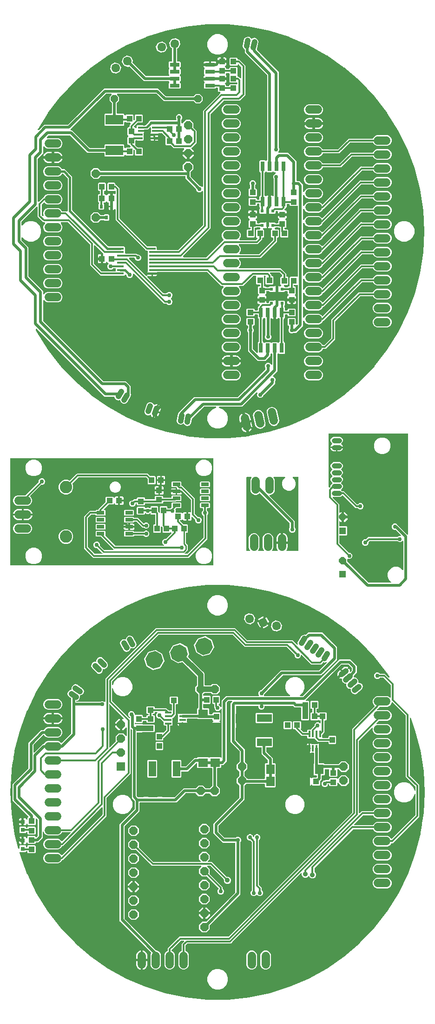
<source format=gbr>
G04 EAGLE Gerber RS-274X export*
G75*
%MOMM*%
%FSLAX34Y34*%
%LPD*%
%INBottom Copper*%
%IPPOS*%
%AMOC8*
5,1,8,0,0,1.08239X$1,22.5*%
G01*
%ADD10C,0.908000*%
%ADD11R,1.300000X1.300000*%
%ADD12P,1.407107X8X292.500000*%
%ADD13P,1.632244X8X112.500000*%
%ADD14R,0.560000X0.730000*%
%ADD15R,1.000000X1.100000*%
%ADD16C,1.524000*%
%ADD17P,1.649562X8X292.500000*%
%ADD18R,1.260000X0.360000*%
%ADD19R,3.200000X1.800000*%
%ADD20R,1.780000X0.720000*%
%ADD21P,1.632244X8X217.500000*%
%ADD22R,1.100000X1.000000*%
%ADD23P,1.632244X8X232.500000*%
%ADD24C,1.008000*%
%ADD25R,0.720000X1.780000*%
%ADD26R,0.600000X0.600000*%
%ADD27P,1.429621X8X22.500000*%
%ADD28R,0.900000X0.400000*%
%ADD29R,1.524000X1.524000*%
%ADD30P,1.649562X8X112.500000*%
%ADD31P,1.649562X8X202.500000*%
%ADD32R,0.400000X1.200000*%
%ADD33R,1.800000X1.600000*%
%ADD34R,1.600000X1.800000*%
%ADD35R,2.800000X1.400000*%
%ADD36R,1.200000X0.400000*%
%ADD37R,1.400000X2.800000*%
%ADD38R,0.800000X0.800000*%
%ADD39P,3.247170X8X128.000000*%
%ADD40P,1.632244X8X367.500000*%
%ADD41R,1.400000X0.635000*%
%ADD42C,2.250000*%
%ADD43C,0.756400*%
%ADD44C,0.500000*%
%ADD45C,0.300000*%
%ADD46C,1.000000*%
%ADD47C,0.400000*%
%ADD48C,1.106400*%
%ADD49C,0.906400*%
%ADD50C,0.250000*%
%ADD51C,0.550000*%

G36*
X399119Y3082D02*
X399119Y3082D01*
X399166Y3079D01*
X437100Y6936D01*
X437153Y6950D01*
X437200Y6952D01*
X474549Y14627D01*
X474600Y14646D01*
X474647Y14653D01*
X511028Y26067D01*
X511077Y26091D01*
X511123Y26102D01*
X546163Y41139D01*
X546209Y41167D01*
X546254Y41184D01*
X579592Y59688D01*
X579636Y59721D01*
X579678Y59742D01*
X610974Y81524D01*
X611013Y81561D01*
X611054Y81586D01*
X639985Y106423D01*
X640021Y106463D01*
X640058Y106492D01*
X666328Y134128D01*
X666360Y134173D01*
X666394Y134205D01*
X689734Y164357D01*
X689761Y164405D01*
X689792Y164440D01*
X709961Y196799D01*
X709983Y196849D01*
X710010Y196887D01*
X726802Y231120D01*
X726819Y231172D01*
X726842Y231213D01*
X740085Y266970D01*
X740096Y267023D01*
X740115Y267066D01*
X749672Y303979D01*
X749678Y304033D01*
X749693Y304078D01*
X749787Y304693D01*
X750093Y306692D01*
X751471Y315685D01*
X751777Y317683D01*
X751777Y317684D01*
X752083Y319682D01*
X752389Y321680D01*
X752389Y321681D01*
X752695Y323679D01*
X754073Y332672D01*
X754379Y334671D01*
X754685Y336669D01*
X754992Y338668D01*
X755298Y340666D01*
X755466Y341768D01*
X755467Y341822D01*
X755477Y341869D01*
X757408Y379949D01*
X757403Y380003D01*
X757408Y380051D01*
X755477Y418131D01*
X755466Y418185D01*
X755466Y418232D01*
X749693Y455922D01*
X749677Y455974D01*
X749672Y456021D01*
X740115Y492934D01*
X740094Y492984D01*
X740085Y493030D01*
X731937Y515030D01*
X731887Y515123D01*
X731843Y515219D01*
X731820Y515246D01*
X731803Y515278D01*
X731728Y515353D01*
X731660Y515433D01*
X731630Y515453D01*
X731605Y515478D01*
X731512Y515530D01*
X731424Y515587D01*
X731389Y515598D01*
X731358Y515615D01*
X731255Y515639D01*
X731154Y515670D01*
X731118Y515670D01*
X731083Y515678D01*
X730978Y515672D01*
X730872Y515674D01*
X730838Y515664D01*
X730802Y515662D01*
X730702Y515626D01*
X730600Y515598D01*
X730570Y515579D01*
X730536Y515567D01*
X730450Y515506D01*
X730360Y515450D01*
X730336Y515423D01*
X730307Y515402D01*
X730242Y515319D01*
X730171Y515241D01*
X730156Y515208D01*
X730134Y515180D01*
X730094Y515082D01*
X730048Y514987D01*
X730043Y514954D01*
X730029Y514918D01*
X730015Y514773D01*
X730001Y514682D01*
X730001Y411364D01*
X730014Y411269D01*
X730019Y411173D01*
X730034Y411130D01*
X730041Y411085D01*
X730080Y410997D01*
X730112Y410906D01*
X730137Y410872D01*
X730157Y410828D01*
X730240Y410730D01*
X730293Y410657D01*
X747501Y393450D01*
X747501Y335550D01*
X745157Y333207D01*
X701893Y289943D01*
X699550Y287599D01*
X697251Y287599D01*
X697242Y287598D01*
X697232Y287599D01*
X697102Y287578D01*
X696972Y287559D01*
X696963Y287556D01*
X696954Y287554D01*
X696835Y287497D01*
X696715Y287443D01*
X696708Y287437D01*
X696699Y287433D01*
X696600Y287345D01*
X696501Y287260D01*
X696495Y287252D01*
X696488Y287246D01*
X696448Y287180D01*
X696346Y287024D01*
X696339Y287001D01*
X696328Y286982D01*
X695776Y285650D01*
X693070Y282944D01*
X689534Y281479D01*
X670466Y281479D01*
X666930Y282944D01*
X664224Y285650D01*
X662759Y289186D01*
X662759Y293014D01*
X664224Y296550D01*
X666930Y299256D01*
X670466Y300721D01*
X689534Y300721D01*
X693070Y299256D01*
X695776Y296550D01*
X696031Y295935D01*
X696091Y295833D01*
X696147Y295729D01*
X696163Y295712D01*
X696174Y295693D01*
X696261Y295612D01*
X696343Y295526D01*
X696363Y295515D01*
X696380Y295500D01*
X696486Y295446D01*
X696589Y295387D01*
X696611Y295382D01*
X696631Y295372D01*
X696748Y295350D01*
X696863Y295323D01*
X696886Y295324D01*
X696908Y295319D01*
X697026Y295331D01*
X697145Y295337D01*
X697167Y295344D01*
X697189Y295347D01*
X697299Y295390D01*
X697411Y295429D01*
X697429Y295442D01*
X697451Y295451D01*
X697598Y295566D01*
X697660Y295611D01*
X740207Y338157D01*
X740264Y338234D01*
X740329Y338306D01*
X740349Y338347D01*
X740376Y338383D01*
X740410Y338473D01*
X740452Y338559D01*
X740458Y338601D01*
X740475Y338647D01*
X740485Y338774D01*
X740499Y338864D01*
X740499Y376017D01*
X740487Y376103D01*
X740484Y376189D01*
X740467Y376242D01*
X740459Y376296D01*
X740424Y376375D01*
X740397Y376458D01*
X740366Y376503D01*
X740343Y376553D01*
X740287Y376619D01*
X740238Y376691D01*
X740196Y376725D01*
X740160Y376767D01*
X740087Y376815D01*
X740020Y376870D01*
X739970Y376892D01*
X739924Y376922D01*
X739841Y376947D01*
X739761Y376981D01*
X739707Y376988D01*
X739654Y377004D01*
X739567Y377005D01*
X739481Y377016D01*
X739427Y377007D01*
X739372Y377008D01*
X739288Y376985D01*
X739203Y376971D01*
X739153Y376947D01*
X739100Y376933D01*
X739026Y376887D01*
X738948Y376850D01*
X738907Y376813D01*
X738860Y376784D01*
X738802Y376720D01*
X738737Y376662D01*
X738711Y376619D01*
X738671Y376575D01*
X738622Y376473D01*
X738577Y376399D01*
X735718Y369497D01*
X730503Y364282D01*
X723688Y361459D01*
X716312Y361459D01*
X709497Y364282D01*
X704282Y369497D01*
X701459Y376312D01*
X701459Y383688D01*
X704282Y390503D01*
X709497Y395718D01*
X716312Y398541D01*
X723688Y398541D01*
X730503Y395718D01*
X735718Y390503D01*
X738577Y383601D01*
X738621Y383526D01*
X738657Y383447D01*
X738692Y383405D01*
X738720Y383358D01*
X738784Y383299D01*
X738840Y383233D01*
X738886Y383203D01*
X738926Y383165D01*
X739003Y383126D01*
X739076Y383078D01*
X739129Y383062D01*
X739178Y383037D01*
X739263Y383021D01*
X739346Y382996D01*
X739401Y382995D01*
X739455Y382985D01*
X739541Y382993D01*
X739628Y382992D01*
X739681Y383007D01*
X739735Y383012D01*
X739816Y383044D01*
X739900Y383067D01*
X739947Y383096D01*
X739997Y383117D01*
X740066Y383170D01*
X740140Y383216D01*
X740177Y383256D01*
X740220Y383290D01*
X740270Y383360D01*
X740329Y383425D01*
X740353Y383474D01*
X740385Y383519D01*
X740414Y383601D01*
X740452Y383679D01*
X740460Y383729D01*
X740479Y383784D01*
X740486Y383898D01*
X740499Y383983D01*
X740499Y390136D01*
X740486Y390231D01*
X740481Y390327D01*
X740466Y390370D01*
X740459Y390415D01*
X740420Y390503D01*
X740388Y390594D01*
X740363Y390628D01*
X740343Y390672D01*
X740260Y390770D01*
X740207Y390843D01*
X722999Y408050D01*
X722999Y518795D01*
X722986Y518890D01*
X722981Y518986D01*
X722966Y519029D01*
X722959Y519074D01*
X722920Y519162D01*
X722888Y519253D01*
X722863Y519287D01*
X722843Y519331D01*
X722760Y519429D01*
X722707Y519502D01*
X698820Y543388D01*
X698735Y543452D01*
X698685Y543498D01*
X698671Y543504D01*
X698634Y543535D01*
X698613Y543544D01*
X698594Y543558D01*
X698483Y543600D01*
X698374Y543646D01*
X698352Y543649D01*
X698330Y543657D01*
X698212Y543666D01*
X698095Y543681D01*
X698072Y543677D01*
X698049Y543679D01*
X697933Y543655D01*
X697816Y543636D01*
X697796Y543626D01*
X697773Y543621D01*
X697669Y543566D01*
X697561Y543515D01*
X697544Y543500D01*
X697524Y543489D01*
X697439Y543406D01*
X697351Y543327D01*
X697339Y543309D01*
X697322Y543292D01*
X697248Y543162D01*
X697203Y543093D01*
X697199Y543078D01*
X697190Y543064D01*
X695776Y539650D01*
X693070Y536944D01*
X689534Y535479D01*
X675744Y535479D01*
X675649Y535466D01*
X675553Y535461D01*
X675510Y535446D01*
X675465Y535439D01*
X675377Y535400D01*
X675286Y535368D01*
X675252Y535343D01*
X675208Y535323D01*
X675110Y535240D01*
X675037Y535187D01*
X670877Y531027D01*
X670858Y531001D01*
X670833Y530980D01*
X670774Y530888D01*
X670708Y530801D01*
X670697Y530771D01*
X670679Y530744D01*
X670647Y530639D01*
X670609Y530537D01*
X670606Y530505D01*
X670597Y530474D01*
X670595Y530365D01*
X670587Y530256D01*
X670593Y530224D01*
X670593Y530192D01*
X670622Y530086D01*
X670644Y529980D01*
X670659Y529951D01*
X670668Y529920D01*
X670725Y529827D01*
X670777Y529731D01*
X670799Y529708D01*
X670816Y529680D01*
X670897Y529607D01*
X670974Y529529D01*
X671002Y529513D01*
X671026Y529491D01*
X671124Y529444D01*
X671219Y529390D01*
X671250Y529382D01*
X671279Y529368D01*
X671369Y529354D01*
X671493Y529325D01*
X671542Y529327D01*
X671584Y529321D01*
X689534Y529321D01*
X693070Y527856D01*
X695776Y525150D01*
X697241Y521614D01*
X697241Y517786D01*
X695776Y514250D01*
X693070Y511544D01*
X689534Y510079D01*
X674444Y510079D01*
X674349Y510066D01*
X674253Y510061D01*
X674210Y510046D01*
X674165Y510039D01*
X674077Y510000D01*
X673986Y509968D01*
X673952Y509943D01*
X673908Y509923D01*
X673810Y509840D01*
X673737Y509787D01*
X669577Y505627D01*
X669558Y505601D01*
X669533Y505580D01*
X669474Y505488D01*
X669408Y505401D01*
X669397Y505371D01*
X669379Y505344D01*
X669347Y505239D01*
X669309Y505137D01*
X669306Y505105D01*
X669297Y505074D01*
X669295Y504965D01*
X669287Y504856D01*
X669293Y504824D01*
X669293Y504792D01*
X669322Y504687D01*
X669344Y504580D01*
X669359Y504551D01*
X669368Y504520D01*
X669425Y504427D01*
X669477Y504331D01*
X669499Y504308D01*
X669516Y504280D01*
X669597Y504207D01*
X669674Y504129D01*
X669702Y504113D01*
X669726Y504091D01*
X669824Y504044D01*
X669919Y503990D01*
X669950Y503982D01*
X669979Y503968D01*
X670069Y503954D01*
X670193Y503925D01*
X670242Y503927D01*
X670284Y503921D01*
X689534Y503921D01*
X693070Y502456D01*
X695776Y499750D01*
X697241Y496214D01*
X697241Y492386D01*
X695776Y488850D01*
X693070Y486144D01*
X689534Y484679D01*
X670466Y484679D01*
X666930Y486144D01*
X664224Y488850D01*
X662759Y492386D01*
X662759Y496396D01*
X662755Y496428D01*
X662757Y496460D01*
X662735Y496567D01*
X662719Y496675D01*
X662706Y496705D01*
X662700Y496736D01*
X662648Y496833D01*
X662603Y496932D01*
X662582Y496957D01*
X662567Y496985D01*
X662491Y497064D01*
X662420Y497147D01*
X662393Y497164D01*
X662370Y497187D01*
X662275Y497241D01*
X662184Y497301D01*
X662153Y497310D01*
X662125Y497326D01*
X662018Y497352D01*
X661914Y497383D01*
X661882Y497384D01*
X661851Y497391D01*
X661741Y497386D01*
X661632Y497387D01*
X661601Y497379D01*
X661569Y497377D01*
X661466Y497341D01*
X661360Y497312D01*
X661333Y497295D01*
X661302Y497284D01*
X661229Y497231D01*
X661120Y497164D01*
X661088Y497128D01*
X661053Y497103D01*
X637793Y473843D01*
X637736Y473766D01*
X637671Y473694D01*
X637651Y473653D01*
X637624Y473617D01*
X637590Y473527D01*
X637548Y473441D01*
X637542Y473399D01*
X637525Y473353D01*
X637515Y473226D01*
X637501Y473136D01*
X637501Y342864D01*
X637505Y342832D01*
X637503Y342800D01*
X637525Y342693D01*
X637541Y342585D01*
X637554Y342555D01*
X637560Y342524D01*
X637612Y342427D01*
X637657Y342328D01*
X637678Y342303D01*
X637693Y342275D01*
X637769Y342197D01*
X637840Y342113D01*
X637867Y342096D01*
X637890Y342073D01*
X637985Y342019D01*
X638076Y341959D01*
X638107Y341950D01*
X638135Y341934D01*
X638241Y341908D01*
X638346Y341877D01*
X638378Y341876D01*
X638409Y341869D01*
X638519Y341874D01*
X638628Y341873D01*
X638659Y341881D01*
X638691Y341883D01*
X638794Y341919D01*
X638900Y341948D01*
X638927Y341965D01*
X638958Y341976D01*
X639031Y342029D01*
X639140Y342096D01*
X639172Y342132D01*
X639207Y342157D01*
X642450Y345401D01*
X662749Y345401D01*
X662758Y345402D01*
X662768Y345401D01*
X662898Y345422D01*
X663028Y345441D01*
X663037Y345444D01*
X663046Y345446D01*
X663166Y345503D01*
X663285Y345557D01*
X663292Y345563D01*
X663301Y345567D01*
X663400Y345655D01*
X663499Y345740D01*
X663505Y345748D01*
X663512Y345754D01*
X663552Y345820D01*
X663654Y345976D01*
X663661Y345999D01*
X663672Y346018D01*
X664224Y347350D01*
X666930Y350056D01*
X670466Y351521D01*
X689534Y351521D01*
X693070Y350056D01*
X695776Y347350D01*
X697241Y343814D01*
X697241Y339986D01*
X695776Y336450D01*
X693070Y333744D01*
X689534Y332279D01*
X670466Y332279D01*
X666930Y333744D01*
X664224Y336450D01*
X663672Y337782D01*
X663667Y337791D01*
X663665Y337800D01*
X663595Y337912D01*
X663529Y338025D01*
X663522Y338032D01*
X663517Y338040D01*
X663419Y338128D01*
X663323Y338218D01*
X663314Y338222D01*
X663307Y338229D01*
X663189Y338286D01*
X663071Y338346D01*
X663062Y338348D01*
X663054Y338352D01*
X662978Y338364D01*
X662794Y338398D01*
X662770Y338396D01*
X662749Y338399D01*
X645764Y338399D01*
X645669Y338386D01*
X645573Y338381D01*
X645530Y338366D01*
X645485Y338359D01*
X645397Y338320D01*
X645306Y338288D01*
X645272Y338263D01*
X645228Y338243D01*
X645130Y338160D01*
X645057Y338107D01*
X628657Y321707D01*
X628638Y321681D01*
X628613Y321660D01*
X628554Y321568D01*
X628488Y321481D01*
X628477Y321451D01*
X628459Y321424D01*
X628427Y321319D01*
X628389Y321217D01*
X628386Y321185D01*
X628377Y321154D01*
X628375Y321045D01*
X628367Y320936D01*
X628373Y320904D01*
X628373Y320872D01*
X628402Y320767D01*
X628424Y320660D01*
X628439Y320631D01*
X628448Y320600D01*
X628505Y320507D01*
X628557Y320411D01*
X628579Y320388D01*
X628596Y320360D01*
X628677Y320287D01*
X628754Y320209D01*
X628782Y320193D01*
X628806Y320171D01*
X628904Y320124D01*
X628999Y320070D01*
X629030Y320062D01*
X629059Y320048D01*
X629149Y320034D01*
X629273Y320005D01*
X629322Y320007D01*
X629364Y320001D01*
X662749Y320001D01*
X662758Y320002D01*
X662768Y320001D01*
X662898Y320022D01*
X663028Y320041D01*
X663037Y320044D01*
X663046Y320046D01*
X663166Y320103D01*
X663285Y320157D01*
X663292Y320163D01*
X663301Y320167D01*
X663400Y320255D01*
X663499Y320340D01*
X663505Y320348D01*
X663512Y320354D01*
X663552Y320420D01*
X663654Y320576D01*
X663661Y320599D01*
X663672Y320618D01*
X664224Y321950D01*
X666930Y324656D01*
X670466Y326121D01*
X689534Y326121D01*
X693070Y324656D01*
X695776Y321950D01*
X697241Y318414D01*
X697241Y314586D01*
X695776Y311050D01*
X693070Y308344D01*
X689534Y306879D01*
X670466Y306879D01*
X666930Y308344D01*
X664224Y311050D01*
X663672Y312382D01*
X663667Y312391D01*
X663665Y312400D01*
X663595Y312512D01*
X663529Y312625D01*
X663522Y312632D01*
X663517Y312640D01*
X663419Y312728D01*
X663323Y312818D01*
X663314Y312822D01*
X663307Y312829D01*
X663189Y312886D01*
X663071Y312946D01*
X663062Y312948D01*
X663054Y312952D01*
X662978Y312964D01*
X662794Y312998D01*
X662770Y312996D01*
X662749Y312999D01*
X627435Y312999D01*
X627340Y312986D01*
X627244Y312981D01*
X627201Y312966D01*
X627156Y312959D01*
X627068Y312920D01*
X626977Y312888D01*
X626943Y312863D01*
X626899Y312843D01*
X626802Y312760D01*
X626729Y312707D01*
X556793Y242771D01*
X556736Y242695D01*
X556671Y242623D01*
X556651Y242582D01*
X556624Y242546D01*
X556590Y242456D01*
X556548Y242370D01*
X556542Y242327D01*
X556525Y242282D01*
X556515Y242154D01*
X556501Y242065D01*
X556501Y236152D01*
X556514Y236057D01*
X556519Y235961D01*
X556534Y235918D01*
X556541Y235873D01*
X556580Y235785D01*
X556612Y235694D01*
X556637Y235660D01*
X556657Y235616D01*
X556740Y235518D01*
X556793Y235445D01*
X558538Y233701D01*
X559533Y231299D01*
X559533Y228701D01*
X558538Y226299D01*
X556701Y224462D01*
X554299Y223467D01*
X551701Y223467D01*
X549299Y224462D01*
X547462Y226299D01*
X547178Y226985D01*
X547117Y227088D01*
X547062Y227192D01*
X547046Y227208D01*
X547034Y227228D01*
X546948Y227309D01*
X546865Y227394D01*
X546845Y227405D01*
X546828Y227421D01*
X546723Y227474D01*
X546620Y227533D01*
X546597Y227538D01*
X546577Y227549D01*
X546461Y227571D01*
X546345Y227598D01*
X546322Y227597D01*
X546300Y227601D01*
X546182Y227590D01*
X546063Y227584D01*
X546042Y227576D01*
X546019Y227574D01*
X545909Y227530D01*
X545797Y227491D01*
X545780Y227478D01*
X545757Y227469D01*
X545610Y227355D01*
X545548Y227309D01*
X543701Y225462D01*
X541299Y224467D01*
X538701Y224467D01*
X536299Y225462D01*
X534462Y227299D01*
X533467Y229701D01*
X533467Y232033D01*
X533463Y232065D01*
X533465Y232097D01*
X533443Y232204D01*
X533427Y232312D01*
X533414Y232342D01*
X533408Y232373D01*
X533356Y232470D01*
X533311Y232569D01*
X533290Y232594D01*
X533275Y232622D01*
X533199Y232700D01*
X533128Y232783D01*
X533101Y232801D01*
X533078Y232824D01*
X532983Y232878D01*
X532892Y232938D01*
X532861Y232947D01*
X532833Y232963D01*
X532726Y232988D01*
X532622Y233020D01*
X532590Y233021D01*
X532559Y233028D01*
X532449Y233023D01*
X532340Y233024D01*
X532309Y233015D01*
X532277Y233014D01*
X532174Y232978D01*
X532068Y232949D01*
X532041Y232932D01*
X532010Y232921D01*
X531937Y232868D01*
X531828Y232801D01*
X531796Y232765D01*
X531761Y232740D01*
X406865Y107843D01*
X404521Y105499D01*
X325864Y105499D01*
X325769Y105486D01*
X325673Y105481D01*
X325630Y105466D01*
X325585Y105459D01*
X325497Y105420D01*
X325406Y105388D01*
X325372Y105363D01*
X325328Y105343D01*
X325230Y105260D01*
X325157Y105207D01*
X321893Y101943D01*
X321836Y101866D01*
X321771Y101794D01*
X321751Y101753D01*
X321724Y101717D01*
X321690Y101627D01*
X321648Y101541D01*
X321642Y101499D01*
X321625Y101453D01*
X321615Y101326D01*
X321601Y101236D01*
X321601Y92251D01*
X321602Y92242D01*
X321601Y92232D01*
X321622Y92102D01*
X321641Y91972D01*
X321644Y91963D01*
X321646Y91954D01*
X321703Y91835D01*
X321757Y91715D01*
X321763Y91708D01*
X321767Y91699D01*
X321855Y91600D01*
X321940Y91501D01*
X321948Y91495D01*
X321954Y91488D01*
X322020Y91448D01*
X322176Y91346D01*
X322199Y91339D01*
X322218Y91328D01*
X323550Y90776D01*
X326256Y88070D01*
X327721Y84534D01*
X327721Y65466D01*
X326256Y61930D01*
X323550Y59224D01*
X320014Y57759D01*
X316186Y57759D01*
X312650Y59224D01*
X309944Y61930D01*
X308479Y65466D01*
X308479Y84534D01*
X309944Y88070D01*
X312650Y90776D01*
X313982Y91328D01*
X313991Y91333D01*
X314000Y91335D01*
X314112Y91405D01*
X314225Y91471D01*
X314232Y91478D01*
X314240Y91483D01*
X314328Y91581D01*
X314418Y91677D01*
X314422Y91686D01*
X314429Y91693D01*
X314486Y91811D01*
X314546Y91929D01*
X314548Y91938D01*
X314552Y91946D01*
X314564Y92022D01*
X314598Y92206D01*
X314596Y92230D01*
X314599Y92251D01*
X314599Y104550D01*
X318843Y108793D01*
X318862Y108819D01*
X318887Y108840D01*
X318946Y108932D01*
X319012Y109019D01*
X319023Y109049D01*
X319041Y109076D01*
X319073Y109181D01*
X319111Y109283D01*
X319114Y109315D01*
X319123Y109346D01*
X319125Y109455D01*
X319133Y109564D01*
X319127Y109596D01*
X319127Y109628D01*
X319098Y109733D01*
X319076Y109840D01*
X319061Y109869D01*
X319052Y109900D01*
X318995Y109993D01*
X318943Y110089D01*
X318921Y110112D01*
X318904Y110140D01*
X318823Y110213D01*
X318746Y110291D01*
X318718Y110307D01*
X318694Y110329D01*
X318596Y110376D01*
X318501Y110430D01*
X318470Y110438D01*
X318441Y110452D01*
X318351Y110466D01*
X318227Y110495D01*
X318178Y110493D01*
X318136Y110499D01*
X313864Y110499D01*
X313769Y110486D01*
X313673Y110481D01*
X313630Y110466D01*
X313585Y110459D01*
X313497Y110420D01*
X313406Y110388D01*
X313372Y110363D01*
X313328Y110343D01*
X313230Y110260D01*
X313157Y110207D01*
X296493Y93543D01*
X296436Y93466D01*
X296371Y93394D01*
X296351Y93353D01*
X296324Y93317D01*
X296290Y93227D01*
X296248Y93141D01*
X296242Y93099D01*
X296225Y93053D01*
X296215Y92926D01*
X296201Y92836D01*
X296201Y92251D01*
X296202Y92242D01*
X296201Y92232D01*
X296222Y92102D01*
X296241Y91972D01*
X296244Y91963D01*
X296246Y91954D01*
X296303Y91835D01*
X296357Y91715D01*
X296363Y91708D01*
X296367Y91699D01*
X296455Y91600D01*
X296540Y91501D01*
X296548Y91495D01*
X296554Y91488D01*
X296620Y91448D01*
X296776Y91346D01*
X296799Y91339D01*
X296818Y91328D01*
X298150Y90776D01*
X300856Y88070D01*
X302321Y84534D01*
X302321Y65466D01*
X300856Y61930D01*
X298150Y59224D01*
X294614Y57759D01*
X290786Y57759D01*
X287250Y59224D01*
X284544Y61930D01*
X283079Y65466D01*
X283079Y84534D01*
X284544Y88070D01*
X287250Y90776D01*
X288582Y91328D01*
X288591Y91333D01*
X288600Y91335D01*
X288712Y91405D01*
X288825Y91471D01*
X288832Y91478D01*
X288840Y91483D01*
X288928Y91581D01*
X289018Y91677D01*
X289022Y91686D01*
X289029Y91693D01*
X289086Y91811D01*
X289146Y91929D01*
X289148Y91938D01*
X289152Y91946D01*
X289164Y92022D01*
X289198Y92206D01*
X289196Y92230D01*
X289199Y92251D01*
X289199Y96150D01*
X310550Y117501D01*
X399136Y117501D01*
X399231Y117514D01*
X399327Y117519D01*
X399370Y117534D01*
X399415Y117541D01*
X399503Y117580D01*
X399594Y117612D01*
X399628Y117637D01*
X399672Y117657D01*
X399770Y117740D01*
X399843Y117793D01*
X625207Y343157D01*
X625264Y343234D01*
X625329Y343306D01*
X625349Y343347D01*
X625376Y343383D01*
X625410Y343473D01*
X625452Y343559D01*
X625458Y343601D01*
X625475Y343647D01*
X625485Y343774D01*
X625499Y343864D01*
X625499Y495550D01*
X626648Y496699D01*
X627843Y497893D01*
X666205Y536256D01*
X666244Y536307D01*
X666290Y536352D01*
X666328Y536420D01*
X666374Y536481D01*
X666397Y536542D01*
X666429Y536598D01*
X666447Y536673D01*
X666474Y536745D01*
X666479Y536809D01*
X666494Y536872D01*
X666490Y536949D01*
X666496Y537027D01*
X666483Y537089D01*
X666479Y537154D01*
X666454Y537227D01*
X666438Y537303D01*
X666408Y537359D01*
X666387Y537420D01*
X666346Y537477D01*
X666306Y537552D01*
X666246Y537612D01*
X666205Y537669D01*
X664224Y539650D01*
X662759Y543186D01*
X662759Y547014D01*
X664224Y550550D01*
X666930Y553256D01*
X670466Y554721D01*
X689534Y554721D01*
X693070Y553256D01*
X693953Y552373D01*
X693978Y552354D01*
X693999Y552329D01*
X694091Y552269D01*
X694178Y552204D01*
X694208Y552193D01*
X694235Y552175D01*
X694340Y552143D01*
X694442Y552104D01*
X694474Y552102D01*
X694505Y552092D01*
X694614Y552091D01*
X694723Y552083D01*
X694755Y552089D01*
X694787Y552089D01*
X694892Y552118D01*
X694999Y552140D01*
X695028Y552155D01*
X695059Y552164D01*
X695152Y552221D01*
X695248Y552273D01*
X695271Y552295D01*
X695299Y552312D01*
X695372Y552393D01*
X695450Y552469D01*
X695466Y552497D01*
X695488Y552521D01*
X695535Y552619D01*
X695589Y552715D01*
X695597Y552746D01*
X695611Y552775D01*
X695625Y552865D01*
X695654Y552989D01*
X695652Y553038D01*
X695658Y553080D01*
X695658Y574547D01*
X695645Y574642D01*
X695640Y574738D01*
X695625Y574782D01*
X695619Y574827D01*
X695579Y574914D01*
X695548Y575005D01*
X695522Y575039D01*
X695502Y575083D01*
X695419Y575181D01*
X695366Y575254D01*
X682413Y588207D01*
X682336Y588264D01*
X682265Y588329D01*
X682224Y588349D01*
X682187Y588376D01*
X682097Y588410D01*
X682011Y588452D01*
X681969Y588458D01*
X681924Y588475D01*
X681796Y588485D01*
X681706Y588499D01*
X676091Y588499D01*
X675996Y588486D01*
X675900Y588481D01*
X675857Y588466D01*
X675812Y588459D01*
X675725Y588420D01*
X675634Y588388D01*
X675599Y588363D01*
X675555Y588343D01*
X675458Y588260D01*
X675385Y588207D01*
X674276Y587098D01*
X672150Y586217D01*
X669850Y586217D01*
X667724Y587098D01*
X666098Y588724D01*
X665217Y590850D01*
X665217Y593150D01*
X666098Y595276D01*
X667724Y596902D01*
X669850Y597783D01*
X672150Y597783D01*
X674276Y596902D01*
X675385Y595793D01*
X675461Y595736D01*
X675533Y595671D01*
X675574Y595651D01*
X675610Y595624D01*
X675700Y595590D01*
X675787Y595548D01*
X675829Y595542D01*
X675874Y595525D01*
X676002Y595515D01*
X676091Y595501D01*
X685021Y595501D01*
X691613Y588908D01*
X691635Y588892D01*
X691653Y588870D01*
X691718Y588827D01*
X691742Y588805D01*
X691766Y588794D01*
X691839Y588739D01*
X691865Y588729D01*
X691888Y588714D01*
X691996Y588679D01*
X692103Y588639D01*
X692130Y588637D01*
X692157Y588629D01*
X692271Y588626D01*
X692384Y588618D01*
X692411Y588623D01*
X692439Y588623D01*
X692549Y588652D01*
X692660Y588675D01*
X692684Y588688D01*
X692711Y588695D01*
X692808Y588754D01*
X692909Y588808D01*
X692929Y588827D01*
X692952Y588841D01*
X693029Y588925D01*
X693111Y589004D01*
X693125Y589029D01*
X693143Y589049D01*
X693194Y589151D01*
X693250Y589250D01*
X693256Y589277D01*
X693269Y589302D01*
X693289Y589413D01*
X693315Y589524D01*
X693313Y589552D01*
X693318Y589579D01*
X693306Y589692D01*
X693300Y589806D01*
X693291Y589832D01*
X693288Y589860D01*
X693253Y589944D01*
X693232Y590002D01*
X693224Y590033D01*
X693219Y590041D01*
X693208Y590072D01*
X693184Y590105D01*
X693168Y590143D01*
X689792Y595560D01*
X689757Y595601D01*
X689734Y595643D01*
X666394Y625795D01*
X666355Y625833D01*
X666328Y625872D01*
X640058Y653508D01*
X640016Y653541D01*
X639985Y653577D01*
X611054Y678414D01*
X611008Y678443D01*
X610974Y678476D01*
X579678Y700258D01*
X579630Y700283D01*
X579592Y700312D01*
X546254Y718816D01*
X546203Y718836D01*
X546163Y718861D01*
X511123Y733898D01*
X511071Y733912D01*
X511028Y733933D01*
X474647Y745347D01*
X474594Y745356D01*
X474549Y745373D01*
X437200Y753048D01*
X437146Y753051D01*
X437100Y753064D01*
X399166Y756921D01*
X399112Y756919D01*
X399065Y756926D01*
X360935Y756926D01*
X360881Y756918D01*
X360834Y756921D01*
X322900Y753064D01*
X322847Y753050D01*
X322800Y753048D01*
X285451Y745373D01*
X285400Y745354D01*
X285353Y745347D01*
X248972Y733933D01*
X248923Y733909D01*
X248877Y733898D01*
X213837Y718861D01*
X213791Y718833D01*
X213746Y718816D01*
X180408Y700312D01*
X180364Y700279D01*
X180322Y700258D01*
X149026Y678476D01*
X148987Y678439D01*
X148946Y678414D01*
X120015Y653577D01*
X119979Y653537D01*
X119942Y653508D01*
X93672Y625872D01*
X93660Y625856D01*
X93645Y625843D01*
X93627Y625815D01*
X93606Y625795D01*
X70266Y595643D01*
X70239Y595595D01*
X70208Y595560D01*
X50039Y563201D01*
X50017Y563151D01*
X49990Y563113D01*
X33198Y528880D01*
X33181Y528828D01*
X33158Y528787D01*
X19915Y493030D01*
X19904Y492977D01*
X19885Y492934D01*
X10328Y456021D01*
X10322Y455967D01*
X10307Y455922D01*
X10149Y454889D01*
X9843Y452891D01*
X9843Y452890D01*
X8465Y443897D01*
X8159Y441899D01*
X7853Y439900D01*
X7547Y437902D01*
X7241Y435903D01*
X6934Y433905D01*
X5251Y422913D01*
X4944Y420915D01*
X4944Y420914D01*
X4638Y418916D01*
X4534Y418232D01*
X4533Y418178D01*
X4523Y418131D01*
X2592Y380051D01*
X2597Y379997D01*
X2592Y379949D01*
X4523Y341869D01*
X4534Y341815D01*
X4534Y341768D01*
X10307Y304078D01*
X10323Y304026D01*
X10328Y303979D01*
X17033Y278083D01*
X17038Y278069D01*
X17041Y278054D01*
X17093Y277939D01*
X17141Y277822D01*
X17151Y277811D01*
X17157Y277797D01*
X17239Y277701D01*
X17318Y277603D01*
X17330Y277594D01*
X17340Y277583D01*
X17446Y277513D01*
X17549Y277441D01*
X17563Y277437D01*
X17576Y277428D01*
X17697Y277391D01*
X17817Y277351D01*
X17832Y277350D01*
X17846Y277346D01*
X17972Y277344D01*
X18098Y277339D01*
X18113Y277342D01*
X18128Y277342D01*
X18250Y277376D01*
X18372Y277406D01*
X18385Y277413D01*
X18400Y277417D01*
X18508Y277484D01*
X18616Y277547D01*
X18627Y277558D01*
X18640Y277566D01*
X18725Y277660D01*
X18812Y277750D01*
X18819Y277764D01*
X18829Y277775D01*
X18884Y277889D01*
X18942Y278000D01*
X18945Y278015D01*
X18952Y278029D01*
X18965Y278115D01*
X18998Y278277D01*
X18995Y278305D01*
X18999Y278333D01*
X18999Y282329D01*
X20171Y283501D01*
X29829Y283501D01*
X31001Y282329D01*
X31001Y281000D01*
X31010Y280936D01*
X31009Y280872D01*
X31030Y280797D01*
X31041Y280721D01*
X31067Y280662D01*
X31084Y280600D01*
X31125Y280534D01*
X31157Y280464D01*
X31199Y280415D01*
X31232Y280360D01*
X31290Y280308D01*
X31340Y280250D01*
X31394Y280214D01*
X31442Y280171D01*
X31511Y280138D01*
X31576Y280095D01*
X31638Y280076D01*
X31695Y280048D01*
X31765Y280037D01*
X31846Y280013D01*
X31931Y280012D01*
X32000Y280001D01*
X32500Y280001D01*
X32564Y280010D01*
X32628Y280009D01*
X32703Y280030D01*
X32779Y280041D01*
X32838Y280067D01*
X32900Y280084D01*
X32966Y280125D01*
X33036Y280157D01*
X33085Y280199D01*
X33140Y280232D01*
X33192Y280290D01*
X33250Y280340D01*
X33286Y280394D01*
X33329Y280442D01*
X33362Y280511D01*
X33405Y280576D01*
X33424Y280638D01*
X33452Y280695D01*
X33463Y280765D01*
X33487Y280846D01*
X33488Y280931D01*
X33499Y281000D01*
X33499Y282329D01*
X34671Y283501D01*
X47329Y283501D01*
X48501Y282329D01*
X48501Y270671D01*
X47329Y269499D01*
X34671Y269499D01*
X33499Y270671D01*
X33499Y272000D01*
X33490Y272064D01*
X33491Y272128D01*
X33470Y272203D01*
X33459Y272279D01*
X33433Y272338D01*
X33416Y272400D01*
X33375Y272466D01*
X33343Y272536D01*
X33301Y272585D01*
X33268Y272640D01*
X33210Y272692D01*
X33160Y272750D01*
X33106Y272786D01*
X33058Y272829D01*
X32989Y272862D01*
X32924Y272905D01*
X32862Y272924D01*
X32805Y272952D01*
X32735Y272963D01*
X32654Y272987D01*
X32569Y272988D01*
X32500Y272999D01*
X31743Y272999D01*
X31647Y272986D01*
X31551Y272981D01*
X31508Y272966D01*
X31463Y272959D01*
X31376Y272920D01*
X31285Y272888D01*
X31251Y272863D01*
X31206Y272843D01*
X31109Y272760D01*
X31036Y272707D01*
X29829Y271499D01*
X20028Y271499D01*
X19979Y271492D01*
X19930Y271494D01*
X19840Y271472D01*
X19749Y271459D01*
X19704Y271439D01*
X19656Y271427D01*
X19576Y271381D01*
X19492Y271343D01*
X19454Y271311D01*
X19412Y271286D01*
X19348Y271220D01*
X19278Y271160D01*
X19251Y271118D01*
X19217Y271083D01*
X19174Y271001D01*
X19123Y270924D01*
X19109Y270877D01*
X19086Y270833D01*
X19068Y270742D01*
X19041Y270654D01*
X19040Y270605D01*
X19031Y270556D01*
X19039Y270475D01*
X19037Y270372D01*
X19055Y270307D01*
X19061Y270250D01*
X19885Y267066D01*
X19906Y267016D01*
X19915Y266970D01*
X33158Y231213D01*
X33184Y231166D01*
X33198Y231120D01*
X49990Y196887D01*
X50021Y196843D01*
X50039Y196799D01*
X70208Y164440D01*
X70243Y164399D01*
X70266Y164357D01*
X93606Y134205D01*
X93645Y134167D01*
X93672Y134128D01*
X119942Y106492D01*
X119984Y106459D01*
X120015Y106423D01*
X148946Y81586D01*
X148992Y81557D01*
X149026Y81524D01*
X180322Y59742D01*
X180370Y59717D01*
X180408Y59688D01*
X213746Y41184D01*
X213797Y41164D01*
X213837Y41139D01*
X248877Y26102D01*
X248929Y26088D01*
X248972Y26067D01*
X285353Y14653D01*
X285406Y14644D01*
X285451Y14627D01*
X322800Y6952D01*
X322854Y6949D01*
X322900Y6936D01*
X360834Y3079D01*
X360888Y3081D01*
X360935Y3074D01*
X399065Y3074D01*
X399119Y3082D01*
G37*
G36*
X399036Y1023788D02*
X399036Y1023788D01*
X399155Y1023792D01*
X436967Y1027637D01*
X436999Y1027644D01*
X437117Y1027660D01*
X474346Y1035311D01*
X474377Y1035321D01*
X474493Y1035349D01*
X510757Y1046727D01*
X510787Y1046740D01*
X510900Y1046780D01*
X545826Y1061768D01*
X545855Y1061784D01*
X545963Y1061835D01*
X579194Y1080279D01*
X579221Y1080299D01*
X579323Y1080360D01*
X610517Y1102072D01*
X610542Y1102094D01*
X610638Y1102165D01*
X639476Y1126922D01*
X639498Y1126945D01*
X639586Y1127026D01*
X665771Y1154573D01*
X665791Y1154600D01*
X665870Y1154689D01*
X689134Y1184744D01*
X689151Y1184771D01*
X689221Y1184868D01*
X709325Y1217123D01*
X709340Y1217152D01*
X709399Y1217255D01*
X726137Y1251378D01*
X726148Y1251409D01*
X726197Y1251518D01*
X739397Y1287159D01*
X739405Y1287191D01*
X739443Y1287304D01*
X748969Y1324097D01*
X748974Y1324130D01*
X749000Y1324246D01*
X754755Y1361815D01*
X754756Y1361848D01*
X754770Y1361966D01*
X756695Y1399924D01*
X756693Y1399957D01*
X756695Y1400076D01*
X754770Y1438034D01*
X754765Y1438066D01*
X754755Y1438185D01*
X749000Y1475754D01*
X748991Y1475786D01*
X748969Y1475903D01*
X739443Y1512696D01*
X739431Y1512727D01*
X739397Y1512841D01*
X726197Y1548482D01*
X726182Y1548512D01*
X726137Y1548622D01*
X709399Y1582745D01*
X709382Y1582772D01*
X709325Y1582877D01*
X689221Y1615132D01*
X689201Y1615158D01*
X689134Y1615256D01*
X665870Y1645311D01*
X665847Y1645335D01*
X665771Y1645427D01*
X639586Y1672974D01*
X639560Y1672995D01*
X639476Y1673078D01*
X610638Y1697835D01*
X610610Y1697853D01*
X610517Y1697928D01*
X579323Y1719640D01*
X579294Y1719656D01*
X579194Y1719721D01*
X545963Y1738165D01*
X545932Y1738178D01*
X545826Y1738232D01*
X510899Y1753220D01*
X510868Y1753230D01*
X510757Y1753273D01*
X474493Y1764651D01*
X474461Y1764657D01*
X474346Y1764689D01*
X437117Y1772340D01*
X437084Y1772343D01*
X436967Y1772363D01*
X399155Y1776208D01*
X399122Y1776208D01*
X399003Y1776216D01*
X360997Y1776216D01*
X360964Y1776212D01*
X360845Y1776208D01*
X323033Y1772363D01*
X323001Y1772356D01*
X322883Y1772340D01*
X285654Y1764689D01*
X285623Y1764679D01*
X285507Y1764651D01*
X249243Y1753273D01*
X249213Y1753260D01*
X249100Y1753220D01*
X214174Y1738232D01*
X214145Y1738216D01*
X214037Y1738165D01*
X180806Y1719721D01*
X180779Y1719701D01*
X180677Y1719640D01*
X149483Y1697928D01*
X149458Y1697906D01*
X149362Y1697835D01*
X120524Y1673078D01*
X120502Y1673055D01*
X120414Y1672974D01*
X94229Y1645427D01*
X94209Y1645400D01*
X94130Y1645311D01*
X70866Y1615256D01*
X70849Y1615229D01*
X70779Y1615132D01*
X52738Y1586189D01*
X52737Y1586186D01*
X52736Y1586185D01*
X52662Y1586026D01*
X52591Y1585876D01*
X52590Y1585874D01*
X52589Y1585872D01*
X52553Y1585703D01*
X52518Y1585538D01*
X52518Y1585536D01*
X52518Y1585533D01*
X52522Y1585360D01*
X52525Y1585192D01*
X52526Y1585190D01*
X52526Y1585188D01*
X52569Y1585023D01*
X52611Y1584857D01*
X52612Y1584855D01*
X52613Y1584853D01*
X52690Y1584707D01*
X52772Y1584551D01*
X52773Y1584549D01*
X52775Y1584547D01*
X52887Y1584419D01*
X52998Y1584290D01*
X53000Y1584288D01*
X53002Y1584287D01*
X53141Y1584187D01*
X53278Y1584087D01*
X53281Y1584086D01*
X53283Y1584085D01*
X53442Y1584019D01*
X53598Y1583954D01*
X53600Y1583954D01*
X53602Y1583953D01*
X53771Y1583926D01*
X53939Y1583898D01*
X53941Y1583898D01*
X53943Y1583898D01*
X54116Y1583910D01*
X54284Y1583921D01*
X54286Y1583922D01*
X54288Y1583922D01*
X54454Y1583974D01*
X54614Y1584023D01*
X54616Y1584024D01*
X54618Y1584025D01*
X54765Y1584111D01*
X54912Y1584198D01*
X54914Y1584199D01*
X54916Y1584201D01*
X55071Y1584335D01*
X61161Y1590425D01*
X64236Y1593501D01*
X106515Y1593501D01*
X106653Y1593517D01*
X106792Y1593527D01*
X106825Y1593537D01*
X106858Y1593541D01*
X106989Y1593588D01*
X107122Y1593629D01*
X107152Y1593647D01*
X107183Y1593658D01*
X107300Y1593734D01*
X107420Y1593805D01*
X107454Y1593835D01*
X107473Y1593847D01*
X107496Y1593871D01*
X107575Y1593940D01*
X173136Y1659501D01*
X271864Y1659501D01*
X285425Y1645940D01*
X285534Y1645853D01*
X285640Y1645762D01*
X285670Y1645746D01*
X285696Y1645725D01*
X285822Y1645666D01*
X285946Y1645601D01*
X285979Y1645593D01*
X286009Y1645578D01*
X286145Y1645550D01*
X286281Y1645515D01*
X286326Y1645512D01*
X286348Y1645507D01*
X286381Y1645508D01*
X286485Y1645501D01*
X335911Y1645501D01*
X336049Y1645517D01*
X336188Y1645527D01*
X336221Y1645537D01*
X336254Y1645541D01*
X336385Y1645588D01*
X336518Y1645629D01*
X336548Y1645647D01*
X336579Y1645658D01*
X336696Y1645734D01*
X336816Y1645805D01*
X336850Y1645835D01*
X336869Y1645847D01*
X336892Y1645871D01*
X336971Y1645940D01*
X340636Y1649605D01*
X347764Y1649605D01*
X352805Y1644564D01*
X352805Y1637436D01*
X347764Y1632395D01*
X340636Y1632395D01*
X336971Y1636060D01*
X336862Y1636147D01*
X336756Y1636238D01*
X336726Y1636254D01*
X336700Y1636275D01*
X336574Y1636334D01*
X336450Y1636399D01*
X336417Y1636407D01*
X336387Y1636422D01*
X336251Y1636450D01*
X336115Y1636485D01*
X336070Y1636488D01*
X336049Y1636493D01*
X336015Y1636492D01*
X335911Y1636499D01*
X282136Y1636499D01*
X268575Y1650060D01*
X268466Y1650147D01*
X268360Y1650238D01*
X268330Y1650254D01*
X268304Y1650275D01*
X268178Y1650334D01*
X268054Y1650399D01*
X268021Y1650407D01*
X267991Y1650422D01*
X267855Y1650450D01*
X267719Y1650485D01*
X267674Y1650488D01*
X267652Y1650493D01*
X267619Y1650492D01*
X267515Y1650499D01*
X198089Y1650499D01*
X197986Y1650487D01*
X197881Y1650485D01*
X197814Y1650467D01*
X197746Y1650459D01*
X197648Y1650424D01*
X197547Y1650398D01*
X197486Y1650365D01*
X197421Y1650342D01*
X197333Y1650285D01*
X197241Y1650236D01*
X197189Y1650191D01*
X197131Y1650153D01*
X197059Y1650078D01*
X196980Y1650009D01*
X196940Y1649953D01*
X196892Y1649903D01*
X196840Y1649813D01*
X196779Y1649728D01*
X196752Y1649664D01*
X196717Y1649605D01*
X196687Y1649505D01*
X196647Y1649409D01*
X196636Y1649340D01*
X196615Y1649274D01*
X196608Y1649170D01*
X196591Y1649067D01*
X196596Y1648998D01*
X196592Y1648929D01*
X196608Y1648827D01*
X196616Y1648722D01*
X196636Y1648656D01*
X196648Y1648588D01*
X196688Y1648492D01*
X196719Y1648392D01*
X196754Y1648333D01*
X196780Y1648269D01*
X196841Y1648184D01*
X196894Y1648095D01*
X196963Y1648016D01*
X196982Y1647989D01*
X196999Y1647974D01*
X197009Y1647963D01*
X197011Y1647960D01*
X197013Y1647959D01*
X197029Y1647940D01*
X200405Y1644564D01*
X200405Y1637436D01*
X196940Y1633971D01*
X196853Y1633862D01*
X196762Y1633756D01*
X196746Y1633726D01*
X196725Y1633700D01*
X196666Y1633574D01*
X196601Y1633450D01*
X196593Y1633417D01*
X196578Y1633387D01*
X196550Y1633251D01*
X196515Y1633115D01*
X196512Y1633070D01*
X196507Y1633049D01*
X196508Y1633015D01*
X196501Y1632911D01*
X196501Y1615500D01*
X196505Y1615465D01*
X196502Y1615429D01*
X196525Y1615293D01*
X196541Y1615157D01*
X196553Y1615123D01*
X196558Y1615088D01*
X196611Y1614961D01*
X196658Y1614831D01*
X196677Y1614802D01*
X196691Y1614769D01*
X196772Y1614657D01*
X196847Y1614542D01*
X196873Y1614517D01*
X196893Y1614489D01*
X196997Y1614398D01*
X197097Y1614303D01*
X197128Y1614285D01*
X197154Y1614262D01*
X197277Y1614198D01*
X197395Y1614128D01*
X197429Y1614118D01*
X197461Y1614101D01*
X197594Y1614067D01*
X197726Y1614026D01*
X197761Y1614024D01*
X197795Y1614015D01*
X198000Y1614001D01*
X208829Y1614001D01*
X210001Y1612829D01*
X210001Y1612450D01*
X210013Y1612346D01*
X210015Y1612242D01*
X210033Y1612175D01*
X210041Y1612106D01*
X210076Y1612008D01*
X210102Y1611907D01*
X210135Y1611846D01*
X210158Y1611781D01*
X210215Y1611694D01*
X210264Y1611601D01*
X210309Y1611549D01*
X210347Y1611491D01*
X210422Y1611420D01*
X210491Y1611341D01*
X210547Y1611301D01*
X210597Y1611253D01*
X210687Y1611200D01*
X210772Y1611139D01*
X210836Y1611113D01*
X210895Y1611078D01*
X210995Y1611047D01*
X211091Y1611007D01*
X211160Y1610996D01*
X211226Y1610976D01*
X211330Y1610969D01*
X211433Y1610952D01*
X211502Y1610957D01*
X211571Y1610952D01*
X211673Y1610969D01*
X211778Y1610976D01*
X211844Y1610997D01*
X211912Y1611008D01*
X212008Y1611048D01*
X212108Y1611079D01*
X212167Y1611114D01*
X212231Y1611141D01*
X212315Y1611202D01*
X212405Y1611255D01*
X212484Y1611323D01*
X212511Y1611343D01*
X212526Y1611360D01*
X212560Y1611390D01*
X213671Y1612501D01*
X225329Y1612501D01*
X226501Y1611329D01*
X226501Y1603571D01*
X226513Y1603468D01*
X226515Y1603363D01*
X226533Y1603296D01*
X226541Y1603228D01*
X226576Y1603129D01*
X226602Y1603029D01*
X226635Y1602968D01*
X226658Y1602902D01*
X226715Y1602815D01*
X226764Y1602723D01*
X226809Y1602671D01*
X226847Y1602613D01*
X226922Y1602541D01*
X226991Y1602462D01*
X227047Y1602422D01*
X227097Y1602374D01*
X227187Y1602321D01*
X227272Y1602260D01*
X227336Y1602234D01*
X227395Y1602199D01*
X227495Y1602168D01*
X227591Y1602129D01*
X227660Y1602117D01*
X227726Y1602097D01*
X227830Y1602090D01*
X227933Y1602073D01*
X228002Y1602078D01*
X228071Y1602073D01*
X228173Y1602090D01*
X228278Y1602098D01*
X228344Y1602118D01*
X228412Y1602129D01*
X228508Y1602169D01*
X228608Y1602200D01*
X228667Y1602236D01*
X228731Y1602262D01*
X228816Y1602323D01*
X228905Y1602376D01*
X228984Y1602445D01*
X229011Y1602464D01*
X229026Y1602481D01*
X229060Y1602511D01*
X229147Y1602620D01*
X229238Y1602725D01*
X229254Y1602755D01*
X229275Y1602782D01*
X229334Y1602908D01*
X229399Y1603032D01*
X229407Y1603064D01*
X229422Y1603095D01*
X229450Y1603231D01*
X229485Y1603366D01*
X229488Y1603411D01*
X229493Y1603433D01*
X229492Y1603467D01*
X229499Y1603571D01*
X229499Y1611329D01*
X230671Y1612501D01*
X242329Y1612501D01*
X243501Y1611329D01*
X243501Y1598671D01*
X242329Y1597499D01*
X234571Y1597499D01*
X234433Y1597483D01*
X234294Y1597473D01*
X234261Y1597463D01*
X234228Y1597459D01*
X234097Y1597412D01*
X233963Y1597371D01*
X233934Y1597353D01*
X233902Y1597342D01*
X233786Y1597266D01*
X233666Y1597195D01*
X233632Y1597165D01*
X233613Y1597153D01*
X233590Y1597129D01*
X233511Y1597060D01*
X228011Y1591560D01*
X227946Y1591478D01*
X227874Y1591403D01*
X227839Y1591343D01*
X227796Y1591289D01*
X227752Y1591195D01*
X227699Y1591105D01*
X227679Y1591039D01*
X227649Y1590976D01*
X227628Y1590874D01*
X227597Y1590774D01*
X227592Y1590705D01*
X227578Y1590638D01*
X227581Y1590534D01*
X227573Y1590429D01*
X227585Y1590361D01*
X227586Y1590292D01*
X227613Y1590191D01*
X227629Y1590088D01*
X227656Y1590024D01*
X227673Y1589958D01*
X227722Y1589865D01*
X227762Y1589769D01*
X227803Y1589713D01*
X227835Y1589652D01*
X227903Y1589573D01*
X227964Y1589489D01*
X228017Y1589443D01*
X228062Y1589391D01*
X228147Y1589330D01*
X228225Y1589262D01*
X228287Y1589230D01*
X228343Y1589189D01*
X228439Y1589150D01*
X228532Y1589101D01*
X228598Y1589084D01*
X228662Y1589057D01*
X228765Y1589041D01*
X228797Y1589033D01*
X229940Y1587890D01*
X230022Y1587825D01*
X230097Y1587753D01*
X230157Y1587718D01*
X230211Y1587675D01*
X230305Y1587631D01*
X230395Y1587578D01*
X230461Y1587557D01*
X230524Y1587528D01*
X230626Y1587507D01*
X230726Y1587476D01*
X230795Y1587471D01*
X230862Y1587457D01*
X230966Y1587459D01*
X231071Y1587452D01*
X231139Y1587463D01*
X231208Y1587465D01*
X231309Y1587491D01*
X231412Y1587508D01*
X231476Y1587535D01*
X231542Y1587552D01*
X231635Y1587601D01*
X231731Y1587641D01*
X231787Y1587681D01*
X231848Y1587713D01*
X231927Y1587782D01*
X232011Y1587843D01*
X232057Y1587895D01*
X232109Y1587941D01*
X232170Y1588025D01*
X232238Y1588104D01*
X232270Y1588165D01*
X232311Y1588221D01*
X232350Y1588318D01*
X232399Y1588410D01*
X232416Y1588477D01*
X232442Y1588541D01*
X232459Y1588644D01*
X232485Y1588745D01*
X232492Y1588849D01*
X232498Y1588882D01*
X232496Y1588905D01*
X232499Y1588950D01*
X232499Y1591579D01*
X233671Y1592751D01*
X244329Y1592751D01*
X244390Y1592690D01*
X244499Y1592603D01*
X244604Y1592512D01*
X244634Y1592496D01*
X244661Y1592475D01*
X244787Y1592416D01*
X244910Y1592351D01*
X244943Y1592343D01*
X244974Y1592328D01*
X245110Y1592300D01*
X245245Y1592265D01*
X245290Y1592262D01*
X245312Y1592257D01*
X245346Y1592258D01*
X245450Y1592251D01*
X247565Y1592251D01*
X247703Y1592267D01*
X247842Y1592277D01*
X247875Y1592287D01*
X247908Y1592291D01*
X248039Y1592338D01*
X248173Y1592379D01*
X248202Y1592397D01*
X248234Y1592408D01*
X248350Y1592484D01*
X248470Y1592555D01*
X248504Y1592585D01*
X248523Y1592597D01*
X248546Y1592621D01*
X248625Y1592690D01*
X253903Y1597968D01*
X253990Y1598077D01*
X254081Y1598183D01*
X254097Y1598213D01*
X254118Y1598239D01*
X254177Y1598365D01*
X254242Y1598489D01*
X254250Y1598521D01*
X254265Y1598552D01*
X254294Y1598688D01*
X254328Y1598823D01*
X254331Y1598869D01*
X254336Y1598890D01*
X254335Y1598924D01*
X254342Y1599028D01*
X254342Y1599114D01*
X256979Y1601751D01*
X303500Y1601751D01*
X303535Y1601755D01*
X303571Y1601752D01*
X303707Y1601775D01*
X303843Y1601791D01*
X303877Y1601803D01*
X303912Y1601808D01*
X304039Y1601861D01*
X304169Y1601908D01*
X304198Y1601927D01*
X304231Y1601941D01*
X304343Y1602022D01*
X304458Y1602097D01*
X304483Y1602123D01*
X304511Y1602143D01*
X304602Y1602247D01*
X304697Y1602347D01*
X304715Y1602378D01*
X304738Y1602404D01*
X304802Y1602527D01*
X304872Y1602645D01*
X304882Y1602679D01*
X304899Y1602711D01*
X304933Y1602844D01*
X304974Y1602976D01*
X304976Y1603011D01*
X304985Y1603045D01*
X304999Y1603250D01*
X304999Y1603664D01*
X304997Y1603682D01*
X304999Y1603701D01*
X304977Y1603853D01*
X304959Y1604007D01*
X304953Y1604025D01*
X304950Y1604043D01*
X304885Y1604237D01*
X304217Y1605850D01*
X304217Y1608150D01*
X305098Y1610276D01*
X306724Y1611902D01*
X308850Y1612783D01*
X311150Y1612783D01*
X313276Y1611902D01*
X314902Y1610276D01*
X315783Y1608150D01*
X315783Y1605850D01*
X314902Y1603724D01*
X314440Y1603262D01*
X314353Y1603153D01*
X314262Y1603047D01*
X314246Y1603017D01*
X314225Y1602991D01*
X314166Y1602865D01*
X314101Y1602741D01*
X314093Y1602708D01*
X314078Y1602678D01*
X314050Y1602542D01*
X314015Y1602406D01*
X314012Y1602361D01*
X314007Y1602339D01*
X314008Y1602306D01*
X314001Y1602202D01*
X314001Y1598026D01*
X314013Y1597923D01*
X314015Y1597818D01*
X314033Y1597751D01*
X314041Y1597683D01*
X314076Y1597584D01*
X314102Y1597484D01*
X314135Y1597422D01*
X314158Y1597357D01*
X314215Y1597270D01*
X314264Y1597178D01*
X314309Y1597126D01*
X314347Y1597068D01*
X314422Y1596996D01*
X314491Y1596917D01*
X314547Y1596877D01*
X314597Y1596829D01*
X314687Y1596776D01*
X314772Y1596715D01*
X314836Y1596689D01*
X314895Y1596654D01*
X314995Y1596623D01*
X315091Y1596583D01*
X315160Y1596572D01*
X315226Y1596552D01*
X315330Y1596545D01*
X315433Y1596528D01*
X315502Y1596533D01*
X315571Y1596528D01*
X315673Y1596545D01*
X315778Y1596553D01*
X315844Y1596573D01*
X315912Y1596584D01*
X316008Y1596624D01*
X316108Y1596655D01*
X316167Y1596691D01*
X316231Y1596717D01*
X316316Y1596778D01*
X316405Y1596831D01*
X316484Y1596900D01*
X316511Y1596919D01*
X316526Y1596936D01*
X316560Y1596966D01*
X322315Y1602721D01*
X330285Y1602721D01*
X335921Y1597085D01*
X335921Y1589051D01*
X335937Y1588913D01*
X335947Y1588774D01*
X335957Y1588741D01*
X335961Y1588708D01*
X336008Y1588577D01*
X336049Y1588443D01*
X336067Y1588414D01*
X336078Y1588382D01*
X336154Y1588266D01*
X336225Y1588146D01*
X336255Y1588112D01*
X336267Y1588093D01*
X336291Y1588070D01*
X336360Y1587991D01*
X339011Y1585340D01*
X341501Y1582850D01*
X341501Y1560550D01*
X339011Y1558060D01*
X334940Y1553989D01*
X333020Y1552069D01*
X332998Y1552042D01*
X332972Y1552018D01*
X332891Y1551906D01*
X332806Y1551798D01*
X332791Y1551766D01*
X332770Y1551738D01*
X332717Y1551610D01*
X332659Y1551485D01*
X332651Y1551451D01*
X332638Y1551418D01*
X332616Y1551282D01*
X332587Y1551147D01*
X332588Y1551112D01*
X332583Y1551077D01*
X332592Y1550939D01*
X332596Y1550801D01*
X332605Y1550767D01*
X332607Y1550732D01*
X332648Y1550600D01*
X332683Y1550467D01*
X332699Y1550436D01*
X332710Y1550402D01*
X332780Y1550283D01*
X332844Y1550161D01*
X332867Y1550134D01*
X332885Y1550104D01*
X333020Y1549949D01*
X336461Y1546509D01*
X336461Y1544839D01*
X327340Y1544839D01*
X327305Y1544835D01*
X327270Y1544838D01*
X327134Y1544815D01*
X326997Y1544799D01*
X326963Y1544787D01*
X326928Y1544782D01*
X326801Y1544729D01*
X326672Y1544682D01*
X326642Y1544663D01*
X326609Y1544649D01*
X326497Y1544568D01*
X326382Y1544493D01*
X326358Y1544467D01*
X326329Y1544447D01*
X326298Y1544411D01*
X326262Y1544442D01*
X326163Y1544537D01*
X326132Y1544555D01*
X326105Y1544578D01*
X325983Y1544642D01*
X325865Y1544712D01*
X325831Y1544722D01*
X325799Y1544739D01*
X325666Y1544773D01*
X325534Y1544814D01*
X325499Y1544816D01*
X325464Y1544825D01*
X325260Y1544839D01*
X316139Y1544839D01*
X316139Y1546509D01*
X318570Y1548940D01*
X318635Y1549022D01*
X318707Y1549097D01*
X318742Y1549157D01*
X318785Y1549211D01*
X318829Y1549305D01*
X318882Y1549395D01*
X318903Y1549461D01*
X318932Y1549524D01*
X318954Y1549626D01*
X318984Y1549726D01*
X318989Y1549795D01*
X319003Y1549862D01*
X319001Y1549966D01*
X319008Y1550071D01*
X318997Y1550139D01*
X318995Y1550208D01*
X318969Y1550309D01*
X318952Y1550412D01*
X318925Y1550476D01*
X318908Y1550542D01*
X318859Y1550635D01*
X318819Y1550731D01*
X318779Y1550787D01*
X318747Y1550848D01*
X318678Y1550927D01*
X318617Y1551011D01*
X318565Y1551057D01*
X318519Y1551109D01*
X318435Y1551170D01*
X318356Y1551238D01*
X318295Y1551270D01*
X318239Y1551311D01*
X318142Y1551350D01*
X318050Y1551399D01*
X317983Y1551416D01*
X317919Y1551442D01*
X317816Y1551459D01*
X317715Y1551485D01*
X317611Y1551492D01*
X317578Y1551498D01*
X317555Y1551496D01*
X317510Y1551499D01*
X300050Y1551499D01*
X297560Y1553989D01*
X295489Y1556060D01*
X295380Y1556147D01*
X295275Y1556238D01*
X295245Y1556254D01*
X295218Y1556275D01*
X295092Y1556334D01*
X294968Y1556399D01*
X294936Y1556407D01*
X294905Y1556422D01*
X294769Y1556450D01*
X294634Y1556485D01*
X294589Y1556488D01*
X294567Y1556493D01*
X294533Y1556492D01*
X294429Y1556499D01*
X286671Y1556499D01*
X285499Y1557671D01*
X285499Y1570950D01*
X285487Y1571053D01*
X285485Y1571158D01*
X285476Y1571192D01*
X285473Y1571227D01*
X285463Y1571260D01*
X285459Y1571293D01*
X285424Y1571391D01*
X285398Y1571492D01*
X285381Y1571524D01*
X285371Y1571557D01*
X285353Y1571587D01*
X285342Y1571618D01*
X285285Y1571706D01*
X285236Y1571798D01*
X285213Y1571825D01*
X285195Y1571855D01*
X285165Y1571890D01*
X285153Y1571908D01*
X285129Y1571931D01*
X285060Y1572010D01*
X278760Y1578310D01*
X278651Y1578397D01*
X278545Y1578488D01*
X278515Y1578504D01*
X278489Y1578525D01*
X278363Y1578584D01*
X278239Y1578649D01*
X278207Y1578657D01*
X278176Y1578672D01*
X278040Y1578700D01*
X277905Y1578735D01*
X277859Y1578738D01*
X277838Y1578743D01*
X277804Y1578742D01*
X277700Y1578749D01*
X273540Y1578749D01*
X273505Y1578745D01*
X273469Y1578748D01*
X273333Y1578725D01*
X273197Y1578709D01*
X273163Y1578697D01*
X273128Y1578692D01*
X273001Y1578639D01*
X272871Y1578592D01*
X272842Y1578573D01*
X272809Y1578559D01*
X272697Y1578478D01*
X272582Y1578403D01*
X272557Y1578377D01*
X272529Y1578357D01*
X272438Y1578253D01*
X272343Y1578153D01*
X272325Y1578122D01*
X272302Y1578096D01*
X272238Y1577973D01*
X272168Y1577855D01*
X272158Y1577821D01*
X272141Y1577789D01*
X272107Y1577656D01*
X272066Y1577524D01*
X272064Y1577489D01*
X272055Y1577455D01*
X272041Y1577250D01*
X272041Y1577249D01*
X265000Y1577249D01*
X257959Y1577249D01*
X257959Y1578085D01*
X258132Y1578731D01*
X258298Y1579018D01*
X258345Y1579125D01*
X258399Y1579228D01*
X258413Y1579284D01*
X258436Y1579336D01*
X258456Y1579450D01*
X258485Y1579563D01*
X258491Y1579644D01*
X258496Y1579676D01*
X258495Y1579704D01*
X258499Y1579768D01*
X258499Y1587629D01*
X258487Y1587732D01*
X258485Y1587837D01*
X258467Y1587904D01*
X258459Y1587972D01*
X258424Y1588070D01*
X258398Y1588171D01*
X258365Y1588232D01*
X258342Y1588297D01*
X258285Y1588385D01*
X258236Y1588477D01*
X258191Y1588529D01*
X258153Y1588587D01*
X258078Y1588659D01*
X258009Y1588738D01*
X257953Y1588778D01*
X257903Y1588826D01*
X257813Y1588878D01*
X257728Y1588939D01*
X257664Y1588966D01*
X257605Y1589001D01*
X257505Y1589031D01*
X257409Y1589071D01*
X257340Y1589082D01*
X257274Y1589103D01*
X257170Y1589110D01*
X257067Y1589127D01*
X256998Y1589122D01*
X256929Y1589126D01*
X256827Y1589109D01*
X256722Y1589102D01*
X256656Y1589082D01*
X256588Y1589070D01*
X256492Y1589030D01*
X256392Y1588999D01*
X256333Y1588964D01*
X256269Y1588938D01*
X256184Y1588877D01*
X256095Y1588824D01*
X256016Y1588755D01*
X255989Y1588735D01*
X255974Y1588719D01*
X255940Y1588689D01*
X252500Y1585249D01*
X247540Y1585249D01*
X247505Y1585245D01*
X247469Y1585248D01*
X247333Y1585225D01*
X247197Y1585209D01*
X247163Y1585197D01*
X247128Y1585192D01*
X247001Y1585139D01*
X246871Y1585092D01*
X246842Y1585073D01*
X246809Y1585059D01*
X246697Y1584978D01*
X246582Y1584903D01*
X246557Y1584877D01*
X246529Y1584857D01*
X246438Y1584753D01*
X246343Y1584653D01*
X246325Y1584622D01*
X246302Y1584596D01*
X246238Y1584473D01*
X246168Y1584355D01*
X246158Y1584321D01*
X246141Y1584289D01*
X246107Y1584156D01*
X246066Y1584024D01*
X246064Y1583989D01*
X246055Y1583955D01*
X246041Y1583750D01*
X246041Y1583749D01*
X239000Y1583749D01*
X238965Y1583745D01*
X238930Y1583748D01*
X238794Y1583725D01*
X238657Y1583710D01*
X238624Y1583697D01*
X238589Y1583692D01*
X238461Y1583639D01*
X238332Y1583592D01*
X238302Y1583573D01*
X238269Y1583559D01*
X238158Y1583479D01*
X238042Y1583403D01*
X238018Y1583378D01*
X237989Y1583357D01*
X237898Y1583253D01*
X237803Y1583153D01*
X237786Y1583123D01*
X237762Y1583096D01*
X237698Y1582973D01*
X237628Y1582855D01*
X237618Y1582821D01*
X237601Y1582790D01*
X237567Y1582656D01*
X237526Y1582525D01*
X237524Y1582489D01*
X237515Y1582455D01*
X237501Y1582250D01*
X237505Y1582215D01*
X237503Y1582180D01*
X237503Y1582179D01*
X237525Y1582043D01*
X237541Y1581906D01*
X237553Y1581873D01*
X237559Y1581838D01*
X237612Y1581711D01*
X237658Y1581581D01*
X237678Y1581551D01*
X237691Y1581519D01*
X237772Y1581407D01*
X237847Y1581292D01*
X237873Y1581267D01*
X237894Y1581238D01*
X237998Y1581148D01*
X238097Y1581053D01*
X238128Y1581035D01*
X238155Y1581012D01*
X238277Y1580948D01*
X238396Y1580878D01*
X238429Y1580868D01*
X238461Y1580851D01*
X238594Y1580817D01*
X238726Y1580776D01*
X238761Y1580773D01*
X238796Y1580765D01*
X239000Y1580751D01*
X246041Y1580751D01*
X246041Y1579915D01*
X245868Y1579269D01*
X245702Y1578982D01*
X245655Y1578875D01*
X245601Y1578772D01*
X245587Y1578716D01*
X245564Y1578664D01*
X245544Y1578550D01*
X245515Y1578437D01*
X245509Y1578356D01*
X245504Y1578324D01*
X245505Y1578296D01*
X245501Y1578232D01*
X245501Y1566421D01*
X244329Y1565249D01*
X233671Y1565249D01*
X233610Y1565310D01*
X233501Y1565397D01*
X233396Y1565488D01*
X233366Y1565504D01*
X233339Y1565525D01*
X233213Y1565584D01*
X233090Y1565649D01*
X233057Y1565657D01*
X233026Y1565672D01*
X232890Y1565700D01*
X232755Y1565735D01*
X232710Y1565738D01*
X232688Y1565743D01*
X232654Y1565742D01*
X232550Y1565749D01*
X231500Y1565749D01*
X231465Y1565745D01*
X231429Y1565748D01*
X231293Y1565725D01*
X231157Y1565709D01*
X231123Y1565697D01*
X231088Y1565692D01*
X230961Y1565639D01*
X230831Y1565592D01*
X230802Y1565573D01*
X230769Y1565559D01*
X230657Y1565478D01*
X230542Y1565403D01*
X230517Y1565377D01*
X230489Y1565357D01*
X230398Y1565253D01*
X230303Y1565153D01*
X230285Y1565122D01*
X230262Y1565096D01*
X230197Y1564973D01*
X230128Y1564855D01*
X230118Y1564821D01*
X230101Y1564789D01*
X230067Y1564656D01*
X230026Y1564524D01*
X230024Y1564489D01*
X230015Y1564455D01*
X230001Y1564250D01*
X230001Y1558119D01*
X229986Y1558100D01*
X229971Y1558068D01*
X229950Y1558039D01*
X229897Y1557911D01*
X229839Y1557787D01*
X229831Y1557752D01*
X229818Y1557719D01*
X229796Y1557583D01*
X229767Y1557448D01*
X229768Y1557413D01*
X229763Y1557378D01*
X229772Y1557240D01*
X229776Y1557103D01*
X229785Y1557068D01*
X229787Y1557033D01*
X229828Y1556901D01*
X229863Y1556768D01*
X229879Y1556737D01*
X229890Y1556703D01*
X229960Y1556584D01*
X230024Y1556462D01*
X230047Y1556436D01*
X230065Y1556405D01*
X230200Y1556251D01*
X233511Y1552940D01*
X233620Y1552853D01*
X233726Y1552762D01*
X233756Y1552746D01*
X233782Y1552725D01*
X233908Y1552666D01*
X234032Y1552601D01*
X234064Y1552593D01*
X234095Y1552578D01*
X234231Y1552550D01*
X234366Y1552515D01*
X234412Y1552512D01*
X234433Y1552507D01*
X234467Y1552508D01*
X234571Y1552501D01*
X242329Y1552501D01*
X243501Y1551329D01*
X243501Y1538671D01*
X242329Y1537499D01*
X230671Y1537499D01*
X229499Y1538671D01*
X229499Y1546429D01*
X229491Y1546500D01*
X229492Y1546572D01*
X229471Y1546671D01*
X229459Y1546772D01*
X229435Y1546840D01*
X229420Y1546910D01*
X229343Y1547095D01*
X229342Y1547098D01*
X229341Y1547098D01*
X229341Y1547099D01*
X229246Y1547244D01*
X229153Y1547387D01*
X229152Y1547388D01*
X229152Y1547389D01*
X229024Y1547510D01*
X228903Y1547626D01*
X228902Y1547626D01*
X228901Y1547627D01*
X228753Y1547714D01*
X228605Y1547801D01*
X228604Y1547801D01*
X228603Y1547802D01*
X228449Y1547849D01*
X228274Y1547903D01*
X228273Y1547903D01*
X228272Y1547903D01*
X228101Y1547915D01*
X227929Y1547927D01*
X227928Y1547926D01*
X227927Y1547926D01*
X227751Y1547897D01*
X227588Y1547871D01*
X227587Y1547870D01*
X227586Y1547870D01*
X227416Y1547799D01*
X227269Y1547738D01*
X227268Y1547737D01*
X227267Y1547737D01*
X227123Y1547633D01*
X226989Y1547536D01*
X226988Y1547535D01*
X226987Y1547534D01*
X226872Y1547402D01*
X226762Y1547275D01*
X226761Y1547274D01*
X226761Y1547273D01*
X226681Y1547121D01*
X226601Y1546968D01*
X226601Y1546967D01*
X226600Y1546966D01*
X226559Y1546805D01*
X226515Y1546634D01*
X226515Y1546632D01*
X226514Y1546632D01*
X226514Y1546629D01*
X226501Y1546429D01*
X226501Y1538671D01*
X225329Y1537499D01*
X213671Y1537499D01*
X212560Y1538610D01*
X212478Y1538675D01*
X212403Y1538747D01*
X212343Y1538782D01*
X212289Y1538825D01*
X212195Y1538869D01*
X212105Y1538922D01*
X212039Y1538943D01*
X211976Y1538972D01*
X211874Y1538993D01*
X211774Y1539024D01*
X211705Y1539029D01*
X211638Y1539043D01*
X211534Y1539041D01*
X211429Y1539048D01*
X211361Y1539037D01*
X211292Y1539035D01*
X211191Y1539009D01*
X211088Y1538992D01*
X211024Y1538965D01*
X210958Y1538948D01*
X210865Y1538899D01*
X210769Y1538859D01*
X210713Y1538819D01*
X210652Y1538787D01*
X210573Y1538718D01*
X210489Y1538657D01*
X210443Y1538605D01*
X210391Y1538559D01*
X210330Y1538475D01*
X210262Y1538396D01*
X210230Y1538335D01*
X210189Y1538279D01*
X210150Y1538182D01*
X210101Y1538090D01*
X210084Y1538023D01*
X210058Y1537959D01*
X210041Y1537856D01*
X210015Y1537755D01*
X210008Y1537651D01*
X210002Y1537618D01*
X210004Y1537595D01*
X210001Y1537550D01*
X210001Y1537171D01*
X208829Y1535999D01*
X175171Y1535999D01*
X173999Y1537171D01*
X173999Y1541000D01*
X173995Y1541035D01*
X173998Y1541071D01*
X173975Y1541207D01*
X173959Y1541343D01*
X173947Y1541377D01*
X173942Y1541412D01*
X173889Y1541539D01*
X173842Y1541669D01*
X173823Y1541698D01*
X173809Y1541731D01*
X173729Y1541842D01*
X173653Y1541958D01*
X173627Y1541983D01*
X173607Y1542011D01*
X173503Y1542102D01*
X173403Y1542197D01*
X173372Y1542215D01*
X173346Y1542238D01*
X173223Y1542302D01*
X173105Y1542372D01*
X173071Y1542382D01*
X173039Y1542399D01*
X172906Y1542433D01*
X172774Y1542474D01*
X172739Y1542476D01*
X172705Y1542485D01*
X172500Y1542499D01*
X143136Y1542499D01*
X111575Y1574060D01*
X111466Y1574147D01*
X111360Y1574238D01*
X111330Y1574254D01*
X111304Y1574275D01*
X111178Y1574334D01*
X111054Y1574399D01*
X111021Y1574407D01*
X110991Y1574422D01*
X110855Y1574450D01*
X110719Y1574485D01*
X110674Y1574488D01*
X110652Y1574493D01*
X110619Y1574492D01*
X110515Y1574499D01*
X72485Y1574499D01*
X72347Y1574483D01*
X72208Y1574473D01*
X72175Y1574463D01*
X72142Y1574459D01*
X72011Y1574412D01*
X71878Y1574371D01*
X71848Y1574353D01*
X71817Y1574342D01*
X71700Y1574266D01*
X71580Y1574195D01*
X71546Y1574165D01*
X71527Y1574153D01*
X71504Y1574129D01*
X71425Y1574060D01*
X69245Y1571880D01*
X69180Y1571798D01*
X69108Y1571723D01*
X69073Y1571663D01*
X69030Y1571609D01*
X68986Y1571515D01*
X68933Y1571425D01*
X68913Y1571359D01*
X68884Y1571296D01*
X68862Y1571194D01*
X68831Y1571094D01*
X68827Y1571025D01*
X68812Y1570958D01*
X68815Y1570854D01*
X68808Y1570749D01*
X68819Y1570681D01*
X68820Y1570612D01*
X68847Y1570511D01*
X68864Y1570408D01*
X68890Y1570344D01*
X68908Y1570278D01*
X68956Y1570185D01*
X68996Y1570089D01*
X69037Y1570033D01*
X69069Y1569972D01*
X69138Y1569893D01*
X69199Y1569809D01*
X69251Y1569763D01*
X69296Y1569711D01*
X69381Y1569650D01*
X69460Y1569582D01*
X69521Y1569550D01*
X69577Y1569509D01*
X69673Y1569470D01*
X69766Y1569421D01*
X69833Y1569404D01*
X69897Y1569378D01*
X69999Y1569361D01*
X70101Y1569335D01*
X70205Y1569328D01*
X70238Y1569322D01*
X70260Y1569324D01*
X70305Y1569321D01*
X89534Y1569321D01*
X93070Y1567856D01*
X95776Y1565150D01*
X97241Y1561614D01*
X97241Y1557786D01*
X95776Y1554250D01*
X93070Y1551544D01*
X89534Y1550079D01*
X70466Y1550079D01*
X66930Y1551544D01*
X64560Y1553914D01*
X64478Y1553979D01*
X64403Y1554051D01*
X64343Y1554086D01*
X64289Y1554129D01*
X64195Y1554173D01*
X64105Y1554226D01*
X64039Y1554246D01*
X63976Y1554276D01*
X63874Y1554297D01*
X63774Y1554328D01*
X63705Y1554333D01*
X63638Y1554347D01*
X63534Y1554344D01*
X63429Y1554352D01*
X63361Y1554340D01*
X63292Y1554339D01*
X63191Y1554312D01*
X63088Y1554296D01*
X63024Y1554269D01*
X62958Y1554252D01*
X62865Y1554203D01*
X62769Y1554163D01*
X62713Y1554123D01*
X62652Y1554090D01*
X62573Y1554022D01*
X62489Y1553961D01*
X62443Y1553908D01*
X62391Y1553863D01*
X62330Y1553778D01*
X62262Y1553700D01*
X62230Y1553638D01*
X62189Y1553582D01*
X62150Y1553486D01*
X62101Y1553393D01*
X62084Y1553326D01*
X62058Y1553263D01*
X62041Y1553160D01*
X62015Y1553059D01*
X62008Y1552955D01*
X62002Y1552921D01*
X62004Y1552899D01*
X62001Y1552854D01*
X62001Y1541910D01*
X62013Y1541806D01*
X62015Y1541702D01*
X62033Y1541635D01*
X62041Y1541566D01*
X62076Y1541468D01*
X62102Y1541367D01*
X62135Y1541306D01*
X62158Y1541241D01*
X62215Y1541154D01*
X62264Y1541061D01*
X62309Y1541009D01*
X62347Y1540951D01*
X62422Y1540879D01*
X62491Y1540801D01*
X62531Y1540772D01*
X62517Y1540781D01*
X62411Y1540814D01*
X62308Y1540857D01*
X62247Y1540867D01*
X62187Y1540886D01*
X62077Y1540894D01*
X61967Y1540912D01*
X61905Y1540908D01*
X61842Y1540912D01*
X61733Y1540896D01*
X61622Y1540888D01*
X61562Y1540869D01*
X61501Y1540860D01*
X61398Y1540818D01*
X61292Y1540785D01*
X61238Y1540753D01*
X61180Y1540730D01*
X61090Y1540666D01*
X60994Y1540609D01*
X60925Y1540549D01*
X60898Y1540530D01*
X60881Y1540511D01*
X60839Y1540474D01*
X58925Y1538560D01*
X52940Y1532575D01*
X52853Y1532466D01*
X52762Y1532360D01*
X52746Y1532330D01*
X52725Y1532304D01*
X52666Y1532178D01*
X52601Y1532054D01*
X52593Y1532021D01*
X52578Y1531991D01*
X52550Y1531855D01*
X52515Y1531719D01*
X52512Y1531674D01*
X52507Y1531652D01*
X52508Y1531619D01*
X52501Y1531515D01*
X52501Y1455071D01*
X52513Y1454968D01*
X52515Y1454863D01*
X52533Y1454796D01*
X52541Y1454728D01*
X52576Y1454629D01*
X52602Y1454529D01*
X52635Y1454468D01*
X52658Y1454402D01*
X52715Y1454315D01*
X52764Y1454223D01*
X52809Y1454171D01*
X52847Y1454113D01*
X52922Y1454041D01*
X52991Y1453962D01*
X53047Y1453922D01*
X53097Y1453874D01*
X53187Y1453821D01*
X53272Y1453760D01*
X53336Y1453734D01*
X53395Y1453699D01*
X53495Y1453668D01*
X53591Y1453629D01*
X53660Y1453617D01*
X53726Y1453597D01*
X53830Y1453590D01*
X53933Y1453573D01*
X54002Y1453578D01*
X54071Y1453573D01*
X54173Y1453590D01*
X54278Y1453598D01*
X54344Y1453618D01*
X54412Y1453629D01*
X54508Y1453669D01*
X54608Y1453700D01*
X54667Y1453736D01*
X54731Y1453762D01*
X54816Y1453823D01*
X54905Y1453876D01*
X54984Y1453945D01*
X55011Y1453964D01*
X55026Y1453981D01*
X55060Y1454011D01*
X62681Y1461632D01*
X62758Y1461641D01*
X62841Y1461670D01*
X62926Y1461690D01*
X63003Y1461729D01*
X63084Y1461758D01*
X63157Y1461806D01*
X63235Y1461845D01*
X63301Y1461900D01*
X63373Y1461947D01*
X63433Y1462010D01*
X63501Y1462066D01*
X63553Y1462135D01*
X63612Y1462197D01*
X63656Y1462273D01*
X63709Y1462343D01*
X63773Y1462471D01*
X63787Y1462495D01*
X63790Y1462507D01*
X63800Y1462526D01*
X64224Y1463550D01*
X66930Y1466256D01*
X70466Y1467721D01*
X89534Y1467721D01*
X93070Y1466256D01*
X95776Y1463550D01*
X97241Y1460014D01*
X97241Y1456186D01*
X95776Y1452650D01*
X93070Y1449944D01*
X89534Y1448479D01*
X70466Y1448479D01*
X66930Y1449944D01*
X64973Y1451902D01*
X64945Y1451924D01*
X64922Y1451950D01*
X64809Y1452031D01*
X64702Y1452116D01*
X64670Y1452131D01*
X64641Y1452152D01*
X64513Y1452205D01*
X64389Y1452263D01*
X64354Y1452270D01*
X64321Y1452284D01*
X64185Y1452306D01*
X64050Y1452334D01*
X64015Y1452334D01*
X63980Y1452339D01*
X63842Y1452329D01*
X63705Y1452326D01*
X63670Y1452317D01*
X63635Y1452315D01*
X63503Y1452274D01*
X63370Y1452239D01*
X63339Y1452223D01*
X63305Y1452212D01*
X63186Y1452142D01*
X63064Y1452078D01*
X63038Y1452054D01*
X63007Y1452036D01*
X62852Y1451902D01*
X59940Y1448989D01*
X59853Y1448880D01*
X59762Y1448774D01*
X59746Y1448744D01*
X59725Y1448718D01*
X59666Y1448592D01*
X59601Y1448468D01*
X59593Y1448436D01*
X59578Y1448405D01*
X59550Y1448269D01*
X59515Y1448134D01*
X59512Y1448088D01*
X59507Y1448067D01*
X59508Y1448033D01*
X59501Y1447929D01*
X59501Y1430071D01*
X59504Y1430040D01*
X59502Y1430010D01*
X59518Y1429915D01*
X59527Y1429794D01*
X59537Y1429761D01*
X59541Y1429728D01*
X59556Y1429686D01*
X59558Y1429669D01*
X59584Y1429608D01*
X59588Y1429597D01*
X59629Y1429463D01*
X59647Y1429434D01*
X59658Y1429402D01*
X59689Y1429355D01*
X59691Y1429350D01*
X59704Y1429332D01*
X59734Y1429286D01*
X59805Y1429166D01*
X59835Y1429132D01*
X59847Y1429113D01*
X59871Y1429090D01*
X59940Y1429011D01*
X60679Y1428272D01*
X60720Y1428240D01*
X60755Y1428201D01*
X60855Y1428133D01*
X60950Y1428057D01*
X60997Y1428035D01*
X61040Y1428006D01*
X61153Y1427962D01*
X61263Y1427911D01*
X61314Y1427900D01*
X61363Y1427881D01*
X61483Y1427864D01*
X61601Y1427839D01*
X61653Y1427841D01*
X61705Y1427833D01*
X61826Y1427845D01*
X61947Y1427847D01*
X61997Y1427861D01*
X62049Y1427866D01*
X62164Y1427904D01*
X62281Y1427935D01*
X62327Y1427959D01*
X62377Y1427976D01*
X62480Y1428040D01*
X62587Y1428096D01*
X62626Y1428130D01*
X62671Y1428158D01*
X62757Y1428244D01*
X62848Y1428323D01*
X62878Y1428366D01*
X62915Y1428403D01*
X62979Y1428506D01*
X63049Y1428604D01*
X63069Y1428653D01*
X63097Y1428697D01*
X63135Y1428811D01*
X63181Y1428924D01*
X63190Y1428975D01*
X63206Y1429025D01*
X63217Y1429145D01*
X63237Y1429265D01*
X63233Y1429317D01*
X63238Y1429369D01*
X63221Y1429489D01*
X63212Y1429610D01*
X63197Y1429660D01*
X63189Y1429712D01*
X63124Y1429906D01*
X62759Y1430786D01*
X62759Y1434614D01*
X64224Y1438150D01*
X66930Y1440856D01*
X70466Y1442321D01*
X89534Y1442321D01*
X93070Y1440856D01*
X95776Y1438150D01*
X96200Y1437126D01*
X96243Y1437050D01*
X96276Y1436969D01*
X96326Y1436899D01*
X96368Y1436824D01*
X96427Y1436760D01*
X96478Y1436689D01*
X96543Y1436632D01*
X96601Y1436569D01*
X96673Y1436519D01*
X96740Y1436462D01*
X96816Y1436422D01*
X96886Y1436373D01*
X96968Y1436342D01*
X97046Y1436301D01*
X97129Y1436280D01*
X97209Y1436249D01*
X97296Y1436237D01*
X97380Y1436215D01*
X97524Y1436205D01*
X97551Y1436201D01*
X97563Y1436202D01*
X97585Y1436201D01*
X104893Y1436201D01*
X104895Y1436199D01*
X104943Y1436184D01*
X104954Y1436178D01*
X104971Y1436174D01*
X105024Y1436149D01*
X105126Y1436128D01*
X105226Y1436097D01*
X105286Y1436093D01*
X105289Y1436092D01*
X105299Y1436091D01*
X105362Y1436078D01*
X105459Y1436080D01*
X105494Y1436078D01*
X105500Y1436078D01*
X105501Y1436078D01*
X105571Y1436073D01*
X105639Y1436085D01*
X105708Y1436086D01*
X105809Y1436113D01*
X105837Y1436117D01*
X105843Y1436118D01*
X105845Y1436118D01*
X105912Y1436129D01*
X105976Y1436156D01*
X106042Y1436173D01*
X106135Y1436222D01*
X106154Y1436230D01*
X106169Y1436235D01*
X106172Y1436238D01*
X106231Y1436262D01*
X106287Y1436302D01*
X106348Y1436335D01*
X106427Y1436403D01*
X106433Y1436408D01*
X106458Y1436424D01*
X106464Y1436430D01*
X106511Y1436464D01*
X106557Y1436517D01*
X106609Y1436562D01*
X106667Y1436643D01*
X106697Y1436674D01*
X106703Y1436686D01*
X106738Y1436725D01*
X106770Y1436787D01*
X106810Y1436843D01*
X106846Y1436928D01*
X106872Y1436973D01*
X106878Y1436991D01*
X106899Y1437032D01*
X106916Y1437098D01*
X106942Y1437162D01*
X106956Y1437244D01*
X106974Y1437303D01*
X106976Y1437330D01*
X106985Y1437366D01*
X106992Y1437470D01*
X106998Y1437503D01*
X106996Y1437526D01*
X106999Y1437571D01*
X106999Y1495722D01*
X106983Y1495860D01*
X106973Y1495999D01*
X106963Y1496032D01*
X106959Y1496065D01*
X106912Y1496196D01*
X106871Y1496329D01*
X106853Y1496359D01*
X106842Y1496390D01*
X106766Y1496507D01*
X106695Y1496627D01*
X106665Y1496661D01*
X106653Y1496680D01*
X106629Y1496703D01*
X106560Y1496782D01*
X98882Y1504460D01*
X98773Y1504547D01*
X98667Y1504638D01*
X98637Y1504654D01*
X98611Y1504675D01*
X98485Y1504734D01*
X98361Y1504799D01*
X98329Y1504807D01*
X98298Y1504822D01*
X98162Y1504850D01*
X98027Y1504885D01*
X97981Y1504888D01*
X97960Y1504893D01*
X97926Y1504892D01*
X97822Y1504899D01*
X97378Y1504899D01*
X97291Y1504889D01*
X97204Y1504889D01*
X97120Y1504869D01*
X97035Y1504859D01*
X96952Y1504830D01*
X96867Y1504810D01*
X96790Y1504771D01*
X96709Y1504742D01*
X96636Y1504694D01*
X96558Y1504655D01*
X96492Y1504600D01*
X96420Y1504553D01*
X96359Y1504490D01*
X96292Y1504434D01*
X96240Y1504365D01*
X96181Y1504303D01*
X96137Y1504227D01*
X96084Y1504157D01*
X96020Y1504029D01*
X96006Y1504005D01*
X96003Y1503993D01*
X95993Y1503974D01*
X95776Y1503450D01*
X93070Y1500744D01*
X89534Y1499279D01*
X70466Y1499279D01*
X66930Y1500744D01*
X64224Y1503450D01*
X62759Y1506986D01*
X62759Y1510814D01*
X64224Y1514350D01*
X66930Y1517056D01*
X70466Y1518521D01*
X89534Y1518521D01*
X93070Y1517056D01*
X95776Y1514350D01*
X95993Y1513826D01*
X96035Y1513750D01*
X96069Y1513669D01*
X96119Y1513599D01*
X96161Y1513524D01*
X96220Y1513460D01*
X96271Y1513389D01*
X96336Y1513332D01*
X96394Y1513269D01*
X96466Y1513219D01*
X96532Y1513162D01*
X96609Y1513122D01*
X96679Y1513073D01*
X96761Y1513042D01*
X96839Y1513001D01*
X96922Y1512980D01*
X97002Y1512949D01*
X97088Y1512937D01*
X97173Y1512915D01*
X97317Y1512905D01*
X97344Y1512901D01*
X97356Y1512902D01*
X97378Y1512901D01*
X101757Y1512901D01*
X115001Y1499657D01*
X115001Y1439278D01*
X115017Y1439140D01*
X115027Y1439001D01*
X115037Y1438968D01*
X115041Y1438935D01*
X115088Y1438804D01*
X115129Y1438671D01*
X115147Y1438641D01*
X115158Y1438610D01*
X115234Y1438493D01*
X115305Y1438373D01*
X115335Y1438339D01*
X115347Y1438320D01*
X115371Y1438297D01*
X115440Y1438218D01*
X180468Y1373190D01*
X180577Y1373103D01*
X180683Y1373012D01*
X180713Y1372996D01*
X180739Y1372975D01*
X180865Y1372916D01*
X180989Y1372851D01*
X181021Y1372843D01*
X181052Y1372828D01*
X181188Y1372800D01*
X181323Y1372765D01*
X181369Y1372762D01*
X181390Y1372757D01*
X181424Y1372758D01*
X181528Y1372751D01*
X204741Y1372751D01*
X204815Y1372716D01*
X204939Y1372651D01*
X204971Y1372643D01*
X205002Y1372628D01*
X205138Y1372600D01*
X205273Y1372565D01*
X205318Y1372562D01*
X205340Y1372557D01*
X205374Y1372558D01*
X205478Y1372551D01*
X210129Y1372551D01*
X211301Y1371379D01*
X211301Y1365500D01*
X211301Y1360750D01*
X211305Y1360715D01*
X211302Y1360679D01*
X211325Y1360543D01*
X211341Y1360407D01*
X211353Y1360373D01*
X211358Y1360338D01*
X211411Y1360211D01*
X211458Y1360081D01*
X211477Y1360052D01*
X211491Y1360019D01*
X211572Y1359907D01*
X211647Y1359792D01*
X211673Y1359767D01*
X211693Y1359739D01*
X211797Y1359648D01*
X211897Y1359553D01*
X211928Y1359535D01*
X211954Y1359512D01*
X212077Y1359448D01*
X212195Y1359378D01*
X212229Y1359368D01*
X212261Y1359351D01*
X212394Y1359317D01*
X212526Y1359276D01*
X212561Y1359274D01*
X212595Y1359265D01*
X212800Y1359251D01*
X232700Y1359251D01*
X233729Y1358222D01*
X233838Y1358135D01*
X233944Y1358044D01*
X233974Y1358028D01*
X234000Y1358007D01*
X234126Y1357948D01*
X234250Y1357883D01*
X234282Y1357875D01*
X234313Y1357860D01*
X234449Y1357832D01*
X234584Y1357797D01*
X234630Y1357794D01*
X234651Y1357789D01*
X234685Y1357790D01*
X234789Y1357783D01*
X236150Y1357783D01*
X238276Y1356902D01*
X239902Y1355276D01*
X240783Y1353150D01*
X240783Y1350850D01*
X239902Y1348724D01*
X238276Y1347098D01*
X236150Y1346217D01*
X233850Y1346217D01*
X231724Y1347098D01*
X230098Y1348724D01*
X229207Y1350876D01*
X229193Y1350957D01*
X229177Y1351093D01*
X229165Y1351127D01*
X229160Y1351162D01*
X229107Y1351289D01*
X229060Y1351419D01*
X229041Y1351448D01*
X229027Y1351481D01*
X228946Y1351593D01*
X228871Y1351708D01*
X228845Y1351733D01*
X228825Y1351761D01*
X228721Y1351852D01*
X228621Y1351947D01*
X228590Y1351965D01*
X228564Y1351988D01*
X228441Y1352052D01*
X228323Y1352122D01*
X228289Y1352132D01*
X228257Y1352149D01*
X228124Y1352183D01*
X227992Y1352224D01*
X227957Y1352226D01*
X227923Y1352235D01*
X227718Y1352249D01*
X220321Y1352249D01*
X220218Y1352237D01*
X220113Y1352235D01*
X220046Y1352217D01*
X219978Y1352209D01*
X219879Y1352174D01*
X219779Y1352148D01*
X219718Y1352115D01*
X219652Y1352092D01*
X219565Y1352035D01*
X219473Y1351986D01*
X219421Y1351941D01*
X219363Y1351903D01*
X219291Y1351828D01*
X219212Y1351759D01*
X219172Y1351703D01*
X219124Y1351653D01*
X219071Y1351563D01*
X219010Y1351478D01*
X218984Y1351414D01*
X218949Y1351355D01*
X218918Y1351255D01*
X218879Y1351159D01*
X218867Y1351090D01*
X218847Y1351024D01*
X218840Y1350920D01*
X218823Y1350817D01*
X218828Y1350748D01*
X218823Y1350679D01*
X218840Y1350577D01*
X218848Y1350472D01*
X218868Y1350406D01*
X218879Y1350338D01*
X218919Y1350242D01*
X218950Y1350142D01*
X218986Y1350083D01*
X219012Y1350019D01*
X219073Y1349934D01*
X219126Y1349845D01*
X219195Y1349766D01*
X219214Y1349739D01*
X219231Y1349724D01*
X219261Y1349690D01*
X249786Y1319165D01*
X249885Y1319086D01*
X249980Y1319001D01*
X250020Y1318979D01*
X250057Y1318951D01*
X250171Y1318897D01*
X250283Y1318836D01*
X250328Y1318823D01*
X250370Y1318804D01*
X250494Y1318778D01*
X250617Y1318744D01*
X250663Y1318742D01*
X250708Y1318732D01*
X250835Y1318735D01*
X250962Y1318731D01*
X251007Y1318740D01*
X251054Y1318741D01*
X251177Y1318773D01*
X251301Y1318797D01*
X251343Y1318816D01*
X251388Y1318828D01*
X251500Y1318887D01*
X251616Y1318939D01*
X251653Y1318968D01*
X251694Y1318989D01*
X251790Y1319073D01*
X251891Y1319150D01*
X251920Y1319186D01*
X251954Y1319216D01*
X252029Y1319320D01*
X252109Y1319418D01*
X252129Y1319460D01*
X252156Y1319497D01*
X252205Y1319615D01*
X252260Y1319729D01*
X252270Y1319774D01*
X252288Y1319817D01*
X252309Y1319943D01*
X252336Y1320066D01*
X252336Y1320112D01*
X252343Y1320158D01*
X252334Y1320285D01*
X252333Y1320412D01*
X252321Y1320474D01*
X252319Y1320503D01*
X252309Y1320534D01*
X252294Y1320613D01*
X252159Y1321116D01*
X252159Y1321751D01*
X259501Y1321751D01*
X259501Y1318909D01*
X254365Y1318909D01*
X253863Y1319044D01*
X253738Y1319062D01*
X253613Y1319089D01*
X253567Y1319087D01*
X253521Y1319094D01*
X253395Y1319083D01*
X253268Y1319080D01*
X253223Y1319069D01*
X253177Y1319065D01*
X253056Y1319025D01*
X252933Y1318993D01*
X252892Y1318972D01*
X252848Y1318957D01*
X252740Y1318891D01*
X252627Y1318832D01*
X252592Y1318802D01*
X252553Y1318778D01*
X252462Y1318688D01*
X252367Y1318605D01*
X252340Y1318567D01*
X252307Y1318535D01*
X252239Y1318427D01*
X252165Y1318324D01*
X252147Y1318281D01*
X252123Y1318242D01*
X252082Y1318122D01*
X252033Y1318004D01*
X252026Y1317959D01*
X252011Y1317915D01*
X251998Y1317789D01*
X251978Y1317663D01*
X251981Y1317617D01*
X251976Y1317571D01*
X251993Y1317445D01*
X252002Y1317318D01*
X252016Y1317274D01*
X252022Y1317228D01*
X252067Y1317110D01*
X252105Y1316988D01*
X252128Y1316948D01*
X252145Y1316905D01*
X252216Y1316800D01*
X252280Y1316690D01*
X252322Y1316642D01*
X252338Y1316619D01*
X252362Y1316597D01*
X252415Y1316536D01*
X281011Y1287940D01*
X281120Y1287853D01*
X281226Y1287762D01*
X281256Y1287746D01*
X281282Y1287725D01*
X281408Y1287666D01*
X281532Y1287601D01*
X281564Y1287593D01*
X281595Y1287578D01*
X281731Y1287550D01*
X281866Y1287515D01*
X281912Y1287512D01*
X281933Y1287507D01*
X281967Y1287508D01*
X282071Y1287501D01*
X286702Y1287501D01*
X286840Y1287517D01*
X286979Y1287527D01*
X287012Y1287537D01*
X287045Y1287541D01*
X287176Y1287588D01*
X287309Y1287629D01*
X287339Y1287647D01*
X287370Y1287658D01*
X287487Y1287734D01*
X287607Y1287805D01*
X287641Y1287835D01*
X287660Y1287847D01*
X287683Y1287871D01*
X287762Y1287940D01*
X288724Y1288902D01*
X290850Y1289783D01*
X293150Y1289783D01*
X295276Y1288902D01*
X296902Y1287276D01*
X297783Y1285150D01*
X297783Y1282850D01*
X296902Y1280724D01*
X295238Y1279060D01*
X295216Y1279032D01*
X295189Y1279009D01*
X295109Y1278897D01*
X295023Y1278789D01*
X295008Y1278757D01*
X294988Y1278728D01*
X294935Y1278601D01*
X294877Y1278476D01*
X294869Y1278441D01*
X294856Y1278409D01*
X294834Y1278272D01*
X294805Y1278138D01*
X294806Y1278102D01*
X294801Y1278067D01*
X294810Y1277930D01*
X294813Y1277792D01*
X294822Y1277758D01*
X294825Y1277722D01*
X294866Y1277591D01*
X294901Y1277458D01*
X294917Y1277426D01*
X294928Y1277392D01*
X294998Y1277274D01*
X295062Y1277152D01*
X295085Y1277125D01*
X295103Y1277095D01*
X295238Y1276940D01*
X296902Y1275276D01*
X297783Y1273150D01*
X297783Y1270850D01*
X296902Y1268724D01*
X295276Y1267098D01*
X293150Y1266217D01*
X290850Y1266217D01*
X288724Y1267098D01*
X287762Y1268060D01*
X287653Y1268147D01*
X287547Y1268238D01*
X287517Y1268254D01*
X287491Y1268275D01*
X287365Y1268334D01*
X287241Y1268399D01*
X287208Y1268407D01*
X287178Y1268422D01*
X287042Y1268450D01*
X286906Y1268485D01*
X286861Y1268488D01*
X286839Y1268493D01*
X286806Y1268492D01*
X286702Y1268499D01*
X282550Y1268499D01*
X228342Y1322707D01*
X228260Y1322772D01*
X228185Y1322844D01*
X228125Y1322879D01*
X228071Y1322922D01*
X227977Y1322966D01*
X227887Y1323019D01*
X227821Y1323039D01*
X227758Y1323069D01*
X227656Y1323090D01*
X227556Y1323121D01*
X227487Y1323126D01*
X227420Y1323140D01*
X227316Y1323137D01*
X227211Y1323145D01*
X227143Y1323133D01*
X227074Y1323132D01*
X226973Y1323105D01*
X226870Y1323089D01*
X226806Y1323062D01*
X226740Y1323045D01*
X226647Y1322996D01*
X226551Y1322956D01*
X226495Y1322915D01*
X226434Y1322883D01*
X226355Y1322815D01*
X226271Y1322754D01*
X226225Y1322701D01*
X226173Y1322656D01*
X226112Y1322571D01*
X226044Y1322493D01*
X226012Y1322431D01*
X225971Y1322375D01*
X225932Y1322279D01*
X225883Y1322186D01*
X225866Y1322120D01*
X225839Y1322056D01*
X225823Y1321953D01*
X225797Y1321852D01*
X225790Y1321748D01*
X225784Y1321714D01*
X225786Y1321692D01*
X225783Y1321647D01*
X225783Y1319850D01*
X224902Y1317724D01*
X223276Y1316098D01*
X221150Y1315217D01*
X218850Y1315217D01*
X216724Y1316098D01*
X215098Y1317724D01*
X214217Y1319850D01*
X214217Y1319918D01*
X214205Y1320022D01*
X214203Y1320126D01*
X214185Y1320193D01*
X214177Y1320262D01*
X214142Y1320360D01*
X214116Y1320461D01*
X214083Y1320522D01*
X214060Y1320587D01*
X214003Y1320674D01*
X213954Y1320767D01*
X213909Y1320819D01*
X213871Y1320877D01*
X213796Y1320949D01*
X213727Y1321027D01*
X213671Y1321067D01*
X213621Y1321115D01*
X213531Y1321168D01*
X213446Y1321229D01*
X213382Y1321255D01*
X213323Y1321290D01*
X213223Y1321321D01*
X213127Y1321361D01*
X213058Y1321372D01*
X212992Y1321392D01*
X212888Y1321399D01*
X212785Y1321416D01*
X212716Y1321411D01*
X212647Y1321416D01*
X212545Y1321399D01*
X212440Y1321392D01*
X212374Y1321371D01*
X212306Y1321360D01*
X212210Y1321320D01*
X212110Y1321289D01*
X212051Y1321254D01*
X211987Y1321227D01*
X211902Y1321166D01*
X211813Y1321113D01*
X211734Y1321045D01*
X211707Y1321025D01*
X211692Y1321008D01*
X211658Y1320978D01*
X210129Y1319449D01*
X195841Y1319449D01*
X195796Y1319488D01*
X195766Y1319504D01*
X195739Y1319525D01*
X195613Y1319584D01*
X195490Y1319649D01*
X195457Y1319657D01*
X195426Y1319672D01*
X195290Y1319700D01*
X195155Y1319735D01*
X195110Y1319738D01*
X195088Y1319743D01*
X195054Y1319742D01*
X194950Y1319749D01*
X166300Y1319749D01*
X147499Y1338550D01*
X147499Y1375858D01*
X147483Y1375996D01*
X147473Y1376135D01*
X147463Y1376168D01*
X147459Y1376201D01*
X147412Y1376332D01*
X147371Y1376465D01*
X147353Y1376495D01*
X147342Y1376526D01*
X147266Y1376643D01*
X147195Y1376763D01*
X147165Y1376797D01*
X147153Y1376816D01*
X147129Y1376839D01*
X147060Y1376918D01*
X107918Y1416060D01*
X107809Y1416147D01*
X107703Y1416238D01*
X107673Y1416254D01*
X107647Y1416275D01*
X107521Y1416334D01*
X107397Y1416399D01*
X107364Y1416407D01*
X107334Y1416422D01*
X107198Y1416450D01*
X107062Y1416485D01*
X107017Y1416488D01*
X106996Y1416493D01*
X106962Y1416492D01*
X106858Y1416499D01*
X95646Y1416499D01*
X95542Y1416487D01*
X95438Y1416485D01*
X95371Y1416467D01*
X95303Y1416459D01*
X95204Y1416424D01*
X95104Y1416398D01*
X95042Y1416365D01*
X94977Y1416342D01*
X94890Y1416285D01*
X94798Y1416236D01*
X94746Y1416191D01*
X94688Y1416153D01*
X94616Y1416078D01*
X94537Y1416009D01*
X94497Y1415953D01*
X94449Y1415903D01*
X94396Y1415813D01*
X94335Y1415728D01*
X94309Y1415664D01*
X94274Y1415605D01*
X94243Y1415505D01*
X94204Y1415409D01*
X94192Y1415340D01*
X94172Y1415274D01*
X94165Y1415170D01*
X94148Y1415067D01*
X94153Y1414998D01*
X94148Y1414929D01*
X94165Y1414827D01*
X94173Y1414722D01*
X94193Y1414656D01*
X94204Y1414588D01*
X94244Y1414492D01*
X94275Y1414392D01*
X94311Y1414333D01*
X94337Y1414269D01*
X94398Y1414185D01*
X94451Y1414095D01*
X94520Y1414016D01*
X94539Y1413989D01*
X94556Y1413974D01*
X94586Y1413940D01*
X95776Y1412750D01*
X97241Y1409214D01*
X97241Y1405386D01*
X95776Y1401850D01*
X93070Y1399144D01*
X89534Y1397679D01*
X70466Y1397679D01*
X66930Y1399144D01*
X64224Y1401850D01*
X62759Y1405386D01*
X62759Y1409214D01*
X64224Y1412750D01*
X65414Y1413940D01*
X65479Y1414022D01*
X65551Y1414097D01*
X65586Y1414157D01*
X65629Y1414211D01*
X65673Y1414305D01*
X65726Y1414395D01*
X65746Y1414461D01*
X65776Y1414524D01*
X65797Y1414626D01*
X65828Y1414726D01*
X65833Y1414795D01*
X65847Y1414862D01*
X65844Y1414966D01*
X65852Y1415071D01*
X65840Y1415139D01*
X65839Y1415208D01*
X65812Y1415309D01*
X65796Y1415412D01*
X65769Y1415476D01*
X65752Y1415542D01*
X65703Y1415635D01*
X65663Y1415731D01*
X65623Y1415787D01*
X65590Y1415848D01*
X65522Y1415927D01*
X65461Y1416011D01*
X65408Y1416057D01*
X65363Y1416109D01*
X65278Y1416170D01*
X65200Y1416238D01*
X65138Y1416270D01*
X65082Y1416311D01*
X64986Y1416350D01*
X64893Y1416399D01*
X64826Y1416416D01*
X64763Y1416442D01*
X64660Y1416459D01*
X64559Y1416485D01*
X64455Y1416492D01*
X64421Y1416498D01*
X64399Y1416496D01*
X64354Y1416499D01*
X62550Y1416499D01*
X52499Y1426550D01*
X52499Y1443515D01*
X52487Y1443618D01*
X52485Y1443723D01*
X52467Y1443790D01*
X52459Y1443858D01*
X52424Y1443956D01*
X52398Y1444057D01*
X52365Y1444118D01*
X52342Y1444183D01*
X52285Y1444271D01*
X52236Y1444363D01*
X52191Y1444415D01*
X52153Y1444473D01*
X52078Y1444545D01*
X52009Y1444624D01*
X51953Y1444664D01*
X51903Y1444712D01*
X51813Y1444764D01*
X51728Y1444825D01*
X51664Y1444852D01*
X51605Y1444887D01*
X51505Y1444917D01*
X51409Y1444957D01*
X51340Y1444968D01*
X51274Y1444989D01*
X51170Y1444996D01*
X51067Y1445013D01*
X50998Y1445008D01*
X50929Y1445012D01*
X50827Y1444995D01*
X50722Y1444988D01*
X50656Y1444968D01*
X50588Y1444956D01*
X50492Y1444916D01*
X50392Y1444885D01*
X50333Y1444850D01*
X50269Y1444824D01*
X50184Y1444763D01*
X50095Y1444710D01*
X50016Y1444641D01*
X49989Y1444621D01*
X49974Y1444605D01*
X49940Y1444575D01*
X22940Y1417575D01*
X22853Y1417466D01*
X22762Y1417360D01*
X22746Y1417330D01*
X22725Y1417304D01*
X22666Y1417178D01*
X22601Y1417054D01*
X22593Y1417021D01*
X22578Y1416991D01*
X22550Y1416855D01*
X22515Y1416719D01*
X22512Y1416674D01*
X22507Y1416652D01*
X22508Y1416619D01*
X22501Y1416515D01*
X22501Y1412341D01*
X22513Y1412237D01*
X22515Y1412133D01*
X22533Y1412066D01*
X22541Y1411997D01*
X22576Y1411899D01*
X22602Y1411798D01*
X22635Y1411737D01*
X22658Y1411672D01*
X22715Y1411585D01*
X22764Y1411493D01*
X22809Y1411440D01*
X22847Y1411383D01*
X22922Y1411311D01*
X22991Y1411232D01*
X23047Y1411191D01*
X23097Y1411144D01*
X23187Y1411091D01*
X23272Y1411030D01*
X23336Y1411004D01*
X23395Y1410969D01*
X23495Y1410938D01*
X23591Y1410898D01*
X23660Y1410887D01*
X23726Y1410867D01*
X23830Y1410860D01*
X23933Y1410843D01*
X24002Y1410848D01*
X24071Y1410843D01*
X24173Y1410860D01*
X24278Y1410867D01*
X24344Y1410888D01*
X24412Y1410899D01*
X24508Y1410939D01*
X24608Y1410970D01*
X24667Y1411005D01*
X24731Y1411032D01*
X24816Y1411093D01*
X24905Y1411146D01*
X24984Y1411214D01*
X25011Y1411234D01*
X25026Y1411251D01*
X25060Y1411281D01*
X29498Y1415718D01*
X36312Y1418541D01*
X43688Y1418541D01*
X50502Y1415718D01*
X55718Y1410502D01*
X58541Y1403688D01*
X58541Y1396312D01*
X55718Y1389498D01*
X50502Y1384282D01*
X43688Y1381459D01*
X36312Y1381459D01*
X29498Y1384282D01*
X25060Y1388719D01*
X24978Y1388784D01*
X24903Y1388856D01*
X24843Y1388891D01*
X24789Y1388934D01*
X24695Y1388978D01*
X24605Y1389031D01*
X24539Y1389051D01*
X24476Y1389081D01*
X24374Y1389102D01*
X24274Y1389133D01*
X24205Y1389138D01*
X24138Y1389152D01*
X24034Y1389150D01*
X23929Y1389157D01*
X23861Y1389146D01*
X23792Y1389144D01*
X23691Y1389118D01*
X23588Y1389101D01*
X23524Y1389074D01*
X23458Y1389057D01*
X23365Y1389008D01*
X23269Y1388968D01*
X23213Y1388928D01*
X23152Y1388895D01*
X23073Y1388827D01*
X22989Y1388766D01*
X22943Y1388714D01*
X22891Y1388668D01*
X22830Y1388584D01*
X22762Y1388505D01*
X22730Y1388444D01*
X22689Y1388387D01*
X22650Y1388291D01*
X22601Y1388199D01*
X22584Y1388132D01*
X22558Y1388068D01*
X22541Y1387965D01*
X22515Y1387864D01*
X22508Y1387760D01*
X22502Y1387727D01*
X22504Y1387704D01*
X22501Y1387659D01*
X22501Y1384485D01*
X22517Y1384347D01*
X22527Y1384208D01*
X22537Y1384175D01*
X22541Y1384142D01*
X22588Y1384011D01*
X22629Y1383878D01*
X22647Y1383848D01*
X22658Y1383817D01*
X22734Y1383700D01*
X22805Y1383580D01*
X22835Y1383546D01*
X22847Y1383527D01*
X22871Y1383504D01*
X22940Y1383425D01*
X35501Y1370864D01*
X35501Y1318485D01*
X35517Y1318347D01*
X35527Y1318208D01*
X35537Y1318175D01*
X35541Y1318142D01*
X35588Y1318011D01*
X35629Y1317878D01*
X35647Y1317848D01*
X35658Y1317817D01*
X35734Y1317700D01*
X35805Y1317580D01*
X35835Y1317546D01*
X35847Y1317527D01*
X35871Y1317504D01*
X35940Y1317425D01*
X62001Y1291364D01*
X62001Y1287146D01*
X62013Y1287043D01*
X62015Y1286938D01*
X62033Y1286871D01*
X62041Y1286803D01*
X62076Y1286705D01*
X62102Y1286604D01*
X62135Y1286542D01*
X62158Y1286477D01*
X62215Y1286390D01*
X62264Y1286298D01*
X62309Y1286246D01*
X62347Y1286188D01*
X62422Y1286116D01*
X62491Y1286037D01*
X62547Y1285997D01*
X62597Y1285949D01*
X62687Y1285896D01*
X62772Y1285835D01*
X62836Y1285809D01*
X62895Y1285774D01*
X62995Y1285743D01*
X63091Y1285704D01*
X63160Y1285692D01*
X63226Y1285672D01*
X63330Y1285665D01*
X63433Y1285648D01*
X63502Y1285653D01*
X63571Y1285648D01*
X63673Y1285665D01*
X63778Y1285673D01*
X63844Y1285693D01*
X63912Y1285704D01*
X64008Y1285744D01*
X64108Y1285775D01*
X64167Y1285811D01*
X64231Y1285837D01*
X64316Y1285898D01*
X64405Y1285951D01*
X64484Y1286020D01*
X64511Y1286039D01*
X64526Y1286056D01*
X64560Y1286086D01*
X66930Y1288456D01*
X70466Y1289921D01*
X89534Y1289921D01*
X93070Y1288456D01*
X95776Y1285750D01*
X97241Y1282214D01*
X97241Y1278386D01*
X95776Y1274850D01*
X93070Y1272144D01*
X89534Y1270679D01*
X70466Y1270679D01*
X66930Y1272144D01*
X64560Y1274514D01*
X64478Y1274579D01*
X64403Y1274651D01*
X64343Y1274686D01*
X64289Y1274729D01*
X64195Y1274773D01*
X64105Y1274826D01*
X64039Y1274846D01*
X63976Y1274876D01*
X63874Y1274897D01*
X63774Y1274928D01*
X63705Y1274933D01*
X63638Y1274947D01*
X63534Y1274944D01*
X63429Y1274952D01*
X63361Y1274940D01*
X63292Y1274939D01*
X63191Y1274912D01*
X63088Y1274896D01*
X63024Y1274869D01*
X62958Y1274852D01*
X62865Y1274803D01*
X62769Y1274763D01*
X62713Y1274723D01*
X62652Y1274690D01*
X62573Y1274622D01*
X62489Y1274561D01*
X62443Y1274508D01*
X62391Y1274463D01*
X62330Y1274378D01*
X62262Y1274300D01*
X62230Y1274238D01*
X62189Y1274182D01*
X62150Y1274086D01*
X62101Y1273993D01*
X62084Y1273926D01*
X62058Y1273863D01*
X62041Y1273760D01*
X62015Y1273659D01*
X62008Y1273555D01*
X62002Y1273521D01*
X62004Y1273499D01*
X62001Y1273454D01*
X62001Y1237985D01*
X62017Y1237847D01*
X62027Y1237708D01*
X62037Y1237675D01*
X62041Y1237642D01*
X62088Y1237511D01*
X62129Y1237378D01*
X62147Y1237348D01*
X62158Y1237317D01*
X62234Y1237200D01*
X62305Y1237080D01*
X62335Y1237046D01*
X62347Y1237027D01*
X62371Y1237004D01*
X62440Y1236925D01*
X171705Y1127660D01*
X171814Y1127573D01*
X171920Y1127482D01*
X171950Y1127466D01*
X171976Y1127445D01*
X172102Y1127386D01*
X172226Y1127321D01*
X172259Y1127313D01*
X172289Y1127298D01*
X172425Y1127270D01*
X172561Y1127235D01*
X172606Y1127232D01*
X172628Y1127227D01*
X172661Y1127228D01*
X172765Y1127221D01*
X213144Y1127221D01*
X221501Y1118864D01*
X221501Y1105958D01*
X221512Y1105865D01*
X221512Y1105771D01*
X221537Y1105646D01*
X221541Y1105615D01*
X221546Y1105600D01*
X221552Y1105570D01*
X222346Y1102606D01*
X221980Y1099829D01*
X215540Y1088674D01*
X213318Y1086969D01*
X210612Y1086244D01*
X207835Y1086610D01*
X205409Y1088010D01*
X203704Y1090232D01*
X203264Y1091874D01*
X203251Y1091907D01*
X203245Y1091942D01*
X203188Y1092067D01*
X203137Y1092195D01*
X203117Y1092224D01*
X203102Y1092257D01*
X203018Y1092366D01*
X202939Y1092479D01*
X202913Y1092503D01*
X202891Y1092531D01*
X202785Y1092618D01*
X202682Y1092710D01*
X202651Y1092727D01*
X202624Y1092749D01*
X202500Y1092809D01*
X202379Y1092876D01*
X202345Y1092885D01*
X202313Y1092900D01*
X202178Y1092931D01*
X202045Y1092967D01*
X202010Y1092969D01*
X201975Y1092977D01*
X201838Y1092975D01*
X201700Y1092980D01*
X201665Y1092974D01*
X201630Y1092973D01*
X201428Y1092934D01*
X199787Y1092494D01*
X197010Y1092860D01*
X194584Y1094260D01*
X192879Y1096482D01*
X192362Y1098410D01*
X192358Y1098422D01*
X192356Y1098434D01*
X192294Y1098582D01*
X192235Y1098732D01*
X192228Y1098742D01*
X192223Y1098753D01*
X192129Y1098883D01*
X192037Y1099015D01*
X192028Y1099024D01*
X192021Y1099034D01*
X191899Y1099139D01*
X191780Y1099246D01*
X191769Y1099252D01*
X191760Y1099260D01*
X191616Y1099336D01*
X191477Y1099412D01*
X191465Y1099415D01*
X191454Y1099421D01*
X191297Y1099461D01*
X191143Y1099504D01*
X191131Y1099504D01*
X191119Y1099507D01*
X190914Y1099521D01*
X174114Y1099521D01*
X51416Y1222219D01*
X51338Y1222281D01*
X51266Y1222350D01*
X51203Y1222388D01*
X51145Y1222433D01*
X51055Y1222476D01*
X50969Y1222527D01*
X50899Y1222549D01*
X50832Y1222580D01*
X50735Y1222601D01*
X50640Y1222631D01*
X50566Y1222636D01*
X50494Y1222652D01*
X50394Y1222649D01*
X50295Y1222657D01*
X50222Y1222645D01*
X50148Y1222643D01*
X50052Y1222618D01*
X49953Y1222603D01*
X49885Y1222575D01*
X49814Y1222556D01*
X49726Y1222510D01*
X49633Y1222472D01*
X49573Y1222429D01*
X49508Y1222395D01*
X49433Y1222329D01*
X49352Y1222272D01*
X49303Y1222216D01*
X49247Y1222168D01*
X49189Y1222087D01*
X49123Y1222012D01*
X49089Y1221947D01*
X49046Y1221887D01*
X49008Y1221795D01*
X48961Y1221707D01*
X48942Y1221636D01*
X48914Y1221567D01*
X48898Y1221469D01*
X48872Y1221373D01*
X48870Y1221299D01*
X48858Y1221226D01*
X48865Y1221127D01*
X48863Y1221027D01*
X48878Y1220955D01*
X48883Y1220881D01*
X48912Y1220786D01*
X48933Y1220688D01*
X48976Y1220583D01*
X48986Y1220551D01*
X48996Y1220534D01*
X49010Y1220498D01*
X50601Y1217255D01*
X50618Y1217228D01*
X50675Y1217123D01*
X70779Y1184868D01*
X70799Y1184842D01*
X70866Y1184744D01*
X94130Y1154689D01*
X94153Y1154665D01*
X94229Y1154573D01*
X120414Y1127026D01*
X120440Y1127005D01*
X120524Y1126922D01*
X149362Y1102165D01*
X149390Y1102147D01*
X149483Y1102072D01*
X180677Y1080360D01*
X180706Y1080344D01*
X180806Y1080279D01*
X214037Y1061835D01*
X214068Y1061822D01*
X214174Y1061768D01*
X249101Y1046780D01*
X249132Y1046770D01*
X249243Y1046727D01*
X285507Y1035349D01*
X285539Y1035343D01*
X285654Y1035311D01*
X322883Y1027660D01*
X322916Y1027657D01*
X323033Y1027637D01*
X360845Y1023792D01*
X360878Y1023792D01*
X360997Y1023784D01*
X399003Y1023784D01*
X399036Y1023788D01*
G37*
%LPC*%
G36*
X265386Y57759D02*
X265386Y57759D01*
X261850Y59224D01*
X259144Y61930D01*
X257679Y65466D01*
X257679Y84534D01*
X259012Y87751D01*
X259014Y87760D01*
X259019Y87768D01*
X259049Y87897D01*
X259082Y88024D01*
X259082Y88033D01*
X259084Y88043D01*
X259077Y88175D01*
X259073Y88306D01*
X259070Y88315D01*
X259069Y88324D01*
X259026Y88449D01*
X258985Y88574D01*
X258980Y88582D01*
X258977Y88591D01*
X258932Y88653D01*
X258827Y88807D01*
X258808Y88822D01*
X258795Y88840D01*
X201499Y146136D01*
X201499Y321864D01*
X204428Y324793D01*
X228731Y349096D01*
X228774Y349153D01*
X228775Y349154D01*
X228777Y349158D01*
X228788Y349173D01*
X228853Y349244D01*
X228873Y349285D01*
X228900Y349321D01*
X228921Y349378D01*
X228929Y349390D01*
X228939Y349421D01*
X228976Y349498D01*
X228983Y349540D01*
X229000Y349585D01*
X229003Y349632D01*
X229012Y349659D01*
X229013Y349732D01*
X229024Y349802D01*
X229024Y363917D01*
X229010Y364012D01*
X229005Y364108D01*
X228990Y364151D01*
X228984Y364196D01*
X228944Y364283D01*
X228913Y364374D01*
X228887Y364409D01*
X228867Y364453D01*
X228784Y364550D01*
X228731Y364623D01*
X226631Y366723D01*
X223702Y369652D01*
X223702Y493722D01*
X223693Y493784D01*
X223694Y493833D01*
X223686Y493861D01*
X223684Y493913D01*
X223669Y493956D01*
X223662Y494001D01*
X223624Y494085D01*
X223619Y494105D01*
X223615Y494112D01*
X223591Y494179D01*
X223566Y494214D01*
X223546Y494258D01*
X223463Y494355D01*
X223409Y494428D01*
X223207Y494631D01*
X223181Y494651D01*
X223160Y494675D01*
X223068Y494735D01*
X222981Y494801D01*
X222951Y494812D01*
X222924Y494830D01*
X222819Y494862D01*
X222717Y494900D01*
X222685Y494903D01*
X222654Y494912D01*
X222545Y494913D01*
X222436Y494922D01*
X222404Y494915D01*
X222372Y494916D01*
X222267Y494887D01*
X222160Y494864D01*
X222131Y494849D01*
X222100Y494841D01*
X222007Y494783D01*
X221911Y494732D01*
X221888Y494709D01*
X221860Y494692D01*
X221787Y494611D01*
X221709Y494535D01*
X221693Y494507D01*
X221671Y494483D01*
X221624Y494385D01*
X221570Y494290D01*
X221562Y494258D01*
X221548Y494229D01*
X221534Y494140D01*
X221505Y494015D01*
X221507Y493967D01*
X221501Y493925D01*
X221501Y413550D01*
X177793Y369843D01*
X177736Y369766D01*
X177671Y369694D01*
X177651Y369653D01*
X177624Y369617D01*
X177590Y369527D01*
X177548Y369441D01*
X177542Y369399D01*
X177525Y369353D01*
X177515Y369226D01*
X177501Y369136D01*
X177501Y336550D01*
X97750Y256799D01*
X97251Y256799D01*
X97242Y256798D01*
X97232Y256799D01*
X97102Y256778D01*
X96972Y256759D01*
X96963Y256756D01*
X96954Y256754D01*
X96835Y256697D01*
X96715Y256643D01*
X96708Y256637D01*
X96699Y256633D01*
X96600Y256545D01*
X96501Y256460D01*
X96495Y256452D01*
X96488Y256446D01*
X96448Y256380D01*
X96346Y256224D01*
X96339Y256201D01*
X96328Y256182D01*
X95776Y254850D01*
X93070Y252144D01*
X89534Y250679D01*
X70466Y250679D01*
X66930Y252144D01*
X64224Y254850D01*
X62759Y258386D01*
X62759Y262214D01*
X64224Y265750D01*
X66930Y268456D01*
X70466Y269921D01*
X89534Y269921D01*
X93070Y268456D01*
X95581Y265945D01*
X95632Y265906D01*
X95677Y265860D01*
X95745Y265822D01*
X95806Y265776D01*
X95867Y265753D01*
X95923Y265721D01*
X95998Y265703D01*
X96070Y265676D01*
X96134Y265671D01*
X96197Y265656D01*
X96274Y265660D01*
X96352Y265654D01*
X96414Y265667D01*
X96479Y265671D01*
X96552Y265696D01*
X96628Y265712D01*
X96684Y265742D01*
X96745Y265763D01*
X96802Y265804D01*
X96877Y265844D01*
X96937Y265904D01*
X96994Y265945D01*
X170207Y339157D01*
X170264Y339234D01*
X170329Y339306D01*
X170349Y339347D01*
X170376Y339383D01*
X170410Y339473D01*
X170452Y339559D01*
X170458Y339601D01*
X170475Y339647D01*
X170485Y339774D01*
X170499Y339864D01*
X170499Y352136D01*
X170495Y352168D01*
X170497Y352200D01*
X170475Y352307D01*
X170459Y352415D01*
X170446Y352445D01*
X170440Y352476D01*
X170388Y352573D01*
X170343Y352672D01*
X170322Y352697D01*
X170307Y352725D01*
X170231Y352804D01*
X170160Y352887D01*
X170133Y352904D01*
X170110Y352927D01*
X170015Y352981D01*
X169924Y353041D01*
X169893Y353050D01*
X169865Y353066D01*
X169758Y353092D01*
X169654Y353123D01*
X169622Y353124D01*
X169591Y353131D01*
X169481Y353126D01*
X169372Y353127D01*
X169341Y353119D01*
X169309Y353117D01*
X169206Y353081D01*
X169100Y353052D01*
X169073Y353035D01*
X169042Y353024D01*
X168969Y352971D01*
X168860Y352904D01*
X168828Y352868D01*
X168793Y352843D01*
X98150Y282199D01*
X97251Y282199D01*
X97242Y282198D01*
X97232Y282199D01*
X97102Y282178D01*
X96972Y282159D01*
X96963Y282156D01*
X96954Y282154D01*
X96834Y282097D01*
X96715Y282043D01*
X96708Y282037D01*
X96699Y282033D01*
X96600Y281945D01*
X96501Y281860D01*
X96495Y281852D01*
X96488Y281846D01*
X96448Y281780D01*
X96346Y281624D01*
X96339Y281601D01*
X96328Y281582D01*
X95776Y280250D01*
X93070Y277544D01*
X89534Y276079D01*
X70466Y276079D01*
X66930Y277544D01*
X64224Y280250D01*
X62759Y283786D01*
X62759Y287614D01*
X64224Y291150D01*
X66930Y293856D01*
X70466Y295321D01*
X89534Y295321D01*
X93070Y293856D01*
X95781Y291145D01*
X95832Y291106D01*
X95877Y291060D01*
X95907Y291043D01*
X95923Y291028D01*
X95959Y291011D01*
X96007Y290976D01*
X96067Y290953D01*
X96123Y290921D01*
X96166Y290911D01*
X96177Y290905D01*
X96203Y290901D01*
X96270Y290876D01*
X96334Y290871D01*
X96397Y290856D01*
X96469Y290860D01*
X96482Y290858D01*
X96493Y290858D01*
X96497Y290858D01*
X96552Y290854D01*
X96614Y290867D01*
X96679Y290871D01*
X96746Y290894D01*
X96772Y290898D01*
X96783Y290903D01*
X96828Y290912D01*
X96884Y290942D01*
X96945Y290963D01*
X96991Y290996D01*
X97029Y291014D01*
X97046Y291028D01*
X97077Y291044D01*
X97137Y291104D01*
X97194Y291145D01*
X111943Y305893D01*
X111962Y305919D01*
X111987Y305940D01*
X112046Y306032D01*
X112112Y306119D01*
X112123Y306149D01*
X112141Y306176D01*
X112173Y306281D01*
X112211Y306383D01*
X112214Y306415D01*
X112223Y306446D01*
X112225Y306555D01*
X112233Y306664D01*
X112227Y306696D01*
X112227Y306728D01*
X112198Y306833D01*
X112176Y306940D01*
X112161Y306969D01*
X112152Y307000D01*
X112095Y307093D01*
X112043Y307189D01*
X112021Y307212D01*
X112004Y307240D01*
X111923Y307313D01*
X111846Y307391D01*
X111818Y307407D01*
X111794Y307429D01*
X111696Y307476D01*
X111601Y307530D01*
X111570Y307538D01*
X111541Y307552D01*
X111451Y307566D01*
X111327Y307595D01*
X111278Y307593D01*
X111236Y307599D01*
X97251Y307599D01*
X97242Y307598D01*
X97232Y307599D01*
X97102Y307578D01*
X96972Y307559D01*
X96963Y307556D01*
X96954Y307554D01*
X96834Y307497D01*
X96715Y307443D01*
X96708Y307437D01*
X96699Y307433D01*
X96600Y307345D01*
X96501Y307260D01*
X96495Y307252D01*
X96488Y307246D01*
X96448Y307180D01*
X96346Y307024D01*
X96339Y307001D01*
X96328Y306982D01*
X95776Y305650D01*
X93070Y302944D01*
X89534Y301479D01*
X70466Y301479D01*
X66930Y302944D01*
X64224Y305650D01*
X63423Y307584D01*
X63379Y307658D01*
X63343Y307737D01*
X63308Y307779D01*
X63280Y307826D01*
X63216Y307886D01*
X63160Y307952D01*
X63114Y307982D01*
X63074Y308019D01*
X62997Y308058D01*
X62924Y308106D01*
X62871Y308122D01*
X62822Y308147D01*
X62737Y308163D01*
X62654Y308188D01*
X62599Y308189D01*
X62545Y308199D01*
X62459Y308191D01*
X62372Y308192D01*
X62319Y308178D01*
X62265Y308172D01*
X62184Y308140D01*
X62100Y308117D01*
X62053Y308088D01*
X62003Y308068D01*
X61934Y308014D01*
X61860Y307969D01*
X61824Y307928D01*
X61780Y307894D01*
X61729Y307824D01*
X61671Y307760D01*
X61647Y307710D01*
X61615Y307666D01*
X61586Y307584D01*
X61548Y307506D01*
X61540Y307455D01*
X61521Y307400D01*
X61514Y307286D01*
X61501Y307201D01*
X61501Y297136D01*
X53364Y288999D01*
X49500Y288999D01*
X49436Y288990D01*
X49372Y288991D01*
X49297Y288970D01*
X49221Y288959D01*
X49162Y288933D01*
X49100Y288916D01*
X49034Y288875D01*
X48964Y288843D01*
X48915Y288801D01*
X48860Y288768D01*
X48808Y288710D01*
X48750Y288660D01*
X48714Y288606D01*
X48671Y288558D01*
X48638Y288489D01*
X48595Y288424D01*
X48576Y288362D01*
X48548Y288305D01*
X48537Y288235D01*
X48513Y288154D01*
X48512Y288069D01*
X48501Y288000D01*
X48501Y287671D01*
X47329Y286499D01*
X34671Y286499D01*
X33499Y287671D01*
X33499Y287885D01*
X33498Y287896D01*
X33499Y287906D01*
X33491Y287957D01*
X33491Y287988D01*
X33478Y288036D01*
X33459Y288164D01*
X33455Y288174D01*
X33453Y288185D01*
X33397Y288302D01*
X33343Y288421D01*
X33336Y288429D01*
X33332Y288439D01*
X33245Y288536D01*
X33160Y288635D01*
X33151Y288641D01*
X33144Y288649D01*
X33033Y288718D01*
X32924Y288790D01*
X32914Y288793D01*
X32904Y288799D01*
X32778Y288834D01*
X32654Y288872D01*
X32643Y288872D01*
X32633Y288875D01*
X32502Y288874D01*
X32372Y288876D01*
X32362Y288873D01*
X32351Y288873D01*
X32226Y288836D01*
X32100Y288801D01*
X32091Y288795D01*
X32081Y288792D01*
X31971Y288721D01*
X31860Y288653D01*
X31853Y288645D01*
X31844Y288639D01*
X31758Y288540D01*
X31671Y288443D01*
X31667Y288434D01*
X31660Y288425D01*
X31627Y288351D01*
X31610Y288317D01*
X31588Y288284D01*
X31579Y288252D01*
X31548Y288189D01*
X31545Y288166D01*
X31535Y288143D01*
X31368Y287519D01*
X31033Y286940D01*
X30560Y286467D01*
X29981Y286132D01*
X29335Y285959D01*
X26999Y285959D01*
X26999Y291500D01*
X26990Y291564D01*
X26991Y291628D01*
X26970Y291702D01*
X26959Y291779D01*
X26933Y291838D01*
X26916Y291900D01*
X26875Y291966D01*
X26843Y292036D01*
X26801Y292085D01*
X26768Y292140D01*
X26710Y292191D01*
X26660Y292250D01*
X26606Y292286D01*
X26558Y292329D01*
X26489Y292362D01*
X26424Y292405D01*
X26362Y292424D01*
X26305Y292452D01*
X26235Y292462D01*
X26154Y292487D01*
X26069Y292488D01*
X26000Y292499D01*
X24999Y292499D01*
X24999Y292501D01*
X26000Y292501D01*
X26064Y292510D01*
X26128Y292509D01*
X26203Y292530D01*
X26279Y292541D01*
X26338Y292567D01*
X26400Y292584D01*
X26466Y292625D01*
X26536Y292657D01*
X26585Y292699D01*
X26640Y292732D01*
X26692Y292790D01*
X26750Y292840D01*
X26786Y292894D01*
X26829Y292942D01*
X26862Y293011D01*
X26905Y293076D01*
X26924Y293138D01*
X26952Y293196D01*
X26962Y293265D01*
X26987Y293346D01*
X26988Y293431D01*
X26999Y293500D01*
X26999Y299041D01*
X29335Y299041D01*
X29981Y298868D01*
X30560Y298533D01*
X31033Y298060D01*
X31368Y297481D01*
X31535Y296857D01*
X31539Y296847D01*
X31541Y296836D01*
X31594Y296717D01*
X31646Y296597D01*
X31652Y296589D01*
X31657Y296579D01*
X31741Y296480D01*
X31824Y296379D01*
X31833Y296373D01*
X31840Y296365D01*
X31949Y296293D01*
X32057Y296219D01*
X32067Y296216D01*
X32076Y296210D01*
X32201Y296172D01*
X32325Y296131D01*
X32336Y296131D01*
X32346Y296128D01*
X32477Y296126D01*
X32607Y296122D01*
X32617Y296124D01*
X32628Y296124D01*
X32754Y296159D01*
X32880Y296191D01*
X32889Y296196D01*
X32900Y296199D01*
X33011Y296268D01*
X33123Y296334D01*
X33130Y296342D01*
X33140Y296347D01*
X33227Y296444D01*
X33317Y296539D01*
X33321Y296549D01*
X33329Y296557D01*
X33385Y296674D01*
X33445Y296790D01*
X33447Y296801D01*
X33452Y296811D01*
X33464Y296890D01*
X33498Y297067D01*
X33496Y297091D01*
X33499Y297115D01*
X33499Y299329D01*
X34671Y300501D01*
X47329Y300501D01*
X48501Y299329D01*
X48501Y299278D01*
X48505Y299246D01*
X48503Y299214D01*
X48525Y299107D01*
X48541Y298999D01*
X48554Y298970D01*
X48560Y298938D01*
X48612Y298842D01*
X48657Y298742D01*
X48678Y298717D01*
X48693Y298689D01*
X48769Y298611D01*
X48840Y298528D01*
X48867Y298510D01*
X48890Y298487D01*
X48985Y298433D01*
X49076Y298373D01*
X49107Y298364D01*
X49135Y298348D01*
X49241Y298323D01*
X49346Y298291D01*
X49378Y298290D01*
X49409Y298283D01*
X49519Y298289D01*
X49628Y298287D01*
X49659Y298296D01*
X49691Y298297D01*
X49794Y298333D01*
X49900Y298362D01*
X49927Y298379D01*
X49958Y298390D01*
X50031Y298443D01*
X50140Y298510D01*
X50172Y298546D01*
X50207Y298572D01*
X52207Y300572D01*
X52264Y300649D01*
X52329Y300720D01*
X52349Y300761D01*
X52376Y300797D01*
X52410Y300887D01*
X52452Y300974D01*
X52458Y301016D01*
X52475Y301061D01*
X52485Y301189D01*
X52499Y301278D01*
X52499Y329609D01*
X52486Y329704D01*
X52481Y329800D01*
X52466Y329843D01*
X52459Y329888D01*
X52420Y329976D01*
X52388Y330067D01*
X52363Y330101D01*
X52343Y330145D01*
X52260Y330243D01*
X52207Y330316D01*
X50207Y332316D01*
X50181Y332335D01*
X50160Y332360D01*
X50068Y332420D01*
X49981Y332485D01*
X49951Y332496D01*
X49924Y332514D01*
X49819Y332546D01*
X49717Y332585D01*
X49685Y332587D01*
X49654Y332596D01*
X49545Y332598D01*
X49436Y332606D01*
X49404Y332600D01*
X49372Y332600D01*
X49267Y332571D01*
X49160Y332549D01*
X49131Y332534D01*
X49100Y332525D01*
X49007Y332468D01*
X48911Y332416D01*
X48888Y332394D01*
X48860Y332377D01*
X48787Y332296D01*
X48709Y332219D01*
X48693Y332191D01*
X48671Y332168D01*
X48624Y332069D01*
X48570Y331974D01*
X48562Y331943D01*
X48548Y331914D01*
X48534Y331824D01*
X48505Y331700D01*
X48507Y331651D01*
X48501Y331609D01*
X48501Y321671D01*
X47329Y320499D01*
X34671Y320499D01*
X33499Y321671D01*
X33499Y321885D01*
X33498Y321895D01*
X33499Y321906D01*
X33491Y321955D01*
X33491Y321962D01*
X33488Y321974D01*
X33478Y322035D01*
X33459Y322164D01*
X33455Y322174D01*
X33453Y322185D01*
X33397Y322303D01*
X33343Y322421D01*
X33336Y322429D01*
X33332Y322439D01*
X33245Y322536D01*
X33160Y322635D01*
X33151Y322641D01*
X33144Y322649D01*
X33034Y322718D01*
X32924Y322790D01*
X32914Y322793D01*
X32904Y322799D01*
X32779Y322834D01*
X32654Y322872D01*
X32643Y322872D01*
X32633Y322875D01*
X32502Y322874D01*
X32372Y322876D01*
X32362Y322873D01*
X32351Y322873D01*
X32227Y322836D01*
X32100Y322801D01*
X32091Y322795D01*
X32081Y322792D01*
X31972Y322721D01*
X31860Y322653D01*
X31853Y322645D01*
X31844Y322639D01*
X31759Y322540D01*
X31671Y322443D01*
X31667Y322433D01*
X31660Y322425D01*
X31627Y322352D01*
X31582Y322259D01*
X31582Y322258D01*
X31581Y322258D01*
X31548Y322189D01*
X31545Y322166D01*
X31535Y322143D01*
X31368Y321519D01*
X31033Y320940D01*
X30560Y320467D01*
X29981Y320132D01*
X29335Y319959D01*
X26999Y319959D01*
X26999Y325500D01*
X26990Y325564D01*
X26991Y325628D01*
X26970Y325702D01*
X26959Y325779D01*
X26933Y325838D01*
X26916Y325900D01*
X26875Y325966D01*
X26843Y326036D01*
X26801Y326085D01*
X26768Y326140D01*
X26710Y326191D01*
X26660Y326250D01*
X26606Y326286D01*
X26558Y326329D01*
X26489Y326362D01*
X26424Y326405D01*
X26362Y326424D01*
X26305Y326452D01*
X26235Y326462D01*
X26154Y326487D01*
X26069Y326488D01*
X26000Y326499D01*
X24999Y326499D01*
X24999Y326501D01*
X26000Y326501D01*
X26064Y326510D01*
X26128Y326509D01*
X26203Y326530D01*
X26279Y326541D01*
X26338Y326567D01*
X26400Y326584D01*
X26466Y326625D01*
X26536Y326657D01*
X26585Y326699D01*
X26640Y326732D01*
X26692Y326790D01*
X26750Y326840D01*
X26786Y326894D01*
X26829Y326942D01*
X26862Y327011D01*
X26905Y327076D01*
X26924Y327138D01*
X26952Y327196D01*
X26962Y327265D01*
X26987Y327346D01*
X26988Y327431D01*
X26999Y327500D01*
X26999Y333041D01*
X29335Y333041D01*
X29981Y332868D01*
X30560Y332533D01*
X31033Y332060D01*
X31368Y331481D01*
X31535Y330857D01*
X31539Y330847D01*
X31541Y330836D01*
X31594Y330717D01*
X31646Y330597D01*
X31652Y330589D01*
X31657Y330579D01*
X31742Y330480D01*
X31824Y330379D01*
X31833Y330373D01*
X31840Y330365D01*
X31950Y330293D01*
X32057Y330220D01*
X32067Y330216D01*
X32076Y330210D01*
X32201Y330172D01*
X32325Y330131D01*
X32336Y330131D01*
X32346Y330128D01*
X32477Y330126D01*
X32607Y330122D01*
X32617Y330124D01*
X32628Y330124D01*
X32754Y330159D01*
X32880Y330191D01*
X32889Y330196D01*
X32900Y330199D01*
X33011Y330268D01*
X33123Y330334D01*
X33130Y330342D01*
X33140Y330347D01*
X33227Y330444D01*
X33317Y330539D01*
X33321Y330549D01*
X33329Y330557D01*
X33385Y330674D01*
X33445Y330790D01*
X33447Y330801D01*
X33452Y330811D01*
X33464Y330890D01*
X33498Y331067D01*
X33496Y331091D01*
X33499Y331115D01*
X33499Y333329D01*
X34671Y334501D01*
X34710Y334501D01*
X34742Y334505D01*
X34774Y334503D01*
X34881Y334525D01*
X34989Y334541D01*
X35018Y334554D01*
X35050Y334560D01*
X35146Y334612D01*
X35246Y334657D01*
X35270Y334678D01*
X35299Y334693D01*
X35377Y334769D01*
X35460Y334840D01*
X35478Y334867D01*
X35501Y334890D01*
X35555Y334985D01*
X35615Y335076D01*
X35624Y335107D01*
X35640Y335135D01*
X35665Y335242D01*
X35697Y335346D01*
X35697Y335378D01*
X35705Y335409D01*
X35699Y335519D01*
X35701Y335628D01*
X35692Y335659D01*
X35690Y335691D01*
X35655Y335794D01*
X35625Y335900D01*
X35609Y335927D01*
X35598Y335958D01*
X35545Y336031D01*
X35477Y336140D01*
X35441Y336172D01*
X35416Y336207D01*
X6499Y365123D01*
X6499Y394877D01*
X35207Y423584D01*
X35264Y423661D01*
X35329Y423732D01*
X35349Y423773D01*
X35376Y423809D01*
X35410Y423899D01*
X35452Y423986D01*
X35458Y424028D01*
X35475Y424073D01*
X35485Y424201D01*
X35499Y424290D01*
X35499Y469864D01*
X59036Y493401D01*
X63163Y493401D01*
X63173Y493402D01*
X63182Y493401D01*
X63312Y493422D01*
X63442Y493441D01*
X63451Y493444D01*
X63460Y493446D01*
X63580Y493503D01*
X63699Y493557D01*
X63706Y493563D01*
X63715Y493567D01*
X63814Y493655D01*
X63914Y493740D01*
X63919Y493748D01*
X63926Y493754D01*
X63966Y493820D01*
X64068Y493976D01*
X64075Y493999D01*
X64086Y494018D01*
X64224Y494350D01*
X66930Y497056D01*
X70466Y498521D01*
X89534Y498521D01*
X93070Y497056D01*
X95776Y494350D01*
X97241Y490814D01*
X97241Y486986D01*
X95776Y483450D01*
X93070Y480744D01*
X89534Y479279D01*
X70466Y479279D01*
X66930Y480744D01*
X64224Y483450D01*
X64091Y483772D01*
X64031Y483874D01*
X63975Y483979D01*
X63959Y483995D01*
X63947Y484015D01*
X63861Y484096D01*
X63778Y484181D01*
X63758Y484192D01*
X63741Y484207D01*
X63636Y484261D01*
X63533Y484320D01*
X63510Y484325D01*
X63490Y484335D01*
X63374Y484357D01*
X63258Y484385D01*
X63235Y484383D01*
X63213Y484388D01*
X63095Y484376D01*
X62976Y484370D01*
X62955Y484363D01*
X62932Y484361D01*
X62822Y484317D01*
X62710Y484278D01*
X62693Y484265D01*
X62670Y484256D01*
X62523Y484141D01*
X62461Y484096D01*
X44793Y466428D01*
X44776Y466405D01*
X44754Y466386D01*
X44720Y466335D01*
X44671Y466280D01*
X44651Y466239D01*
X44624Y466203D01*
X44611Y466167D01*
X44600Y466150D01*
X44585Y466103D01*
X44548Y466026D01*
X44542Y465984D01*
X44525Y465939D01*
X44521Y465892D01*
X44517Y465881D01*
X44517Y465840D01*
X44515Y465811D01*
X44501Y465722D01*
X44501Y453278D01*
X44505Y453246D01*
X44503Y453214D01*
X44525Y453107D01*
X44541Y452999D01*
X44554Y452970D01*
X44560Y452938D01*
X44612Y452841D01*
X44657Y452742D01*
X44678Y452718D01*
X44693Y452689D01*
X44769Y452611D01*
X44840Y452528D01*
X44867Y452510D01*
X44890Y452487D01*
X44985Y452433D01*
X45076Y452373D01*
X45107Y452364D01*
X45135Y452348D01*
X45242Y452323D01*
X45346Y452291D01*
X45378Y452290D01*
X45409Y452283D01*
X45519Y452289D01*
X45628Y452287D01*
X45659Y452296D01*
X45691Y452297D01*
X45794Y452333D01*
X45900Y452362D01*
X45927Y452379D01*
X45958Y452390D01*
X46031Y452443D01*
X46140Y452510D01*
X46172Y452546D01*
X46207Y452572D01*
X58707Y465072D01*
X61636Y468001D01*
X63163Y468001D01*
X63173Y468002D01*
X63182Y468001D01*
X63312Y468022D01*
X63442Y468041D01*
X63451Y468044D01*
X63460Y468046D01*
X63580Y468103D01*
X63699Y468157D01*
X63706Y468163D01*
X63715Y468167D01*
X63814Y468255D01*
X63914Y468340D01*
X63919Y468348D01*
X63926Y468354D01*
X63966Y468420D01*
X64068Y468576D01*
X64075Y468599D01*
X64086Y468618D01*
X64224Y468950D01*
X66930Y471656D01*
X70466Y473121D01*
X89534Y473121D01*
X93070Y471656D01*
X94974Y469752D01*
X95025Y469713D01*
X95070Y469667D01*
X95138Y469629D01*
X95199Y469583D01*
X95259Y469560D01*
X95315Y469528D01*
X95391Y469510D01*
X95463Y469483D01*
X95527Y469478D01*
X95590Y469463D01*
X95667Y469467D01*
X95744Y469461D01*
X95807Y469474D01*
X95872Y469478D01*
X95945Y469503D01*
X96021Y469519D01*
X96077Y469549D01*
X96138Y469570D01*
X96195Y469612D01*
X96270Y469651D01*
X96330Y469711D01*
X96387Y469752D01*
X113308Y486673D01*
X113366Y486750D01*
X113430Y486821D01*
X113450Y486862D01*
X113477Y486899D01*
X113511Y486989D01*
X113553Y487075D01*
X113560Y487117D01*
X113577Y487162D01*
X113587Y487290D01*
X113601Y487380D01*
X113601Y550335D01*
X113595Y550377D01*
X113597Y550419D01*
X113575Y550516D01*
X113561Y550615D01*
X113544Y550653D01*
X113534Y550694D01*
X113486Y550781D01*
X113445Y550871D01*
X113417Y550903D01*
X113397Y550940D01*
X113335Y551000D01*
X113261Y551086D01*
X113212Y551118D01*
X113175Y551154D01*
X108787Y554226D01*
X107282Y556588D01*
X106796Y559347D01*
X107402Y562081D01*
X109009Y564376D01*
X111371Y565881D01*
X113537Y566262D01*
X113598Y566282D01*
X113661Y566293D01*
X113731Y566326D01*
X113805Y566350D01*
X113858Y566386D01*
X113916Y566414D01*
X113974Y566466D01*
X114038Y566509D01*
X114079Y566559D01*
X114127Y566602D01*
X114168Y566667D01*
X114217Y566727D01*
X114242Y566786D01*
X114277Y566841D01*
X114298Y566915D01*
X114328Y566986D01*
X114336Y567050D01*
X114354Y567112D01*
X114352Y567182D01*
X114363Y567266D01*
X114349Y567350D01*
X114348Y567420D01*
X113966Y569586D01*
X114572Y572321D01*
X116178Y574615D01*
X118541Y576120D01*
X121299Y576606D01*
X124034Y576000D01*
X134585Y568612D01*
X136090Y566250D01*
X136577Y563491D01*
X135970Y560757D01*
X134364Y558462D01*
X132001Y556957D01*
X129835Y556575D01*
X129774Y556555D01*
X129711Y556545D01*
X129641Y556512D01*
X129567Y556488D01*
X129514Y556451D01*
X129456Y556424D01*
X129399Y556372D01*
X129335Y556329D01*
X129294Y556279D01*
X129246Y556236D01*
X129205Y556171D01*
X129155Y556111D01*
X129130Y556052D01*
X129096Y555997D01*
X129075Y555923D01*
X129044Y555852D01*
X129036Y555788D01*
X129019Y555726D01*
X129020Y555656D01*
X129010Y555572D01*
X129024Y555488D01*
X129025Y555418D01*
X129407Y553252D01*
X128801Y550517D01*
X127194Y548223D01*
X124832Y546718D01*
X123506Y546484D01*
X123454Y546467D01*
X123400Y546459D01*
X123321Y546424D01*
X123238Y546396D01*
X123193Y546366D01*
X123143Y546343D01*
X123077Y546287D01*
X123005Y546237D01*
X122970Y546195D01*
X122929Y546160D01*
X122881Y546087D01*
X122826Y546019D01*
X122804Y545969D01*
X122775Y545924D01*
X122749Y545840D01*
X122715Y545760D01*
X122708Y545706D01*
X122692Y545654D01*
X122691Y545567D01*
X122680Y545480D01*
X122689Y545427D01*
X122688Y545372D01*
X122712Y545288D01*
X122726Y545202D01*
X122749Y545153D01*
X122764Y545100D01*
X122809Y545026D01*
X122847Y544947D01*
X122883Y544907D01*
X122912Y544860D01*
X122977Y544802D01*
X123035Y544737D01*
X123081Y544708D01*
X123121Y544671D01*
X123200Y544633D01*
X123273Y544587D01*
X123326Y544572D01*
X123375Y544548D01*
X123452Y544536D01*
X123545Y544510D01*
X123613Y544511D01*
X123679Y544501D01*
X165909Y544501D01*
X166004Y544514D01*
X166100Y544519D01*
X166143Y544534D01*
X166188Y544541D01*
X166275Y544580D01*
X166366Y544612D01*
X166401Y544637D01*
X166445Y544657D01*
X166542Y544740D01*
X166615Y544793D01*
X166724Y544902D01*
X168850Y545783D01*
X171150Y545783D01*
X173276Y544902D01*
X173793Y544385D01*
X173819Y544365D01*
X173840Y544341D01*
X173932Y544281D01*
X174019Y544215D01*
X174049Y544204D01*
X174076Y544186D01*
X174181Y544154D01*
X174283Y544116D01*
X174315Y544113D01*
X174346Y544104D01*
X174455Y544102D01*
X174564Y544094D01*
X174596Y544101D01*
X174628Y544100D01*
X174733Y544129D01*
X174840Y544152D01*
X174869Y544167D01*
X174900Y544175D01*
X174993Y544233D01*
X175089Y544284D01*
X175112Y544307D01*
X175140Y544323D01*
X175213Y544405D01*
X175291Y544481D01*
X175307Y544509D01*
X175329Y544533D01*
X175376Y544631D01*
X175430Y544726D01*
X175438Y544758D01*
X175452Y544787D01*
X175466Y544876D01*
X175495Y545001D01*
X175493Y545049D01*
X175499Y545091D01*
X175499Y586450D01*
X231056Y642007D01*
X231068Y642023D01*
X231083Y642035D01*
X231153Y642135D01*
X231226Y642233D01*
X231233Y642251D01*
X231244Y642267D01*
X231282Y642382D01*
X231325Y642497D01*
X231327Y642516D01*
X231333Y642535D01*
X231337Y642641D01*
X231398Y642654D01*
X231465Y642657D01*
X231535Y642681D01*
X231608Y642696D01*
X231668Y642727D01*
X231731Y642749D01*
X231786Y642789D01*
X231858Y642827D01*
X231915Y642884D01*
X231980Y642931D01*
X265207Y676157D01*
X267550Y678501D01*
X412450Y678501D01*
X434157Y656793D01*
X434234Y656736D01*
X434306Y656671D01*
X434347Y656651D01*
X434383Y656624D01*
X434473Y656590D01*
X434559Y656548D01*
X434601Y656542D01*
X434647Y656525D01*
X434774Y656515D01*
X434864Y656501D01*
X516450Y656501D01*
X524394Y648557D01*
X524496Y648481D01*
X524596Y648401D01*
X524608Y648396D01*
X524619Y648388D01*
X524739Y648343D01*
X524857Y648295D01*
X524870Y648293D01*
X524883Y648288D01*
X525010Y648279D01*
X525137Y648265D01*
X525151Y648268D01*
X525164Y648267D01*
X525289Y648293D01*
X525415Y648315D01*
X525427Y648321D01*
X525440Y648324D01*
X525553Y648384D01*
X525667Y648441D01*
X525677Y648450D01*
X525689Y648457D01*
X525781Y648546D01*
X525875Y648632D01*
X525882Y648644D01*
X525891Y648653D01*
X525954Y648765D01*
X526020Y648874D01*
X526024Y648887D01*
X526030Y648899D01*
X526060Y649023D01*
X526093Y649146D01*
X526092Y649159D01*
X526095Y649173D01*
X526081Y649452D01*
X526081Y649454D01*
X526081Y649455D01*
X525761Y651102D01*
X526319Y653847D01*
X533522Y664526D01*
X535858Y666072D01*
X538607Y666606D01*
X539861Y666351D01*
X539916Y666348D01*
X539970Y666335D01*
X540057Y666339D01*
X540143Y666334D01*
X540197Y666346D01*
X540252Y666349D01*
X540334Y666378D01*
X540418Y666397D01*
X540466Y666424D01*
X540518Y666442D01*
X540581Y666487D01*
X540664Y666534D01*
X540717Y666587D01*
X540767Y666624D01*
X541715Y667572D01*
X544644Y670501D01*
X570864Y670501D01*
X597501Y643864D01*
X597501Y621136D01*
X594572Y618207D01*
X571793Y595428D01*
X568864Y592499D01*
X499278Y592499D01*
X499183Y592486D01*
X499087Y592481D01*
X499044Y592466D01*
X498999Y592459D01*
X498911Y592420D01*
X498821Y592388D01*
X498786Y592363D01*
X498742Y592343D01*
X498645Y592260D01*
X498572Y592207D01*
X466075Y559710D01*
X466018Y559634D01*
X465953Y559562D01*
X465933Y559521D01*
X465906Y559485D01*
X465872Y559395D01*
X465830Y559308D01*
X465824Y559266D01*
X465807Y559221D01*
X465797Y559093D01*
X465783Y559004D01*
X465783Y558850D01*
X464902Y556724D01*
X464885Y556707D01*
X464865Y556681D01*
X464841Y556660D01*
X464781Y556568D01*
X464715Y556481D01*
X464704Y556451D01*
X464686Y556424D01*
X464654Y556319D01*
X464616Y556217D01*
X464613Y556185D01*
X464604Y556154D01*
X464602Y556045D01*
X464594Y555936D01*
X464601Y555904D01*
X464600Y555872D01*
X464629Y555767D01*
X464652Y555660D01*
X464667Y555631D01*
X464675Y555600D01*
X464733Y555507D01*
X464784Y555411D01*
X464806Y555388D01*
X464823Y555360D01*
X464904Y555287D01*
X464981Y555209D01*
X465009Y555193D01*
X465033Y555171D01*
X465131Y555124D01*
X465226Y555070D01*
X465258Y555062D01*
X465287Y555048D01*
X465376Y555034D01*
X465501Y555005D01*
X465549Y555007D01*
X465591Y555001D01*
X511180Y555001D01*
X511266Y555013D01*
X511353Y555016D01*
X511405Y555033D01*
X511459Y555041D01*
X511538Y555076D01*
X511621Y555103D01*
X511666Y555134D01*
X511716Y555157D01*
X511782Y555213D01*
X511854Y555262D01*
X511889Y555304D01*
X511931Y555340D01*
X511978Y555413D01*
X512033Y555480D01*
X512055Y555530D01*
X512085Y555576D01*
X512110Y555659D01*
X512145Y555739D01*
X512151Y555793D01*
X512167Y555846D01*
X512169Y555933D01*
X512179Y556019D01*
X512170Y556073D01*
X512171Y556128D01*
X512148Y556211D01*
X512134Y556297D01*
X512111Y556347D01*
X512096Y556400D01*
X512050Y556474D01*
X512013Y556552D01*
X511977Y556593D01*
X511948Y556640D01*
X511883Y556698D01*
X511826Y556763D01*
X511782Y556789D01*
X511739Y556829D01*
X511636Y556878D01*
X511563Y556923D01*
X511064Y557130D01*
X506130Y562064D01*
X503459Y568511D01*
X503459Y575489D01*
X506130Y581936D01*
X511064Y586870D01*
X517511Y589541D01*
X524489Y589541D01*
X530936Y586870D01*
X535870Y581936D01*
X538541Y575489D01*
X538541Y568511D01*
X535870Y562064D01*
X530936Y557130D01*
X530437Y556923D01*
X530363Y556879D01*
X530284Y556843D01*
X530242Y556808D01*
X530195Y556780D01*
X530135Y556716D01*
X530069Y556660D01*
X530039Y556614D01*
X530002Y556574D01*
X529963Y556497D01*
X529915Y556424D01*
X529899Y556371D01*
X529874Y556322D01*
X529858Y556237D01*
X529833Y556154D01*
X529832Y556099D01*
X529822Y556045D01*
X529830Y555959D01*
X529829Y555872D01*
X529843Y555819D01*
X529849Y555765D01*
X529881Y555684D01*
X529904Y555600D01*
X529933Y555554D01*
X529953Y555503D01*
X530007Y555434D01*
X530052Y555360D01*
X530093Y555324D01*
X530127Y555280D01*
X530197Y555229D01*
X530261Y555171D01*
X530311Y555147D01*
X530355Y555115D01*
X530437Y555086D01*
X530515Y555048D01*
X530566Y555040D01*
X530621Y555021D01*
X530735Y555014D01*
X530820Y555001D01*
X535222Y555001D01*
X535317Y555014D01*
X535413Y555019D01*
X535456Y555034D01*
X535501Y555041D01*
X535589Y555080D01*
X535679Y555112D01*
X535714Y555137D01*
X535758Y555157D01*
X535855Y555240D01*
X535928Y555293D01*
X602136Y621501D01*
X621864Y621501D01*
X633501Y609864D01*
X633501Y597496D01*
X630572Y594567D01*
X630572Y594566D01*
X628815Y592809D01*
X628750Y592724D01*
X628680Y592642D01*
X628666Y592611D01*
X628645Y592584D01*
X628608Y592484D01*
X628563Y592386D01*
X628558Y592352D01*
X628546Y592320D01*
X628538Y592213D01*
X628522Y592107D01*
X628527Y592075D01*
X628524Y592039D01*
X628537Y591975D01*
X628341Y589725D01*
X628344Y589661D01*
X628338Y589597D01*
X628352Y589521D01*
X628356Y589444D01*
X628377Y589383D01*
X628389Y589320D01*
X628424Y589251D01*
X628449Y589178D01*
X628487Y589125D01*
X628516Y589068D01*
X628568Y589011D01*
X628613Y588948D01*
X628664Y588908D01*
X628708Y588861D01*
X628774Y588822D01*
X628835Y588774D01*
X628895Y588750D01*
X628950Y588717D01*
X629018Y588700D01*
X629096Y588668D01*
X629181Y588660D01*
X629249Y588643D01*
X631440Y588451D01*
X633924Y587158D01*
X635725Y585012D01*
X636567Y582341D01*
X636375Y580150D01*
X636379Y580086D01*
X636372Y580022D01*
X636387Y579946D01*
X636391Y579868D01*
X636412Y579808D01*
X636424Y579744D01*
X636458Y579675D01*
X636484Y579602D01*
X636522Y579550D01*
X636550Y579492D01*
X636603Y579436D01*
X636648Y579373D01*
X636699Y579333D01*
X636742Y579286D01*
X636809Y579246D01*
X636870Y579198D01*
X636929Y579174D01*
X636984Y579141D01*
X637053Y579124D01*
X637131Y579093D01*
X637216Y579084D01*
X637284Y579067D01*
X639475Y578876D01*
X641959Y577582D01*
X643760Y575437D01*
X644602Y572765D01*
X644358Y569975D01*
X643064Y567490D01*
X633197Y559211D01*
X630526Y558368D01*
X627735Y558613D01*
X625251Y559906D01*
X623450Y562052D01*
X622608Y564723D01*
X622800Y566914D01*
X622796Y566978D01*
X622803Y567042D01*
X622789Y567118D01*
X622785Y567196D01*
X622763Y567256D01*
X622752Y567319D01*
X622717Y567389D01*
X622691Y567462D01*
X622654Y567514D01*
X622625Y567571D01*
X622572Y567628D01*
X622527Y567691D01*
X622477Y567731D01*
X622433Y567778D01*
X622367Y567818D01*
X622306Y567866D01*
X622246Y567890D01*
X622191Y567923D01*
X622123Y567939D01*
X622044Y567971D01*
X621960Y567980D01*
X621892Y567996D01*
X619701Y568188D01*
X617216Y569481D01*
X615416Y571627D01*
X614573Y574299D01*
X614765Y576489D01*
X614762Y576554D01*
X614768Y576618D01*
X614754Y576694D01*
X614750Y576771D01*
X614729Y576832D01*
X614717Y576895D01*
X614682Y576964D01*
X614656Y577037D01*
X614619Y577090D01*
X614590Y577147D01*
X614537Y577204D01*
X614492Y577267D01*
X614442Y577306D01*
X614398Y577353D01*
X614332Y577393D01*
X614271Y577441D01*
X614211Y577465D01*
X614156Y577498D01*
X614088Y577515D01*
X614009Y577547D01*
X613925Y577555D01*
X613857Y577572D01*
X611666Y577764D01*
X609181Y579057D01*
X607381Y581203D01*
X606539Y583874D01*
X606683Y585527D01*
X606680Y585591D01*
X606686Y585655D01*
X606672Y585731D01*
X606668Y585809D01*
X606647Y585869D01*
X606635Y585933D01*
X606600Y586002D01*
X606574Y586075D01*
X606537Y586127D01*
X606508Y586185D01*
X606456Y586241D01*
X606410Y586304D01*
X606360Y586344D01*
X606316Y586391D01*
X606250Y586431D01*
X606189Y586479D01*
X606129Y586503D01*
X606074Y586536D01*
X606006Y586553D01*
X605927Y586584D01*
X605843Y586593D01*
X605775Y586610D01*
X604235Y586744D01*
X602802Y587162D01*
X601477Y587852D01*
X600712Y588466D01*
X610112Y596353D01*
X610155Y596401D01*
X610205Y596442D01*
X610248Y596505D01*
X610288Y596550D01*
X610292Y596552D01*
X610370Y596585D01*
X610435Y596638D01*
X610495Y596675D01*
X619895Y604562D01*
X620367Y603702D01*
X620816Y602278D01*
X620978Y600793D01*
X620921Y600142D01*
X620925Y600066D01*
X620920Y599991D01*
X620933Y599926D01*
X620937Y599860D01*
X620962Y599789D01*
X620977Y599715D01*
X621008Y599656D01*
X621030Y599594D01*
X621074Y599532D01*
X621110Y599466D01*
X621156Y599418D01*
X621194Y599365D01*
X621254Y599318D01*
X621306Y599264D01*
X621364Y599231D01*
X621416Y599190D01*
X621486Y599162D01*
X621552Y599125D01*
X621616Y599109D01*
X621677Y599085D01*
X621752Y599077D01*
X621826Y599060D01*
X621892Y599063D01*
X621958Y599056D01*
X622032Y599070D01*
X622108Y599074D01*
X622170Y599096D01*
X622235Y599108D01*
X622303Y599142D01*
X622374Y599166D01*
X622423Y599202D01*
X622487Y599234D01*
X622560Y599302D01*
X622623Y599348D01*
X624207Y600931D01*
X624222Y600952D01*
X624237Y600965D01*
X624269Y601013D01*
X624329Y601080D01*
X624349Y601121D01*
X624376Y601157D01*
X624410Y601247D01*
X624452Y601333D01*
X624458Y601376D01*
X624475Y601421D01*
X624485Y601548D01*
X624499Y601638D01*
X624499Y605722D01*
X624486Y605817D01*
X624481Y605913D01*
X624466Y605956D01*
X624459Y606001D01*
X624420Y606089D01*
X624388Y606179D01*
X624363Y606214D01*
X624343Y606258D01*
X624260Y606355D01*
X624207Y606428D01*
X618428Y612207D01*
X618352Y612264D01*
X618280Y612329D01*
X618239Y612349D01*
X618203Y612376D01*
X618113Y612410D01*
X618026Y612452D01*
X617984Y612458D01*
X617939Y612475D01*
X617811Y612485D01*
X617722Y612499D01*
X606278Y612499D01*
X606183Y612486D01*
X606087Y612481D01*
X606044Y612466D01*
X605999Y612459D01*
X605911Y612420D01*
X605821Y612388D01*
X605786Y612363D01*
X605742Y612343D01*
X605645Y612260D01*
X605572Y612207D01*
X541072Y547707D01*
X541052Y547681D01*
X541028Y547660D01*
X540968Y547568D01*
X540902Y547481D01*
X540891Y547451D01*
X540873Y547424D01*
X540841Y547319D01*
X540803Y547217D01*
X540800Y547185D01*
X540791Y547154D01*
X540789Y547045D01*
X540781Y546936D01*
X540788Y546904D01*
X540787Y546872D01*
X540816Y546766D01*
X540839Y546660D01*
X540854Y546631D01*
X540862Y546600D01*
X540920Y546507D01*
X540971Y546411D01*
X540993Y546388D01*
X541010Y546360D01*
X541092Y546287D01*
X541168Y546209D01*
X541196Y546193D01*
X541220Y546171D01*
X541318Y546124D01*
X541413Y546070D01*
X541445Y546062D01*
X541474Y546048D01*
X541563Y546034D01*
X541688Y546005D01*
X541736Y546007D01*
X541778Y546001D01*
X545829Y546001D01*
X547001Y544829D01*
X547001Y533171D01*
X546793Y532964D01*
X546736Y532887D01*
X546671Y532816D01*
X546651Y532775D01*
X546624Y532738D01*
X546590Y532648D01*
X546548Y532562D01*
X546542Y532520D01*
X546525Y532474D01*
X546515Y532347D01*
X546501Y532257D01*
X546501Y511671D01*
X545329Y510499D01*
X533671Y510499D01*
X532499Y511671D01*
X532499Y532257D01*
X532486Y532352D01*
X532481Y532449D01*
X532466Y532492D01*
X532459Y532537D01*
X532420Y532624D01*
X532388Y532715D01*
X532363Y532749D01*
X532343Y532794D01*
X532260Y532891D01*
X532207Y532964D01*
X531990Y533180D01*
X531991Y533225D01*
X531970Y533300D01*
X531959Y533376D01*
X531933Y533435D01*
X531916Y533497D01*
X531875Y533563D01*
X531843Y533633D01*
X531801Y533682D01*
X531768Y533737D01*
X531710Y533789D01*
X531660Y533848D01*
X531606Y533883D01*
X531558Y533926D01*
X531489Y533960D01*
X531424Y534002D01*
X531362Y534021D01*
X531305Y534049D01*
X531235Y534060D01*
X531154Y534084D01*
X531069Y534086D01*
X531000Y534096D01*
X520631Y534096D01*
X517723Y537004D01*
X517646Y537061D01*
X517575Y537126D01*
X517534Y537146D01*
X517498Y537173D01*
X517408Y537207D01*
X517321Y537249D01*
X517279Y537255D01*
X517234Y537273D01*
X517106Y537282D01*
X517017Y537296D01*
X466782Y537296D01*
X466718Y537287D01*
X466654Y537288D01*
X466579Y537268D01*
X466503Y537257D01*
X466444Y537230D01*
X466382Y537213D01*
X466316Y537172D01*
X466246Y537140D01*
X466197Y537099D01*
X466142Y537065D01*
X466090Y537007D01*
X466032Y536957D01*
X465996Y536903D01*
X465953Y536856D01*
X465920Y536786D01*
X465877Y536721D01*
X465858Y536660D01*
X465830Y536602D01*
X465819Y536532D01*
X465795Y536451D01*
X465794Y536367D01*
X465783Y536297D01*
X465783Y534850D01*
X464902Y532724D01*
X463276Y531098D01*
X461150Y530217D01*
X458850Y530217D01*
X456724Y531098D01*
X455098Y532724D01*
X454217Y534850D01*
X454217Y536297D01*
X454208Y536361D01*
X454209Y536425D01*
X454188Y536500D01*
X454177Y536576D01*
X454151Y536635D01*
X454134Y536697D01*
X454093Y536763D01*
X454061Y536833D01*
X454019Y536882D01*
X453986Y536937D01*
X453928Y536989D01*
X453878Y537048D01*
X453824Y537083D01*
X453776Y537126D01*
X453707Y537160D01*
X453642Y537202D01*
X453580Y537221D01*
X453523Y537249D01*
X453453Y537260D01*
X453372Y537284D01*
X453287Y537286D01*
X453218Y537296D01*
X414295Y537296D01*
X414287Y537295D01*
X414278Y537296D01*
X414190Y537275D01*
X414100Y537257D01*
X414093Y537252D01*
X414085Y537250D01*
X414012Y537196D01*
X413936Y537144D01*
X413931Y537137D01*
X413925Y537132D01*
X413878Y537054D01*
X413829Y536977D01*
X413828Y536968D01*
X413823Y536961D01*
X413796Y536797D01*
X413796Y522615D01*
X413731Y522620D01*
X413699Y522613D01*
X413667Y522614D01*
X413561Y522584D01*
X413455Y522562D01*
X413426Y522547D01*
X413395Y522538D01*
X413302Y522481D01*
X413206Y522430D01*
X413183Y522407D01*
X413155Y522390D01*
X413082Y522309D01*
X413004Y522233D01*
X412988Y522205D01*
X412966Y522181D01*
X412918Y522083D01*
X412865Y521988D01*
X412857Y521956D01*
X412843Y521927D01*
X412829Y521838D01*
X412800Y521713D01*
X412802Y521665D01*
X412796Y521623D01*
X412796Y506377D01*
X412800Y506345D01*
X412798Y506313D01*
X412820Y506206D01*
X412835Y506098D01*
X412849Y506069D01*
X412855Y506037D01*
X412907Y505941D01*
X412952Y505841D01*
X412973Y505817D01*
X412988Y505788D01*
X413064Y505710D01*
X413135Y505627D01*
X413162Y505609D01*
X413184Y505586D01*
X413279Y505532D01*
X413371Y505472D01*
X413402Y505463D01*
X413430Y505447D01*
X413536Y505422D01*
X413641Y505390D01*
X413673Y505390D01*
X413704Y505382D01*
X413796Y505387D01*
X413796Y497215D01*
X413731Y497220D01*
X413699Y497213D01*
X413667Y497214D01*
X413561Y497184D01*
X413455Y497162D01*
X413426Y497147D01*
X413395Y497138D01*
X413302Y497081D01*
X413206Y497030D01*
X413183Y497007D01*
X413155Y496990D01*
X413082Y496909D01*
X413004Y496833D01*
X412988Y496805D01*
X412966Y496781D01*
X412918Y496683D01*
X412865Y496588D01*
X412857Y496556D01*
X412843Y496527D01*
X412829Y496438D01*
X412800Y496313D01*
X412802Y496265D01*
X412796Y496223D01*
X412796Y475075D01*
X412809Y474980D01*
X412814Y474884D01*
X412829Y474841D01*
X412835Y474796D01*
X412875Y474709D01*
X412906Y474618D01*
X412932Y474583D01*
X412952Y474539D01*
X413035Y474442D01*
X413088Y474369D01*
X429496Y457961D01*
X429496Y435724D01*
X429504Y435663D01*
X429504Y435621D01*
X429511Y435596D01*
X429514Y435533D01*
X429529Y435490D01*
X429535Y435445D01*
X429575Y435357D01*
X429606Y435266D01*
X429632Y435232D01*
X429652Y435188D01*
X429735Y435091D01*
X429788Y435017D01*
X434121Y430685D01*
X434121Y422715D01*
X429293Y417888D01*
X429236Y417811D01*
X429171Y417739D01*
X429151Y417699D01*
X429124Y417662D01*
X429090Y417572D01*
X429048Y417486D01*
X429042Y417444D01*
X429025Y417398D01*
X429015Y417271D01*
X429001Y417181D01*
X429001Y410819D01*
X429014Y410724D01*
X429019Y410628D01*
X429034Y410585D01*
X429041Y410540D01*
X429080Y410452D01*
X429112Y410361D01*
X429137Y410327D01*
X429157Y410283D01*
X429240Y410186D01*
X429293Y410112D01*
X434156Y405249D01*
X434161Y405221D01*
X434187Y405162D01*
X434204Y405100D01*
X434245Y405034D01*
X434277Y404964D01*
X434319Y404915D01*
X434352Y404860D01*
X434410Y404808D01*
X434460Y404750D01*
X434514Y404714D01*
X434562Y404671D01*
X434631Y404638D01*
X434696Y404595D01*
X434758Y404576D01*
X434815Y404548D01*
X434885Y404537D01*
X434966Y404513D01*
X435051Y404512D01*
X435120Y404501D01*
X465000Y404501D01*
X465064Y404510D01*
X465128Y404509D01*
X465203Y404530D01*
X465279Y404541D01*
X465338Y404567D01*
X465400Y404584D01*
X465466Y404625D01*
X465536Y404657D01*
X465585Y404699D01*
X465640Y404732D01*
X465692Y404790D01*
X465750Y404840D01*
X465786Y404894D01*
X465829Y404942D01*
X465862Y405011D01*
X465905Y405076D01*
X465924Y405138D01*
X465952Y405195D01*
X465963Y405265D01*
X465987Y405346D01*
X465988Y405431D01*
X465999Y405500D01*
X465999Y409829D01*
X466464Y410293D01*
X466502Y410345D01*
X466549Y410390D01*
X466587Y410457D01*
X466633Y410519D01*
X466656Y410579D01*
X466688Y410635D01*
X466705Y410710D01*
X466733Y410783D01*
X466738Y410847D01*
X466753Y410910D01*
X466749Y410987D01*
X466755Y411064D01*
X466741Y411127D01*
X466738Y411191D01*
X466713Y411264D01*
X466697Y411340D01*
X466667Y411397D01*
X466646Y411458D01*
X466604Y411514D01*
X466565Y411589D01*
X466505Y411650D01*
X466464Y411707D01*
X465999Y412171D01*
X465999Y431829D01*
X467171Y433001D01*
X470500Y433001D01*
X470564Y433010D01*
X470628Y433009D01*
X470703Y433030D01*
X470779Y433041D01*
X470838Y433067D01*
X470900Y433084D01*
X470966Y433125D01*
X471036Y433157D01*
X471085Y433199D01*
X471140Y433232D01*
X471192Y433290D01*
X471250Y433340D01*
X471286Y433394D01*
X471329Y433442D01*
X471362Y433511D01*
X471405Y433576D01*
X471424Y433638D01*
X471452Y433695D01*
X471463Y433765D01*
X471487Y433846D01*
X471488Y433931D01*
X471499Y434000D01*
X471499Y437814D01*
X471491Y437872D01*
X471491Y437875D01*
X471490Y437880D01*
X471486Y437909D01*
X471481Y438005D01*
X471466Y438048D01*
X471459Y438093D01*
X471420Y438180D01*
X471388Y438271D01*
X471363Y438306D01*
X471343Y438350D01*
X471260Y438447D01*
X471207Y438520D01*
X460000Y449727D01*
X460000Y461000D01*
X459991Y461064D01*
X459992Y461128D01*
X459971Y461203D01*
X459960Y461279D01*
X459934Y461338D01*
X459916Y461400D01*
X459876Y461466D01*
X459844Y461536D01*
X459802Y461585D01*
X459768Y461640D01*
X459711Y461692D01*
X459660Y461750D01*
X459607Y461786D01*
X459559Y461829D01*
X459489Y461862D01*
X459424Y461905D01*
X459363Y461924D01*
X459305Y461952D01*
X459236Y461963D01*
X459155Y461987D01*
X459070Y461988D01*
X459001Y461999D01*
X450171Y461999D01*
X448999Y463171D01*
X448999Y478829D01*
X450171Y480001D01*
X479829Y480001D01*
X481001Y478829D01*
X481001Y463171D01*
X479829Y461999D01*
X470000Y461999D01*
X469937Y461990D01*
X469873Y461991D01*
X469798Y461970D01*
X469721Y461959D01*
X469663Y461933D01*
X469601Y461916D01*
X469535Y461875D01*
X469464Y461843D01*
X469416Y461801D01*
X469361Y461768D01*
X469309Y461710D01*
X469250Y461660D01*
X469215Y461606D01*
X469172Y461558D01*
X469138Y461489D01*
X469096Y461424D01*
X469077Y461362D01*
X469049Y461305D01*
X469038Y461235D01*
X469013Y461154D01*
X469012Y461069D01*
X469001Y461000D01*
X469001Y453870D01*
X469015Y453775D01*
X469020Y453678D01*
X469035Y453635D01*
X469041Y453590D01*
X469081Y453503D01*
X469112Y453412D01*
X469137Y453378D01*
X469157Y453333D01*
X469241Y453236D01*
X469294Y453163D01*
X480501Y441956D01*
X480501Y434000D01*
X480510Y433936D01*
X480509Y433872D01*
X480530Y433797D01*
X480541Y433721D01*
X480567Y433662D01*
X480584Y433600D01*
X480625Y433534D01*
X480657Y433464D01*
X480699Y433415D01*
X480732Y433360D01*
X480790Y433308D01*
X480840Y433250D01*
X480894Y433214D01*
X480942Y433171D01*
X481011Y433138D01*
X481076Y433095D01*
X481138Y433076D01*
X481195Y433048D01*
X481265Y433037D01*
X481346Y433013D01*
X481431Y433012D01*
X481500Y433001D01*
X484829Y433001D01*
X486001Y431829D01*
X486001Y412171D01*
X485536Y411707D01*
X485497Y411655D01*
X485451Y411610D01*
X485413Y411543D01*
X485367Y411481D01*
X485344Y411421D01*
X485312Y411365D01*
X485295Y411290D01*
X485267Y411217D01*
X485262Y411153D01*
X485247Y411091D01*
X485251Y411013D01*
X485245Y410936D01*
X485259Y410873D01*
X485262Y410809D01*
X485287Y410736D01*
X485303Y410660D01*
X485333Y410603D01*
X485354Y410542D01*
X485396Y410486D01*
X485435Y410411D01*
X485495Y410350D01*
X485536Y410293D01*
X486001Y409829D01*
X486001Y390171D01*
X484829Y388999D01*
X467171Y388999D01*
X465999Y390171D01*
X465999Y394500D01*
X465990Y394564D01*
X465991Y394628D01*
X465970Y394703D01*
X465959Y394779D01*
X465933Y394838D01*
X465916Y394900D01*
X465875Y394966D01*
X465843Y395036D01*
X465801Y395085D01*
X465768Y395140D01*
X465710Y395192D01*
X465660Y395250D01*
X465606Y395286D01*
X465558Y395329D01*
X465489Y395362D01*
X465424Y395405D01*
X465362Y395424D01*
X465305Y395452D01*
X465235Y395463D01*
X465154Y395487D01*
X465069Y395488D01*
X465000Y395499D01*
X432719Y395499D01*
X432624Y395486D01*
X432528Y395481D01*
X432485Y395466D01*
X432440Y395459D01*
X432352Y395420D01*
X432261Y395388D01*
X432227Y395363D01*
X432183Y395343D01*
X432085Y395260D01*
X432012Y395207D01*
X429293Y392488D01*
X429274Y392462D01*
X429251Y392442D01*
X429216Y392389D01*
X429171Y392339D01*
X429151Y392299D01*
X429124Y392262D01*
X429112Y392231D01*
X429096Y392206D01*
X429078Y392147D01*
X429048Y392086D01*
X429042Y392044D01*
X429025Y391998D01*
X429022Y391963D01*
X429014Y391936D01*
X429013Y391857D01*
X429001Y391781D01*
X429001Y366636D01*
X426072Y363707D01*
X381793Y319428D01*
X381736Y319352D01*
X381671Y319280D01*
X381651Y319239D01*
X381624Y319203D01*
X381590Y319113D01*
X381548Y319026D01*
X381542Y318984D01*
X381525Y318939D01*
X381515Y318811D01*
X381501Y318722D01*
X381501Y309278D01*
X381514Y309183D01*
X381519Y309087D01*
X381534Y309044D01*
X381541Y308999D01*
X381580Y308911D01*
X381612Y308821D01*
X381637Y308786D01*
X381657Y308742D01*
X381740Y308645D01*
X381793Y308572D01*
X392572Y297793D01*
X392648Y297736D01*
X392720Y297671D01*
X392761Y297651D01*
X392797Y297624D01*
X392887Y297590D01*
X392974Y297548D01*
X393016Y297542D01*
X393061Y297525D01*
X393189Y297515D01*
X393278Y297501D01*
X412909Y297501D01*
X413004Y297514D01*
X413100Y297519D01*
X413143Y297534D01*
X413188Y297541D01*
X413275Y297580D01*
X413366Y297612D01*
X413401Y297637D01*
X413445Y297657D01*
X413542Y297740D01*
X413615Y297793D01*
X413724Y297902D01*
X415850Y298783D01*
X418150Y298783D01*
X420276Y297902D01*
X421902Y296276D01*
X422783Y294150D01*
X422783Y291850D01*
X421902Y289724D01*
X421793Y289615D01*
X421736Y289539D01*
X421671Y289467D01*
X421651Y289426D01*
X421624Y289390D01*
X421590Y289300D01*
X421548Y289213D01*
X421542Y289171D01*
X421525Y289126D01*
X421517Y289027D01*
X421513Y289013D01*
X421512Y288983D01*
X421501Y288909D01*
X421501Y194436D01*
X365713Y138648D01*
X365703Y138635D01*
X365700Y138632D01*
X365693Y138621D01*
X365656Y138572D01*
X365591Y138500D01*
X365571Y138459D01*
X365544Y138423D01*
X365510Y138333D01*
X365468Y138246D01*
X365462Y138204D01*
X365445Y138159D01*
X365435Y138031D01*
X365421Y137942D01*
X365421Y131115D01*
X359785Y125479D01*
X351815Y125479D01*
X346179Y131115D01*
X346179Y139085D01*
X351815Y144721D01*
X358642Y144721D01*
X358737Y144734D01*
X358833Y144739D01*
X358876Y144754D01*
X358921Y144761D01*
X359009Y144800D01*
X359099Y144832D01*
X359134Y144857D01*
X359178Y144877D01*
X359275Y144960D01*
X359348Y145013D01*
X412207Y197872D01*
X412264Y197948D01*
X412329Y198020D01*
X412349Y198061D01*
X412376Y198097D01*
X412410Y198187D01*
X412452Y198274D01*
X412458Y198316D01*
X412475Y198361D01*
X412485Y198489D01*
X412499Y198578D01*
X412499Y287500D01*
X412490Y287564D01*
X412491Y287628D01*
X412470Y287703D01*
X412459Y287779D01*
X412433Y287838D01*
X412416Y287900D01*
X412375Y287966D01*
X412343Y288036D01*
X412301Y288085D01*
X412268Y288140D01*
X412210Y288192D01*
X412160Y288250D01*
X412106Y288286D01*
X412058Y288329D01*
X411989Y288362D01*
X411924Y288405D01*
X411862Y288424D01*
X411805Y288452D01*
X411735Y288463D01*
X411654Y288487D01*
X411569Y288488D01*
X411500Y288499D01*
X389136Y288499D01*
X375428Y302207D01*
X372499Y305136D01*
X372499Y322864D01*
X419707Y370072D01*
X419764Y370148D01*
X419829Y370220D01*
X419849Y370261D01*
X419876Y370297D01*
X419905Y370374D01*
X419905Y370375D01*
X419910Y370387D01*
X419952Y370474D01*
X419958Y370516D01*
X419975Y370561D01*
X419980Y370620D01*
X419987Y370644D01*
X419988Y370707D01*
X419999Y370778D01*
X419999Y391781D01*
X419989Y391851D01*
X419990Y391910D01*
X419983Y391937D01*
X419981Y391972D01*
X419966Y392015D01*
X419959Y392060D01*
X419931Y392123D01*
X419915Y392182D01*
X419899Y392207D01*
X419888Y392239D01*
X419863Y392273D01*
X419843Y392317D01*
X419800Y392368D01*
X419767Y392422D01*
X419732Y392453D01*
X419707Y392488D01*
X414879Y397315D01*
X414879Y405285D01*
X419707Y410112D01*
X419764Y410189D01*
X419829Y410261D01*
X419849Y410301D01*
X419876Y410338D01*
X419910Y410428D01*
X419952Y410514D01*
X419958Y410556D01*
X419975Y410602D01*
X419985Y410729D01*
X419999Y410819D01*
X419999Y417181D01*
X419986Y417276D01*
X419981Y417372D01*
X419966Y417415D01*
X419959Y417460D01*
X419920Y417548D01*
X419888Y417639D01*
X419863Y417673D01*
X419843Y417717D01*
X419760Y417814D01*
X419707Y417888D01*
X414879Y422715D01*
X414879Y430685D01*
X420201Y436007D01*
X420259Y436084D01*
X420324Y436155D01*
X420343Y436196D01*
X420371Y436233D01*
X420405Y436323D01*
X420447Y436409D01*
X420453Y436451D01*
X420470Y436497D01*
X420476Y436575D01*
X420482Y436594D01*
X420483Y436641D01*
X420494Y436714D01*
X420494Y453819D01*
X420481Y453914D01*
X420476Y454010D01*
X420461Y454053D01*
X420454Y454098D01*
X420415Y454186D01*
X420383Y454277D01*
X420358Y454311D01*
X420338Y454355D01*
X420255Y454452D01*
X420201Y454526D01*
X403794Y470933D01*
X403794Y541440D01*
X405723Y543369D01*
X406648Y544293D01*
X406667Y544319D01*
X406691Y544340D01*
X406751Y544432D01*
X406817Y544519D01*
X406828Y544549D01*
X406846Y544576D01*
X406878Y544681D01*
X406916Y544783D01*
X406919Y544815D01*
X406928Y544846D01*
X406930Y544955D01*
X406938Y545064D01*
X406932Y545096D01*
X406932Y545128D01*
X406903Y545233D01*
X406881Y545340D01*
X406865Y545369D01*
X406857Y545400D01*
X406799Y545493D01*
X406748Y545589D01*
X406726Y545612D01*
X406709Y545640D01*
X406628Y545713D01*
X406551Y545791D01*
X406523Y545807D01*
X406499Y545829D01*
X406401Y545876D01*
X406306Y545930D01*
X406274Y545938D01*
X406246Y545952D01*
X406156Y545966D01*
X406031Y545995D01*
X405983Y545993D01*
X405941Y545999D01*
X399778Y545999D01*
X399683Y545986D01*
X399587Y545981D01*
X399544Y545966D01*
X399499Y545959D01*
X399411Y545920D01*
X399321Y545888D01*
X399286Y545863D01*
X399242Y545843D01*
X399145Y545760D01*
X399072Y545707D01*
X396793Y543428D01*
X396736Y543351D01*
X396671Y543280D01*
X396651Y543239D01*
X396624Y543203D01*
X396590Y543113D01*
X396548Y543026D01*
X396542Y542984D01*
X396525Y542939D01*
X396517Y542836D01*
X396513Y542823D01*
X396512Y542796D01*
X396501Y542722D01*
X396501Y436136D01*
X389864Y429499D01*
X387500Y429499D01*
X387436Y429490D01*
X387372Y429491D01*
X387297Y429470D01*
X387221Y429459D01*
X387162Y429433D01*
X387100Y429416D01*
X387034Y429375D01*
X386964Y429343D01*
X386915Y429301D01*
X386860Y429268D01*
X386808Y429210D01*
X386750Y429160D01*
X386714Y429106D01*
X386671Y429058D01*
X386638Y428989D01*
X386595Y428924D01*
X386576Y428862D01*
X386548Y428805D01*
X386537Y428735D01*
X386513Y428654D01*
X386512Y428569D01*
X386501Y428500D01*
X386501Y425171D01*
X385329Y423999D01*
X380200Y423999D01*
X380136Y423990D01*
X380072Y423991D01*
X379997Y423970D01*
X379921Y423959D01*
X379862Y423933D01*
X379800Y423916D01*
X379734Y423875D01*
X379664Y423843D01*
X379615Y423801D01*
X379560Y423768D01*
X379508Y423710D01*
X379450Y423660D01*
X379414Y423606D01*
X379371Y423558D01*
X379338Y423489D01*
X379295Y423424D01*
X379276Y423362D01*
X379248Y423305D01*
X379237Y423235D01*
X379213Y423154D01*
X379212Y423069D01*
X379201Y423000D01*
X379201Y392019D01*
X379214Y391924D01*
X379219Y391828D01*
X379234Y391785D01*
X379241Y391740D01*
X379280Y391652D01*
X379312Y391561D01*
X379337Y391527D01*
X379357Y391483D01*
X379440Y391386D01*
X379493Y391312D01*
X384321Y386485D01*
X384321Y378515D01*
X378685Y372879D01*
X370715Y372879D01*
X365888Y377707D01*
X365811Y377764D01*
X365739Y377829D01*
X365699Y377849D01*
X365662Y377876D01*
X365572Y377910D01*
X365486Y377952D01*
X365444Y377958D01*
X365398Y377975D01*
X365271Y377985D01*
X365181Y377999D01*
X358819Y377999D01*
X358724Y377986D01*
X358628Y377981D01*
X358585Y377966D01*
X358540Y377959D01*
X358452Y377920D01*
X358361Y377888D01*
X358327Y377863D01*
X358283Y377843D01*
X358186Y377760D01*
X358112Y377707D01*
X353285Y372879D01*
X345315Y372879D01*
X339993Y378201D01*
X339916Y378259D01*
X339845Y378324D01*
X339804Y378343D01*
X339767Y378371D01*
X339677Y378405D01*
X339591Y378447D01*
X339549Y378453D01*
X339503Y378470D01*
X339376Y378480D01*
X339286Y378494D01*
X322181Y378494D01*
X322086Y378481D01*
X321990Y378476D01*
X321947Y378461D01*
X321902Y378454D01*
X321814Y378415D01*
X321723Y378383D01*
X321689Y378358D01*
X321645Y378338D01*
X321548Y378255D01*
X321474Y378201D01*
X305067Y361794D01*
X246681Y361794D01*
X246586Y361781D01*
X246490Y361776D01*
X246447Y361761D01*
X246402Y361754D01*
X246314Y361715D01*
X246255Y361694D01*
X239024Y361694D01*
X238961Y361685D01*
X238896Y361686D01*
X238822Y361665D01*
X238745Y361654D01*
X238687Y361628D01*
X238625Y361611D01*
X238559Y361570D01*
X238488Y361538D01*
X238439Y361496D01*
X238385Y361463D01*
X238333Y361405D01*
X238274Y361355D01*
X238239Y361301D01*
X238196Y361253D01*
X238162Y361184D01*
X238119Y361119D01*
X238101Y361057D01*
X238073Y360999D01*
X238062Y360930D01*
X238037Y360849D01*
X238036Y360764D01*
X238025Y360695D01*
X238025Y345660D01*
X210793Y318428D01*
X210736Y318352D01*
X210671Y318280D01*
X210651Y318239D01*
X210624Y318203D01*
X210590Y318113D01*
X210548Y318026D01*
X210542Y317984D01*
X210525Y317939D01*
X210515Y317811D01*
X210501Y317722D01*
X210501Y150278D01*
X210514Y150183D01*
X210519Y150087D01*
X210534Y150044D01*
X210541Y149999D01*
X210580Y149911D01*
X210612Y149821D01*
X210637Y149786D01*
X210657Y149742D01*
X210740Y149645D01*
X210793Y149572D01*
X267832Y92533D01*
X267908Y92476D01*
X267980Y92411D01*
X268021Y92391D01*
X268057Y92364D01*
X268147Y92330D01*
X268234Y92288D01*
X268276Y92282D01*
X268321Y92265D01*
X268449Y92255D01*
X268538Y92241D01*
X269214Y92241D01*
X272750Y90776D01*
X275456Y88070D01*
X276921Y84534D01*
X276921Y65466D01*
X275456Y61930D01*
X272750Y59224D01*
X269214Y57759D01*
X265386Y57759D01*
G37*
%LPD*%
G36*
X371718Y792544D02*
X371718Y792544D01*
X371737Y792542D01*
X371839Y792564D01*
X371941Y792580D01*
X371958Y792590D01*
X371978Y792594D01*
X372067Y792647D01*
X372158Y792696D01*
X372172Y792710D01*
X372189Y792720D01*
X372256Y792799D01*
X372328Y792874D01*
X372336Y792892D01*
X372349Y792907D01*
X372388Y793003D01*
X372431Y793097D01*
X372433Y793117D01*
X372441Y793135D01*
X372459Y793302D01*
X372459Y986698D01*
X372456Y986718D01*
X372458Y986737D01*
X372436Y986839D01*
X372420Y986941D01*
X372410Y986958D01*
X372406Y986978D01*
X372353Y987067D01*
X372304Y987158D01*
X372290Y987172D01*
X372280Y987189D01*
X372201Y987256D01*
X372126Y987328D01*
X372108Y987336D01*
X372093Y987349D01*
X371997Y987388D01*
X371903Y987431D01*
X371883Y987433D01*
X371865Y987441D01*
X371698Y987459D01*
X3302Y987459D01*
X3282Y987456D01*
X3263Y987458D01*
X3161Y987436D01*
X3059Y987420D01*
X3042Y987410D01*
X3022Y987406D01*
X2933Y987353D01*
X2842Y987304D01*
X2828Y987290D01*
X2811Y987280D01*
X2744Y987201D01*
X2672Y987126D01*
X2664Y987108D01*
X2651Y987093D01*
X2612Y986997D01*
X2569Y986903D01*
X2567Y986883D01*
X2559Y986865D01*
X2541Y986698D01*
X2541Y793302D01*
X2544Y793282D01*
X2542Y793263D01*
X2564Y793161D01*
X2580Y793059D01*
X2590Y793042D01*
X2594Y793022D01*
X2647Y792933D01*
X2696Y792842D01*
X2710Y792828D01*
X2720Y792811D01*
X2799Y792744D01*
X2874Y792672D01*
X2892Y792664D01*
X2907Y792651D01*
X3003Y792612D01*
X3097Y792569D01*
X3117Y792567D01*
X3135Y792559D01*
X3302Y792541D01*
X371698Y792541D01*
X371718Y792544D01*
G37*
%LPC*%
G36*
X513850Y1214217D02*
X513850Y1214217D01*
X511724Y1215098D01*
X510098Y1216724D01*
X509217Y1218850D01*
X509217Y1221150D01*
X510106Y1223296D01*
X510147Y1223347D01*
X510238Y1223453D01*
X510254Y1223483D01*
X510275Y1223509D01*
X510334Y1223635D01*
X510399Y1223759D01*
X510407Y1223792D01*
X510422Y1223822D01*
X510450Y1223958D01*
X510485Y1224094D01*
X510488Y1224139D01*
X510493Y1224161D01*
X510492Y1224194D01*
X510499Y1224298D01*
X510499Y1227000D01*
X510495Y1227035D01*
X510498Y1227071D01*
X510475Y1227207D01*
X510459Y1227343D01*
X510447Y1227377D01*
X510442Y1227412D01*
X510389Y1227539D01*
X510342Y1227669D01*
X510323Y1227698D01*
X510309Y1227731D01*
X510228Y1227843D01*
X510153Y1227958D01*
X510127Y1227983D01*
X510107Y1228011D01*
X510003Y1228102D01*
X509903Y1228197D01*
X509872Y1228215D01*
X509846Y1228238D01*
X509723Y1228302D01*
X509605Y1228372D01*
X509571Y1228382D01*
X509539Y1228399D01*
X509406Y1228433D01*
X509274Y1228474D01*
X509239Y1228476D01*
X509205Y1228485D01*
X509000Y1228499D01*
X508671Y1228499D01*
X507499Y1229671D01*
X507499Y1241329D01*
X508671Y1242501D01*
X521329Y1242501D01*
X522501Y1241329D01*
X522501Y1231485D01*
X522513Y1231382D01*
X522515Y1231277D01*
X522533Y1231210D01*
X522541Y1231142D01*
X522576Y1231044D01*
X522602Y1230943D01*
X522635Y1230882D01*
X522658Y1230817D01*
X522715Y1230729D01*
X522764Y1230637D01*
X522809Y1230585D01*
X522847Y1230527D01*
X522922Y1230455D01*
X522991Y1230376D01*
X523047Y1230336D01*
X523097Y1230288D01*
X523187Y1230236D01*
X523272Y1230175D01*
X523336Y1230148D01*
X523395Y1230113D01*
X523495Y1230083D01*
X523591Y1230043D01*
X523660Y1230032D01*
X523726Y1230011D01*
X523830Y1230004D01*
X523933Y1229987D01*
X524002Y1229992D01*
X524071Y1229988D01*
X524173Y1230005D01*
X524278Y1230012D01*
X524344Y1230032D01*
X524412Y1230044D01*
X524508Y1230084D01*
X524608Y1230115D01*
X524667Y1230150D01*
X524731Y1230176D01*
X524816Y1230237D01*
X524905Y1230290D01*
X524984Y1230359D01*
X525011Y1230379D01*
X525026Y1230395D01*
X525060Y1230425D01*
X526060Y1231425D01*
X526147Y1231535D01*
X526238Y1231640D01*
X526254Y1231670D01*
X526275Y1231696D01*
X526334Y1231822D01*
X526399Y1231946D01*
X526407Y1231979D01*
X526422Y1232009D01*
X526450Y1232145D01*
X526485Y1232281D01*
X526488Y1232326D01*
X526493Y1232348D01*
X526492Y1232381D01*
X526499Y1232485D01*
X526499Y1301050D01*
X526487Y1301154D01*
X526485Y1301259D01*
X526467Y1301325D01*
X526459Y1301394D01*
X526424Y1301492D01*
X526398Y1301593D01*
X526365Y1301654D01*
X526342Y1301719D01*
X526285Y1301807D01*
X526236Y1301899D01*
X526191Y1301951D01*
X526153Y1302009D01*
X526077Y1302081D01*
X526009Y1302159D01*
X525953Y1302200D01*
X525903Y1302247D01*
X525813Y1302300D01*
X525728Y1302361D01*
X525664Y1302387D01*
X525605Y1302422D01*
X525505Y1302453D01*
X525408Y1302493D01*
X525340Y1302504D01*
X525274Y1302524D01*
X525170Y1302531D01*
X525067Y1302548D01*
X524998Y1302543D01*
X524929Y1302548D01*
X524826Y1302531D01*
X524722Y1302524D01*
X524656Y1302503D01*
X524633Y1302499D01*
X520000Y1302499D01*
X519965Y1302495D01*
X519929Y1302498D01*
X519793Y1302475D01*
X519657Y1302459D01*
X519623Y1302447D01*
X519588Y1302442D01*
X519461Y1302389D01*
X519331Y1302342D01*
X519302Y1302323D01*
X519269Y1302309D01*
X519157Y1302228D01*
X519042Y1302153D01*
X519017Y1302127D01*
X518989Y1302107D01*
X518898Y1302003D01*
X518803Y1301903D01*
X518785Y1301872D01*
X518762Y1301846D01*
X518698Y1301723D01*
X518628Y1301605D01*
X518618Y1301571D01*
X518601Y1301539D01*
X518567Y1301406D01*
X518526Y1301274D01*
X518524Y1301239D01*
X518515Y1301205D01*
X518501Y1301000D01*
X518505Y1300965D01*
X518502Y1300929D01*
X518507Y1300903D01*
X518525Y1300793D01*
X518541Y1300657D01*
X518553Y1300623D01*
X518558Y1300588D01*
X518611Y1300461D01*
X518658Y1300331D01*
X518677Y1300302D01*
X518691Y1300269D01*
X518772Y1300157D01*
X518847Y1300042D01*
X518873Y1300017D01*
X518893Y1299989D01*
X518997Y1299898D01*
X519097Y1299803D01*
X519128Y1299785D01*
X519154Y1299762D01*
X519277Y1299698D01*
X519395Y1299628D01*
X519429Y1299618D01*
X519461Y1299601D01*
X519594Y1299567D01*
X519726Y1299526D01*
X519761Y1299524D01*
X519795Y1299515D01*
X520000Y1299501D01*
X521329Y1299501D01*
X522501Y1298329D01*
X522501Y1286671D01*
X521098Y1285268D01*
X521061Y1285222D01*
X521018Y1285182D01*
X520954Y1285087D01*
X520883Y1284997D01*
X520858Y1284944D01*
X520825Y1284896D01*
X520785Y1284788D01*
X520736Y1284684D01*
X520724Y1284627D01*
X520703Y1284572D01*
X520688Y1284458D01*
X520665Y1284346D01*
X520666Y1284287D01*
X520659Y1284229D01*
X520670Y1284115D01*
X520673Y1284000D01*
X520688Y1283943D01*
X520694Y1283885D01*
X520731Y1283777D01*
X520760Y1283665D01*
X520787Y1283614D01*
X520806Y1283558D01*
X520868Y1283461D01*
X520921Y1283360D01*
X520960Y1283316D01*
X520991Y1283266D01*
X521073Y1283186D01*
X521149Y1283099D01*
X521196Y1283065D01*
X521238Y1283024D01*
X521408Y1282910D01*
X522060Y1282533D01*
X522533Y1282060D01*
X522868Y1281481D01*
X523041Y1280835D01*
X523041Y1277999D01*
X516000Y1277999D01*
X515965Y1277995D01*
X515930Y1277998D01*
X515794Y1277975D01*
X515657Y1277959D01*
X515623Y1277947D01*
X515588Y1277942D01*
X515461Y1277889D01*
X515332Y1277842D01*
X515302Y1277823D01*
X515269Y1277809D01*
X515157Y1277728D01*
X515042Y1277653D01*
X515018Y1277627D01*
X514994Y1277610D01*
X514903Y1277697D01*
X514872Y1277715D01*
X514845Y1277738D01*
X514723Y1277802D01*
X514605Y1277872D01*
X514571Y1277882D01*
X514539Y1277899D01*
X514406Y1277933D01*
X514274Y1277974D01*
X514239Y1277976D01*
X514204Y1277985D01*
X514000Y1277999D01*
X506959Y1277999D01*
X506959Y1280835D01*
X507132Y1281481D01*
X507467Y1282060D01*
X507940Y1282533D01*
X508592Y1282910D01*
X508639Y1282944D01*
X508691Y1282972D01*
X508777Y1283047D01*
X508869Y1283116D01*
X508907Y1283160D01*
X508951Y1283199D01*
X509018Y1283292D01*
X509092Y1283380D01*
X509119Y1283432D01*
X509153Y1283480D01*
X509197Y1283586D01*
X509249Y1283688D01*
X509263Y1283745D01*
X509285Y1283799D01*
X509303Y1283913D01*
X509330Y1284024D01*
X509331Y1284083D01*
X509340Y1284141D01*
X509332Y1284256D01*
X509333Y1284370D01*
X509320Y1284427D01*
X509316Y1284485D01*
X509282Y1284595D01*
X509256Y1284707D01*
X509230Y1284760D01*
X509213Y1284816D01*
X509155Y1284914D01*
X509104Y1285018D01*
X509067Y1285063D01*
X509037Y1285113D01*
X508902Y1285268D01*
X507499Y1286671D01*
X507499Y1290000D01*
X507495Y1290035D01*
X507498Y1290071D01*
X507475Y1290207D01*
X507459Y1290343D01*
X507447Y1290377D01*
X507442Y1290412D01*
X507389Y1290539D01*
X507342Y1290669D01*
X507323Y1290698D01*
X507309Y1290731D01*
X507228Y1290843D01*
X507153Y1290958D01*
X507127Y1290983D01*
X507107Y1291011D01*
X507003Y1291102D01*
X506903Y1291197D01*
X506872Y1291215D01*
X506846Y1291238D01*
X506723Y1291302D01*
X506605Y1291372D01*
X506571Y1291382D01*
X506539Y1291399D01*
X506406Y1291433D01*
X506274Y1291474D01*
X506239Y1291476D01*
X506205Y1291485D01*
X506000Y1291499D01*
X503450Y1291499D01*
X503312Y1291483D01*
X503172Y1291473D01*
X503140Y1291463D01*
X503106Y1291459D01*
X502975Y1291412D01*
X502842Y1291371D01*
X502813Y1291353D01*
X502781Y1291342D01*
X502664Y1291266D01*
X502544Y1291195D01*
X502510Y1291165D01*
X502492Y1291153D01*
X502468Y1291129D01*
X502390Y1291060D01*
X501329Y1289999D01*
X493203Y1289999D01*
X493178Y1290005D01*
X493165Y1290004D01*
X493152Y1290007D01*
X492992Y1290000D01*
X492832Y1289997D01*
X492820Y1289994D01*
X492806Y1289993D01*
X492652Y1289950D01*
X492498Y1289910D01*
X492486Y1289904D01*
X492473Y1289900D01*
X492289Y1289810D01*
X491981Y1289632D01*
X491335Y1289459D01*
X489499Y1289459D01*
X489499Y1295000D01*
X489499Y1300541D01*
X491335Y1300541D01*
X491981Y1300368D01*
X492289Y1300190D01*
X492301Y1300184D01*
X492312Y1300177D01*
X492460Y1300116D01*
X492606Y1300053D01*
X492619Y1300050D01*
X492632Y1300045D01*
X492789Y1300020D01*
X492946Y1299992D01*
X492960Y1299992D01*
X492973Y1299990D01*
X493118Y1300001D01*
X494550Y1300001D01*
X494654Y1300013D01*
X494758Y1300015D01*
X494825Y1300033D01*
X494894Y1300041D01*
X494992Y1300076D01*
X495093Y1300102D01*
X495154Y1300135D01*
X495219Y1300158D01*
X495306Y1300215D01*
X495399Y1300264D01*
X495451Y1300309D01*
X495509Y1300347D01*
X495580Y1300422D01*
X495659Y1300491D01*
X495699Y1300547D01*
X495747Y1300597D01*
X495800Y1300687D01*
X495861Y1300772D01*
X495887Y1300836D01*
X495922Y1300895D01*
X495953Y1300995D01*
X495993Y1301091D01*
X496004Y1301160D01*
X496024Y1301226D01*
X496031Y1301330D01*
X496048Y1301433D01*
X496043Y1301502D01*
X496048Y1301571D01*
X496031Y1301673D01*
X496024Y1301778D01*
X496003Y1301844D01*
X495992Y1301912D01*
X495952Y1302008D01*
X495921Y1302108D01*
X495886Y1302167D01*
X495859Y1302231D01*
X495798Y1302315D01*
X495745Y1302405D01*
X495677Y1302484D01*
X495657Y1302511D01*
X495640Y1302526D01*
X495610Y1302560D01*
X494499Y1303671D01*
X494499Y1316329D01*
X495671Y1317501D01*
X496500Y1317501D01*
X496535Y1317505D01*
X496571Y1317502D01*
X496707Y1317525D01*
X496843Y1317541D01*
X496877Y1317553D01*
X496912Y1317558D01*
X497039Y1317611D01*
X497169Y1317658D01*
X497198Y1317677D01*
X497231Y1317691D01*
X497343Y1317772D01*
X497458Y1317847D01*
X497483Y1317873D01*
X497511Y1317893D01*
X497602Y1317997D01*
X497697Y1318097D01*
X497715Y1318128D01*
X497738Y1318154D01*
X497802Y1318277D01*
X497872Y1318395D01*
X497882Y1318429D01*
X497899Y1318461D01*
X497933Y1318594D01*
X497974Y1318726D01*
X497976Y1318761D01*
X497985Y1318795D01*
X497999Y1319000D01*
X497999Y1319429D01*
X497983Y1319567D01*
X497973Y1319706D01*
X497963Y1319739D01*
X497959Y1319772D01*
X497912Y1319903D01*
X497871Y1320037D01*
X497853Y1320066D01*
X497842Y1320098D01*
X497766Y1320214D01*
X497695Y1320334D01*
X497665Y1320368D01*
X497653Y1320387D01*
X497629Y1320410D01*
X497560Y1320489D01*
X492989Y1325060D01*
X492880Y1325147D01*
X492774Y1325238D01*
X492744Y1325254D01*
X492718Y1325275D01*
X492592Y1325334D01*
X492468Y1325399D01*
X492436Y1325407D01*
X492405Y1325422D01*
X492269Y1325450D01*
X492134Y1325485D01*
X492088Y1325488D01*
X492067Y1325493D01*
X492033Y1325492D01*
X491929Y1325499D01*
X477071Y1325499D01*
X476968Y1325487D01*
X476863Y1325485D01*
X476796Y1325467D01*
X476728Y1325459D01*
X476630Y1325424D01*
X476529Y1325398D01*
X476467Y1325365D01*
X476402Y1325342D01*
X476315Y1325285D01*
X476223Y1325236D01*
X476171Y1325191D01*
X476113Y1325153D01*
X476041Y1325078D01*
X475962Y1325009D01*
X475922Y1324953D01*
X475874Y1324903D01*
X475821Y1324813D01*
X475760Y1324728D01*
X475734Y1324664D01*
X475699Y1324605D01*
X475668Y1324505D01*
X475629Y1324409D01*
X475617Y1324340D01*
X475597Y1324274D01*
X475590Y1324170D01*
X475573Y1324067D01*
X475578Y1323998D01*
X475573Y1323929D01*
X475590Y1323827D01*
X475598Y1323722D01*
X475618Y1323656D01*
X475629Y1323588D01*
X475669Y1323492D01*
X475700Y1323392D01*
X475736Y1323333D01*
X475762Y1323269D01*
X475823Y1323184D01*
X475876Y1323095D01*
X475945Y1323016D01*
X475964Y1322989D01*
X475981Y1322974D01*
X476011Y1322940D01*
X478001Y1320950D01*
X478001Y1320000D01*
X478005Y1319965D01*
X478002Y1319929D01*
X478025Y1319793D01*
X478041Y1319657D01*
X478053Y1319623D01*
X478058Y1319588D01*
X478111Y1319461D01*
X478158Y1319331D01*
X478177Y1319302D01*
X478191Y1319269D01*
X478272Y1319157D01*
X478347Y1319042D01*
X478373Y1319017D01*
X478393Y1318989D01*
X478497Y1318898D01*
X478597Y1318803D01*
X478628Y1318785D01*
X478654Y1318762D01*
X478777Y1318698D01*
X478895Y1318628D01*
X478929Y1318618D01*
X478961Y1318601D01*
X479094Y1318567D01*
X479226Y1318526D01*
X479261Y1318524D01*
X479295Y1318515D01*
X479500Y1318501D01*
X480329Y1318501D01*
X481501Y1317329D01*
X481501Y1304671D01*
X480329Y1303499D01*
X468671Y1303499D01*
X467499Y1304671D01*
X467499Y1317645D01*
X467524Y1317726D01*
X467529Y1317794D01*
X467543Y1317862D01*
X467541Y1317966D01*
X467548Y1318071D01*
X467537Y1318138D01*
X467535Y1318207D01*
X467509Y1318309D01*
X467492Y1318412D01*
X467466Y1318475D01*
X467448Y1318542D01*
X467399Y1318635D01*
X467359Y1318731D01*
X467319Y1318787D01*
X467287Y1318848D01*
X467218Y1318927D01*
X467157Y1319011D01*
X467105Y1319057D01*
X467060Y1319109D01*
X466975Y1319169D01*
X466896Y1319238D01*
X466835Y1319270D01*
X466779Y1319310D01*
X466683Y1319350D01*
X466590Y1319399D01*
X466523Y1319416D01*
X466459Y1319442D01*
X466356Y1319459D01*
X466255Y1319485D01*
X466151Y1319492D01*
X466118Y1319498D01*
X466096Y1319496D01*
X466050Y1319499D01*
X465950Y1319499D01*
X465846Y1319487D01*
X465741Y1319485D01*
X465675Y1319467D01*
X465606Y1319459D01*
X465508Y1319424D01*
X465407Y1319398D01*
X465346Y1319365D01*
X465281Y1319342D01*
X465193Y1319285D01*
X465101Y1319236D01*
X465049Y1319191D01*
X464991Y1319153D01*
X464919Y1319077D01*
X464841Y1319009D01*
X464800Y1318953D01*
X464753Y1318903D01*
X464700Y1318813D01*
X464639Y1318728D01*
X464613Y1318664D01*
X464578Y1318605D01*
X464547Y1318505D01*
X464507Y1318408D01*
X464496Y1318340D01*
X464476Y1318274D01*
X464469Y1318170D01*
X464452Y1318067D01*
X464457Y1317998D01*
X464452Y1317929D01*
X464469Y1317826D01*
X464476Y1317722D01*
X464497Y1317656D01*
X464501Y1317633D01*
X464501Y1301000D01*
X464505Y1300965D01*
X464502Y1300929D01*
X464525Y1300793D01*
X464541Y1300657D01*
X464553Y1300623D01*
X464558Y1300588D01*
X464611Y1300461D01*
X464658Y1300331D01*
X464677Y1300302D01*
X464691Y1300269D01*
X464772Y1300157D01*
X464847Y1300042D01*
X464873Y1300017D01*
X464893Y1299989D01*
X464997Y1299898D01*
X465097Y1299803D01*
X465128Y1299785D01*
X465154Y1299762D01*
X465277Y1299698D01*
X465395Y1299628D01*
X465429Y1299618D01*
X465461Y1299601D01*
X465594Y1299567D01*
X465726Y1299526D01*
X465761Y1299524D01*
X465795Y1299515D01*
X466000Y1299501D01*
X467329Y1299501D01*
X467890Y1298940D01*
X467999Y1298853D01*
X468104Y1298762D01*
X468134Y1298746D01*
X468161Y1298725D01*
X468287Y1298666D01*
X468410Y1298601D01*
X468443Y1298593D01*
X468474Y1298578D01*
X468610Y1298550D01*
X468745Y1298515D01*
X468790Y1298512D01*
X468812Y1298507D01*
X468846Y1298508D01*
X468950Y1298501D01*
X472550Y1298501D01*
X472688Y1298517D01*
X472828Y1298527D01*
X472860Y1298537D01*
X472894Y1298541D01*
X473025Y1298588D01*
X473158Y1298629D01*
X473187Y1298647D01*
X473219Y1298658D01*
X473336Y1298734D01*
X473456Y1298805D01*
X473490Y1298835D01*
X473508Y1298847D01*
X473532Y1298871D01*
X473610Y1298940D01*
X474671Y1300001D01*
X482797Y1300001D01*
X482822Y1299995D01*
X482835Y1299996D01*
X482848Y1299993D01*
X483008Y1300000D01*
X483168Y1300003D01*
X483180Y1300006D01*
X483194Y1300007D01*
X483348Y1300050D01*
X483502Y1300090D01*
X483514Y1300096D01*
X483527Y1300100D01*
X483711Y1300190D01*
X484019Y1300368D01*
X484665Y1300541D01*
X486501Y1300541D01*
X486501Y1295000D01*
X486501Y1289459D01*
X484665Y1289459D01*
X484019Y1289632D01*
X483711Y1289810D01*
X483699Y1289816D01*
X483688Y1289823D01*
X483540Y1289884D01*
X483394Y1289947D01*
X483381Y1289950D01*
X483368Y1289955D01*
X483211Y1289980D01*
X483054Y1290008D01*
X483040Y1290008D01*
X483027Y1290010D01*
X482882Y1289999D01*
X474671Y1289999D01*
X473610Y1291060D01*
X473501Y1291147D01*
X473396Y1291238D01*
X473366Y1291254D01*
X473339Y1291275D01*
X473213Y1291334D01*
X473090Y1291399D01*
X473057Y1291407D01*
X473026Y1291422D01*
X472890Y1291450D01*
X472755Y1291485D01*
X472710Y1291488D01*
X472688Y1291493D01*
X472654Y1291492D01*
X472550Y1291499D01*
X470000Y1291499D01*
X469965Y1291495D01*
X469929Y1291498D01*
X469793Y1291475D01*
X469657Y1291459D01*
X469623Y1291447D01*
X469588Y1291442D01*
X469461Y1291389D01*
X469331Y1291342D01*
X469302Y1291323D01*
X469269Y1291309D01*
X469157Y1291228D01*
X469042Y1291153D01*
X469017Y1291127D01*
X468989Y1291107D01*
X468898Y1291003D01*
X468803Y1290903D01*
X468785Y1290872D01*
X468762Y1290846D01*
X468698Y1290723D01*
X468628Y1290605D01*
X468618Y1290571D01*
X468601Y1290539D01*
X468567Y1290406D01*
X468526Y1290274D01*
X468524Y1290239D01*
X468515Y1290205D01*
X468501Y1290000D01*
X468501Y1286671D01*
X467098Y1285268D01*
X467061Y1285222D01*
X467018Y1285182D01*
X466954Y1285087D01*
X466883Y1284997D01*
X466858Y1284944D01*
X466825Y1284896D01*
X466785Y1284788D01*
X466736Y1284684D01*
X466724Y1284627D01*
X466703Y1284572D01*
X466688Y1284458D01*
X466665Y1284346D01*
X466666Y1284287D01*
X466659Y1284229D01*
X466670Y1284115D01*
X466673Y1284000D01*
X466688Y1283943D01*
X466694Y1283885D01*
X466731Y1283777D01*
X466760Y1283665D01*
X466787Y1283614D01*
X466806Y1283559D01*
X466868Y1283461D01*
X466921Y1283360D01*
X466960Y1283316D01*
X466991Y1283266D01*
X467073Y1283186D01*
X467149Y1283099D01*
X467196Y1283065D01*
X467238Y1283024D01*
X467408Y1282910D01*
X468060Y1282533D01*
X468533Y1282060D01*
X468868Y1281481D01*
X469041Y1280835D01*
X469041Y1277999D01*
X462000Y1277999D01*
X461965Y1277995D01*
X461930Y1277998D01*
X461794Y1277975D01*
X461657Y1277959D01*
X461623Y1277947D01*
X461588Y1277942D01*
X461461Y1277889D01*
X461332Y1277842D01*
X461302Y1277823D01*
X461269Y1277809D01*
X461157Y1277728D01*
X461042Y1277653D01*
X461018Y1277627D01*
X460994Y1277610D01*
X460903Y1277697D01*
X460872Y1277715D01*
X460845Y1277738D01*
X460723Y1277802D01*
X460605Y1277872D01*
X460571Y1277882D01*
X460539Y1277899D01*
X460406Y1277933D01*
X460274Y1277974D01*
X460239Y1277976D01*
X460204Y1277985D01*
X460000Y1277999D01*
X452959Y1277999D01*
X452959Y1280835D01*
X453132Y1281481D01*
X453467Y1282060D01*
X453940Y1282533D01*
X454592Y1282910D01*
X454639Y1282944D01*
X454691Y1282972D01*
X454777Y1283047D01*
X454869Y1283116D01*
X454907Y1283161D01*
X454951Y1283199D01*
X455018Y1283292D01*
X455092Y1283380D01*
X455119Y1283432D01*
X455153Y1283480D01*
X455197Y1283586D01*
X455249Y1283688D01*
X455262Y1283745D01*
X455285Y1283799D01*
X455303Y1283913D01*
X455330Y1284024D01*
X455331Y1284083D01*
X455340Y1284141D01*
X455332Y1284255D01*
X455333Y1284370D01*
X455320Y1284427D01*
X455316Y1284485D01*
X455282Y1284595D01*
X455256Y1284707D01*
X455230Y1284760D01*
X455213Y1284816D01*
X455154Y1284915D01*
X455104Y1285018D01*
X455067Y1285063D01*
X455037Y1285113D01*
X454902Y1285268D01*
X453499Y1286671D01*
X453499Y1298329D01*
X454671Y1299501D01*
X456000Y1299501D01*
X456035Y1299505D01*
X456071Y1299502D01*
X456207Y1299525D01*
X456343Y1299541D01*
X456377Y1299553D01*
X456412Y1299558D01*
X456539Y1299611D01*
X456669Y1299658D01*
X456698Y1299677D01*
X456731Y1299691D01*
X456843Y1299772D01*
X456958Y1299847D01*
X456983Y1299873D01*
X457011Y1299893D01*
X457102Y1299997D01*
X457197Y1300097D01*
X457215Y1300128D01*
X457238Y1300154D01*
X457302Y1300277D01*
X457372Y1300395D01*
X457382Y1300429D01*
X457399Y1300461D01*
X457433Y1300594D01*
X457474Y1300726D01*
X457476Y1300761D01*
X457485Y1300795D01*
X457499Y1301000D01*
X457499Y1302000D01*
X457495Y1302035D01*
X457498Y1302071D01*
X457475Y1302206D01*
X457459Y1302343D01*
X457447Y1302377D01*
X457442Y1302412D01*
X457389Y1302539D01*
X457342Y1302669D01*
X457323Y1302698D01*
X457309Y1302731D01*
X457228Y1302843D01*
X457153Y1302958D01*
X457127Y1302983D01*
X457107Y1303011D01*
X457003Y1303102D01*
X456903Y1303197D01*
X456872Y1303215D01*
X456846Y1303238D01*
X456723Y1303302D01*
X456605Y1303372D01*
X456571Y1303382D01*
X456539Y1303399D01*
X456406Y1303433D01*
X456274Y1303474D01*
X456239Y1303476D01*
X456205Y1303485D01*
X456000Y1303499D01*
X451671Y1303499D01*
X450499Y1304671D01*
X450499Y1317645D01*
X450524Y1317726D01*
X450529Y1317794D01*
X450543Y1317862D01*
X450541Y1317966D01*
X450548Y1318071D01*
X450537Y1318138D01*
X450535Y1318207D01*
X450509Y1318309D01*
X450492Y1318412D01*
X450466Y1318475D01*
X450448Y1318542D01*
X450399Y1318635D01*
X450359Y1318731D01*
X450319Y1318787D01*
X450287Y1318848D01*
X450218Y1318927D01*
X450157Y1319011D01*
X450105Y1319057D01*
X450060Y1319109D01*
X449975Y1319169D01*
X449896Y1319238D01*
X449835Y1319270D01*
X449779Y1319310D01*
X449683Y1319350D01*
X449590Y1319399D01*
X449523Y1319416D01*
X449459Y1319442D01*
X449356Y1319459D01*
X449255Y1319485D01*
X449151Y1319492D01*
X449118Y1319498D01*
X449096Y1319496D01*
X449050Y1319499D01*
X446071Y1319499D01*
X445933Y1319483D01*
X445794Y1319473D01*
X445761Y1319463D01*
X445728Y1319459D01*
X445597Y1319412D01*
X445463Y1319371D01*
X445434Y1319353D01*
X445402Y1319342D01*
X445286Y1319266D01*
X445166Y1319195D01*
X445132Y1319165D01*
X445113Y1319153D01*
X445090Y1319129D01*
X445011Y1319060D01*
X428940Y1302989D01*
X426450Y1300499D01*
X420446Y1300499D01*
X420342Y1300487D01*
X420238Y1300485D01*
X420171Y1300467D01*
X420103Y1300459D01*
X420004Y1300424D01*
X419904Y1300398D01*
X419842Y1300365D01*
X419777Y1300342D01*
X419690Y1300285D01*
X419598Y1300236D01*
X419546Y1300191D01*
X419488Y1300153D01*
X419416Y1300078D01*
X419337Y1300009D01*
X419297Y1299953D01*
X419249Y1299903D01*
X419196Y1299813D01*
X419135Y1299728D01*
X419109Y1299664D01*
X419074Y1299605D01*
X419043Y1299505D01*
X419004Y1299409D01*
X418992Y1299340D01*
X418972Y1299274D01*
X418965Y1299170D01*
X418948Y1299067D01*
X418953Y1298998D01*
X418948Y1298929D01*
X418965Y1298827D01*
X418973Y1298722D01*
X418993Y1298656D01*
X419004Y1298588D01*
X419044Y1298492D01*
X419075Y1298392D01*
X419111Y1298333D01*
X419137Y1298269D01*
X419198Y1298185D01*
X419251Y1298095D01*
X419320Y1298016D01*
X419339Y1297989D01*
X419356Y1297974D01*
X419386Y1297940D01*
X420776Y1296550D01*
X422241Y1293014D01*
X422241Y1289186D01*
X420776Y1285650D01*
X418070Y1282944D01*
X414534Y1281479D01*
X395466Y1281479D01*
X391930Y1282944D01*
X389224Y1285650D01*
X387759Y1289186D01*
X387759Y1293014D01*
X389224Y1296550D01*
X390614Y1297940D01*
X390679Y1298022D01*
X390751Y1298097D01*
X390786Y1298157D01*
X390829Y1298211D01*
X390873Y1298305D01*
X390926Y1298395D01*
X390946Y1298461D01*
X390976Y1298524D01*
X390997Y1298626D01*
X391028Y1298726D01*
X391033Y1298795D01*
X391047Y1298862D01*
X391044Y1298966D01*
X391052Y1299071D01*
X391040Y1299139D01*
X391039Y1299208D01*
X391012Y1299309D01*
X390996Y1299412D01*
X390969Y1299476D01*
X390952Y1299542D01*
X390903Y1299635D01*
X390863Y1299731D01*
X390823Y1299787D01*
X390790Y1299848D01*
X390722Y1299927D01*
X390661Y1300011D01*
X390608Y1300057D01*
X390563Y1300109D01*
X390478Y1300170D01*
X390400Y1300238D01*
X390338Y1300270D01*
X390282Y1300311D01*
X390186Y1300350D01*
X390093Y1300399D01*
X390026Y1300416D01*
X389963Y1300442D01*
X389860Y1300459D01*
X389759Y1300485D01*
X389655Y1300492D01*
X389621Y1300498D01*
X389599Y1300496D01*
X389554Y1300499D01*
X386550Y1300499D01*
X384060Y1302989D01*
X361239Y1325810D01*
X361130Y1325897D01*
X361025Y1325988D01*
X360995Y1326004D01*
X360968Y1326025D01*
X360842Y1326084D01*
X360718Y1326149D01*
X360686Y1326157D01*
X360655Y1326172D01*
X360519Y1326200D01*
X360384Y1326235D01*
X360339Y1326238D01*
X360317Y1326243D01*
X360283Y1326242D01*
X360179Y1326249D01*
X271340Y1326249D01*
X271305Y1326245D01*
X271269Y1326248D01*
X271133Y1326225D01*
X270997Y1326209D01*
X270963Y1326197D01*
X270928Y1326192D01*
X270801Y1326139D01*
X270671Y1326092D01*
X270642Y1326073D01*
X270609Y1326059D01*
X270497Y1325978D01*
X270382Y1325903D01*
X270357Y1325877D01*
X270329Y1325857D01*
X270238Y1325753D01*
X270143Y1325653D01*
X270125Y1325622D01*
X270102Y1325596D01*
X270038Y1325473D01*
X269968Y1325355D01*
X269958Y1325321D01*
X269941Y1325289D01*
X269907Y1325156D01*
X269866Y1325024D01*
X269864Y1324989D01*
X269855Y1324955D01*
X269841Y1324750D01*
X269841Y1324749D01*
X261000Y1324749D01*
X252159Y1324749D01*
X252159Y1325385D01*
X252332Y1326031D01*
X252498Y1326318D01*
X252545Y1326425D01*
X252599Y1326528D01*
X252613Y1326583D01*
X252636Y1326635D01*
X252656Y1326750D01*
X252685Y1326863D01*
X252691Y1326944D01*
X252696Y1326976D01*
X252695Y1327004D01*
X252699Y1327068D01*
X252699Y1333000D01*
X252699Y1339500D01*
X252699Y1346000D01*
X252699Y1352500D01*
X252699Y1359000D01*
X252699Y1363750D01*
X252695Y1363785D01*
X252698Y1363821D01*
X252675Y1363957D01*
X252659Y1364093D01*
X252647Y1364127D01*
X252642Y1364162D01*
X252589Y1364289D01*
X252542Y1364419D01*
X252523Y1364448D01*
X252509Y1364481D01*
X252428Y1364593D01*
X252353Y1364708D01*
X252327Y1364733D01*
X252307Y1364761D01*
X252203Y1364852D01*
X252103Y1364947D01*
X252072Y1364965D01*
X252046Y1364988D01*
X251923Y1365052D01*
X251805Y1365122D01*
X251771Y1365132D01*
X251739Y1365149D01*
X251606Y1365183D01*
X251474Y1365224D01*
X251439Y1365226D01*
X251405Y1365235D01*
X251200Y1365249D01*
X249800Y1365249D01*
X194499Y1420550D01*
X194499Y1438772D01*
X194487Y1438875D01*
X194485Y1438980D01*
X194467Y1439046D01*
X194459Y1439115D01*
X194424Y1439213D01*
X194398Y1439314D01*
X194365Y1439375D01*
X194342Y1439440D01*
X194285Y1439528D01*
X194236Y1439620D01*
X194191Y1439672D01*
X194153Y1439730D01*
X194078Y1439802D01*
X194009Y1439881D01*
X193953Y1439921D01*
X193903Y1439969D01*
X193813Y1440021D01*
X193728Y1440082D01*
X193664Y1440109D01*
X193605Y1440144D01*
X193505Y1440174D01*
X193409Y1440214D01*
X193340Y1440225D01*
X193274Y1440246D01*
X193170Y1440253D01*
X193067Y1440269D01*
X192998Y1440265D01*
X192929Y1440269D01*
X192827Y1440252D01*
X192722Y1440245D01*
X192656Y1440224D01*
X192588Y1440213D01*
X192492Y1440173D01*
X192392Y1440142D01*
X192333Y1440107D01*
X192269Y1440081D01*
X192184Y1440020D01*
X192095Y1439967D01*
X192016Y1439898D01*
X191989Y1439878D01*
X191974Y1439861D01*
X191940Y1439832D01*
X191483Y1439375D01*
X190904Y1439041D01*
X190258Y1438867D01*
X188623Y1438867D01*
X188623Y1445058D01*
X188622Y1445058D01*
X188623Y1445058D01*
X188623Y1451767D01*
X188697Y1451845D01*
X188715Y1451876D01*
X188738Y1451903D01*
X188802Y1452025D01*
X188872Y1452143D01*
X188882Y1452177D01*
X188899Y1452209D01*
X188933Y1452342D01*
X188974Y1452474D01*
X188976Y1452509D01*
X188985Y1452543D01*
X188999Y1452748D01*
X188999Y1459000D01*
X188995Y1459035D01*
X188998Y1459070D01*
X188975Y1459206D01*
X188959Y1459343D01*
X188947Y1459377D01*
X188942Y1459412D01*
X188889Y1459539D01*
X188842Y1459668D01*
X188823Y1459698D01*
X188809Y1459731D01*
X188728Y1459843D01*
X188653Y1459958D01*
X188627Y1459982D01*
X188610Y1460006D01*
X188697Y1460097D01*
X188715Y1460128D01*
X188738Y1460155D01*
X188802Y1460277D01*
X188872Y1460395D01*
X188882Y1460429D01*
X188899Y1460461D01*
X188933Y1460594D01*
X188974Y1460726D01*
X188976Y1460761D01*
X188985Y1460796D01*
X188999Y1461000D01*
X188999Y1468041D01*
X191835Y1468041D01*
X192612Y1467832D01*
X192670Y1467824D01*
X192726Y1467807D01*
X192841Y1467799D01*
X192954Y1467782D01*
X193012Y1467787D01*
X193071Y1467783D01*
X193184Y1467802D01*
X193299Y1467811D01*
X193354Y1467830D01*
X193412Y1467839D01*
X193518Y1467883D01*
X193627Y1467919D01*
X193677Y1467949D01*
X193731Y1467972D01*
X193824Y1468039D01*
X193922Y1468099D01*
X193964Y1468140D01*
X194011Y1468174D01*
X194087Y1468261D01*
X194169Y1468341D01*
X194200Y1468391D01*
X194238Y1468435D01*
X194292Y1468537D01*
X194353Y1468634D01*
X194372Y1468689D01*
X194399Y1468741D01*
X194428Y1468853D01*
X194465Y1468961D01*
X194471Y1469019D01*
X194485Y1469076D01*
X194499Y1469281D01*
X194499Y1472050D01*
X194487Y1472154D01*
X194485Y1472259D01*
X194467Y1472325D01*
X194459Y1472394D01*
X194424Y1472492D01*
X194398Y1472593D01*
X194365Y1472654D01*
X194342Y1472719D01*
X194285Y1472807D01*
X194236Y1472899D01*
X194191Y1472951D01*
X194153Y1473009D01*
X194077Y1473081D01*
X194009Y1473159D01*
X193953Y1473200D01*
X193903Y1473247D01*
X193813Y1473300D01*
X193728Y1473361D01*
X193664Y1473387D01*
X193605Y1473422D01*
X193505Y1473453D01*
X193408Y1473493D01*
X193340Y1473504D01*
X193274Y1473524D01*
X193170Y1473531D01*
X193067Y1473548D01*
X192998Y1473543D01*
X192929Y1473548D01*
X192826Y1473531D01*
X192722Y1473524D01*
X192656Y1473503D01*
X192633Y1473499D01*
X180671Y1473499D01*
X179499Y1474671D01*
X179499Y1487329D01*
X180671Y1488501D01*
X192329Y1488501D01*
X193501Y1487329D01*
X193501Y1486000D01*
X193505Y1485965D01*
X193502Y1485929D01*
X193525Y1485793D01*
X193541Y1485657D01*
X193553Y1485623D01*
X193558Y1485588D01*
X193611Y1485461D01*
X193658Y1485331D01*
X193677Y1485302D01*
X193691Y1485269D01*
X193772Y1485157D01*
X193847Y1485042D01*
X193873Y1485017D01*
X193893Y1484989D01*
X193997Y1484898D01*
X194097Y1484803D01*
X194128Y1484785D01*
X194154Y1484762D01*
X194277Y1484698D01*
X194395Y1484628D01*
X194429Y1484618D01*
X194461Y1484601D01*
X194594Y1484567D01*
X194726Y1484526D01*
X194761Y1484524D01*
X194795Y1484515D01*
X195000Y1484501D01*
X195450Y1484501D01*
X201501Y1478450D01*
X201501Y1424071D01*
X201504Y1424041D01*
X201502Y1424013D01*
X201518Y1423920D01*
X201527Y1423794D01*
X201537Y1423761D01*
X201541Y1423728D01*
X201557Y1423684D01*
X201558Y1423672D01*
X201575Y1423631D01*
X201588Y1423597D01*
X201629Y1423463D01*
X201647Y1423434D01*
X201658Y1423402D01*
X201734Y1423286D01*
X201805Y1423166D01*
X201835Y1423132D01*
X201847Y1423113D01*
X201871Y1423090D01*
X201940Y1423011D01*
X252076Y1372875D01*
X252103Y1372853D01*
X252127Y1372827D01*
X252239Y1372746D01*
X252347Y1372661D01*
X252379Y1372646D01*
X252407Y1372625D01*
X252535Y1372572D01*
X252660Y1372514D01*
X252694Y1372506D01*
X252727Y1372493D01*
X252863Y1372471D01*
X252998Y1372442D01*
X253033Y1372443D01*
X253068Y1372438D01*
X253206Y1372447D01*
X253344Y1372451D01*
X253378Y1372460D01*
X253413Y1372462D01*
X253545Y1372503D01*
X253678Y1372538D01*
X253703Y1372551D01*
X268129Y1372551D01*
X269301Y1371379D01*
X269301Y1367250D01*
X269305Y1367215D01*
X269302Y1367179D01*
X269325Y1367043D01*
X269341Y1366907D01*
X269353Y1366873D01*
X269358Y1366838D01*
X269411Y1366711D01*
X269458Y1366581D01*
X269477Y1366552D01*
X269491Y1366519D01*
X269572Y1366407D01*
X269647Y1366292D01*
X269673Y1366267D01*
X269693Y1366239D01*
X269797Y1366148D01*
X269897Y1366053D01*
X269928Y1366035D01*
X269954Y1366012D01*
X270077Y1365948D01*
X270195Y1365878D01*
X270229Y1365868D01*
X270261Y1365851D01*
X270394Y1365817D01*
X270526Y1365776D01*
X270561Y1365774D01*
X270595Y1365765D01*
X270800Y1365751D01*
X307179Y1365751D01*
X307317Y1365767D01*
X307456Y1365777D01*
X307489Y1365787D01*
X307522Y1365791D01*
X307653Y1365838D01*
X307787Y1365879D01*
X307816Y1365897D01*
X307848Y1365908D01*
X307964Y1365984D01*
X308084Y1366055D01*
X308118Y1366085D01*
X308137Y1366097D01*
X308160Y1366121D01*
X308239Y1366190D01*
X353060Y1411011D01*
X353147Y1411120D01*
X353238Y1411226D01*
X353254Y1411256D01*
X353275Y1411282D01*
X353334Y1411408D01*
X353399Y1411532D01*
X353407Y1411564D01*
X353422Y1411595D01*
X353450Y1411731D01*
X353463Y1411780D01*
X353474Y1411816D01*
X353475Y1411825D01*
X353485Y1411866D01*
X353488Y1411912D01*
X353493Y1411933D01*
X353492Y1411967D01*
X353499Y1412071D01*
X353499Y1471702D01*
X353487Y1471805D01*
X353485Y1471910D01*
X353467Y1471977D01*
X353459Y1472045D01*
X353424Y1472143D01*
X353398Y1472244D01*
X353365Y1472305D01*
X353342Y1472370D01*
X353285Y1472458D01*
X353236Y1472550D01*
X353191Y1472602D01*
X353153Y1472660D01*
X353078Y1472732D01*
X353009Y1472811D01*
X352953Y1472851D01*
X352903Y1472899D01*
X352813Y1472951D01*
X352728Y1473012D01*
X352664Y1473039D01*
X352605Y1473074D01*
X352505Y1473104D01*
X352409Y1473144D01*
X352340Y1473155D01*
X352274Y1473176D01*
X352170Y1473183D01*
X352067Y1473200D01*
X351998Y1473195D01*
X351929Y1473199D01*
X351827Y1473182D01*
X351722Y1473175D01*
X351656Y1473155D01*
X351588Y1473143D01*
X351492Y1473103D01*
X351392Y1473072D01*
X351333Y1473037D01*
X351269Y1473011D01*
X351184Y1472950D01*
X351095Y1472897D01*
X351016Y1472828D01*
X350989Y1472808D01*
X350974Y1472792D01*
X350940Y1472762D01*
X350276Y1472098D01*
X348150Y1471217D01*
X345850Y1471217D01*
X343724Y1472098D01*
X342098Y1473724D01*
X341209Y1475870D01*
X341201Y1475935D01*
X341191Y1476074D01*
X341181Y1476107D01*
X341177Y1476140D01*
X341130Y1476271D01*
X341089Y1476404D01*
X341071Y1476434D01*
X341060Y1476465D01*
X340984Y1476582D01*
X340913Y1476702D01*
X340883Y1476736D01*
X340871Y1476755D01*
X340847Y1476778D01*
X340778Y1476857D01*
X324875Y1492760D01*
X321799Y1495836D01*
X321799Y1499000D01*
X321795Y1499035D01*
X321798Y1499071D01*
X321775Y1499207D01*
X321759Y1499343D01*
X321747Y1499377D01*
X321742Y1499412D01*
X321689Y1499539D01*
X321642Y1499669D01*
X321623Y1499698D01*
X321609Y1499731D01*
X321528Y1499843D01*
X321453Y1499958D01*
X321427Y1499983D01*
X321407Y1500011D01*
X321303Y1500102D01*
X321203Y1500197D01*
X321172Y1500215D01*
X321146Y1500238D01*
X321023Y1500302D01*
X320905Y1500372D01*
X320871Y1500382D01*
X320839Y1500399D01*
X320706Y1500433D01*
X320574Y1500474D01*
X320539Y1500476D01*
X320505Y1500485D01*
X320300Y1500499D01*
X167613Y1500499D01*
X167475Y1500483D01*
X167335Y1500473D01*
X167303Y1500463D01*
X167269Y1500459D01*
X167139Y1500412D01*
X167005Y1500371D01*
X166976Y1500353D01*
X166944Y1500342D01*
X166827Y1500266D01*
X166707Y1500195D01*
X166673Y1500165D01*
X166655Y1500153D01*
X166631Y1500129D01*
X166553Y1500060D01*
X161952Y1495459D01*
X154048Y1495459D01*
X148459Y1501048D01*
X148459Y1508952D01*
X154048Y1514541D01*
X161952Y1514541D01*
X166553Y1509940D01*
X166662Y1509853D01*
X166767Y1509762D01*
X166797Y1509746D01*
X166824Y1509725D01*
X166950Y1509666D01*
X167073Y1509601D01*
X167106Y1509593D01*
X167137Y1509578D01*
X167273Y1509550D01*
X167408Y1509515D01*
X167453Y1509512D01*
X167475Y1509507D01*
X167509Y1509508D01*
X167613Y1509501D01*
X316474Y1509501D01*
X316578Y1509513D01*
X316682Y1509515D01*
X316749Y1509533D01*
X316817Y1509541D01*
X316916Y1509576D01*
X317017Y1509602D01*
X317078Y1509635D01*
X317143Y1509658D01*
X317230Y1509715D01*
X317322Y1509764D01*
X317374Y1509809D01*
X317432Y1509847D01*
X317504Y1509922D01*
X317583Y1509991D01*
X317623Y1510047D01*
X317671Y1510097D01*
X317724Y1510187D01*
X317785Y1510272D01*
X317811Y1510336D01*
X317846Y1510395D01*
X317877Y1510495D01*
X317917Y1510591D01*
X317928Y1510660D01*
X317948Y1510726D01*
X317955Y1510830D01*
X317972Y1510933D01*
X317967Y1511002D01*
X317972Y1511071D01*
X317955Y1511173D01*
X317947Y1511278D01*
X317927Y1511344D01*
X317916Y1511412D01*
X317876Y1511508D01*
X317845Y1511608D01*
X317809Y1511667D01*
X317783Y1511731D01*
X317722Y1511815D01*
X317669Y1511905D01*
X317600Y1511984D01*
X317581Y1512011D01*
X317564Y1512026D01*
X317534Y1512060D01*
X316679Y1512915D01*
X316679Y1520885D01*
X322315Y1526521D01*
X330285Y1526521D01*
X335921Y1520885D01*
X335921Y1512915D01*
X331240Y1508234D01*
X331153Y1508125D01*
X331062Y1508020D01*
X331046Y1507990D01*
X331025Y1507963D01*
X330966Y1507837D01*
X330901Y1507713D01*
X330893Y1507681D01*
X330878Y1507650D01*
X330850Y1507514D01*
X330815Y1507379D01*
X330812Y1507334D01*
X330807Y1507312D01*
X330808Y1507278D01*
X330801Y1507174D01*
X330801Y1500185D01*
X330817Y1500047D01*
X330827Y1499908D01*
X330837Y1499875D01*
X330841Y1499842D01*
X330888Y1499711D01*
X330929Y1499578D01*
X330947Y1499548D01*
X330958Y1499517D01*
X331034Y1499400D01*
X331105Y1499280D01*
X331135Y1499246D01*
X331147Y1499227D01*
X331171Y1499204D01*
X331240Y1499125D01*
X347143Y1483222D01*
X347252Y1483135D01*
X347358Y1483044D01*
X347388Y1483028D01*
X347414Y1483007D01*
X347540Y1482948D01*
X347664Y1482883D01*
X347697Y1482875D01*
X347727Y1482860D01*
X347863Y1482832D01*
X347999Y1482797D01*
X348044Y1482794D01*
X348066Y1482789D01*
X348099Y1482790D01*
X348140Y1482787D01*
X350276Y1481902D01*
X350940Y1481238D01*
X351022Y1481173D01*
X351097Y1481101D01*
X351157Y1481066D01*
X351211Y1481023D01*
X351306Y1480979D01*
X351395Y1480926D01*
X351461Y1480906D01*
X351524Y1480877D01*
X351626Y1480855D01*
X351726Y1480824D01*
X351795Y1480820D01*
X351862Y1480805D01*
X351966Y1480808D01*
X352071Y1480801D01*
X352139Y1480812D01*
X352208Y1480813D01*
X352309Y1480840D01*
X352412Y1480857D01*
X352475Y1480883D01*
X352542Y1480901D01*
X352635Y1480949D01*
X352731Y1480989D01*
X352787Y1481030D01*
X352848Y1481062D01*
X352927Y1481130D01*
X353011Y1481192D01*
X353057Y1481244D01*
X353109Y1481289D01*
X353170Y1481374D01*
X353238Y1481453D01*
X353270Y1481514D01*
X353311Y1481570D01*
X353350Y1481666D01*
X353399Y1481759D01*
X353416Y1481826D01*
X353442Y1481890D01*
X353459Y1481992D01*
X353485Y1482094D01*
X353492Y1482197D01*
X353498Y1482231D01*
X353496Y1482253D01*
X353499Y1482298D01*
X353499Y1619450D01*
X383060Y1649011D01*
X384989Y1650940D01*
X385054Y1651022D01*
X385126Y1651097D01*
X385161Y1651157D01*
X385204Y1651211D01*
X385248Y1651305D01*
X385301Y1651395D01*
X385321Y1651461D01*
X385351Y1651524D01*
X385372Y1651626D01*
X385403Y1651726D01*
X385408Y1651795D01*
X385422Y1651862D01*
X385419Y1651966D01*
X385427Y1652071D01*
X385415Y1652139D01*
X385414Y1652208D01*
X385387Y1652309D01*
X385371Y1652412D01*
X385344Y1652476D01*
X385327Y1652542D01*
X385278Y1652635D01*
X385238Y1652731D01*
X385198Y1652787D01*
X385165Y1652848D01*
X385097Y1652927D01*
X385036Y1653011D01*
X384983Y1653057D01*
X384938Y1653109D01*
X384853Y1653170D01*
X384775Y1653238D01*
X384713Y1653270D01*
X384657Y1653311D01*
X384561Y1653350D01*
X384468Y1653399D01*
X384401Y1653416D01*
X384338Y1653442D01*
X384235Y1653459D01*
X384134Y1653485D01*
X384030Y1653492D01*
X383996Y1653498D01*
X383974Y1653496D01*
X383929Y1653499D01*
X381671Y1653499D01*
X380499Y1654671D01*
X380499Y1659950D01*
X380495Y1659985D01*
X380498Y1660021D01*
X380475Y1660157D01*
X380459Y1660293D01*
X380447Y1660327D01*
X380442Y1660362D01*
X380389Y1660489D01*
X380342Y1660619D01*
X380323Y1660648D01*
X380309Y1660681D01*
X380228Y1660793D01*
X380153Y1660908D01*
X380127Y1660933D01*
X380107Y1660961D01*
X380003Y1661052D01*
X379903Y1661147D01*
X379872Y1661165D01*
X379846Y1661188D01*
X379723Y1661252D01*
X379605Y1661322D01*
X379571Y1661332D01*
X379539Y1661349D01*
X379406Y1661383D01*
X379274Y1661424D01*
X379239Y1661426D01*
X379205Y1661435D01*
X379000Y1661449D01*
X378700Y1661449D01*
X378665Y1661445D01*
X378629Y1661448D01*
X378493Y1661425D01*
X378357Y1661409D01*
X378323Y1661397D01*
X378288Y1661392D01*
X378161Y1661339D01*
X378031Y1661292D01*
X378002Y1661273D01*
X377969Y1661259D01*
X377857Y1661178D01*
X377742Y1661103D01*
X377717Y1661077D01*
X377689Y1661057D01*
X377598Y1660953D01*
X377503Y1660853D01*
X377485Y1660822D01*
X377462Y1660796D01*
X377447Y1660768D01*
X376029Y1659349D01*
X356571Y1659349D01*
X355399Y1660521D01*
X355399Y1669379D01*
X355879Y1669858D01*
X355901Y1669886D01*
X355927Y1669909D01*
X356008Y1670021D01*
X356093Y1670129D01*
X356108Y1670161D01*
X356129Y1670190D01*
X356181Y1670317D01*
X356240Y1670442D01*
X356247Y1670477D01*
X356261Y1670510D01*
X356283Y1670646D01*
X356311Y1670780D01*
X356311Y1670816D01*
X356316Y1670851D01*
X356306Y1670988D01*
X356303Y1671126D01*
X356294Y1671160D01*
X356292Y1671196D01*
X356251Y1671327D01*
X356216Y1671461D01*
X356200Y1671492D01*
X356189Y1671526D01*
X356119Y1671644D01*
X356055Y1671766D01*
X356031Y1671793D01*
X356013Y1671824D01*
X355879Y1671978D01*
X355367Y1672490D01*
X355032Y1673069D01*
X354859Y1673715D01*
X354859Y1675851D01*
X366000Y1675851D01*
X366035Y1675855D01*
X366070Y1675852D01*
X366206Y1675875D01*
X366296Y1675885D01*
X366326Y1675876D01*
X366361Y1675874D01*
X366396Y1675865D01*
X366600Y1675851D01*
X377891Y1675851D01*
X377898Y1675831D01*
X377917Y1675802D01*
X377931Y1675769D01*
X378012Y1675657D01*
X378087Y1675542D01*
X378113Y1675517D01*
X378133Y1675489D01*
X378237Y1675398D01*
X378337Y1675303D01*
X378368Y1675285D01*
X378394Y1675262D01*
X378517Y1675198D01*
X378635Y1675128D01*
X378669Y1675118D01*
X378701Y1675101D01*
X378834Y1675067D01*
X378966Y1675026D01*
X379001Y1675024D01*
X379035Y1675015D01*
X379240Y1675001D01*
X387000Y1675001D01*
X387035Y1675005D01*
X387070Y1675002D01*
X387206Y1675025D01*
X387343Y1675041D01*
X387377Y1675053D01*
X387412Y1675058D01*
X387539Y1675111D01*
X387668Y1675158D01*
X387698Y1675177D01*
X387731Y1675191D01*
X387843Y1675272D01*
X387958Y1675347D01*
X387982Y1675373D01*
X388006Y1675390D01*
X388097Y1675303D01*
X388128Y1675285D01*
X388155Y1675262D01*
X388277Y1675198D01*
X388395Y1675128D01*
X388429Y1675118D01*
X388461Y1675101D01*
X388594Y1675067D01*
X388726Y1675026D01*
X388761Y1675024D01*
X388796Y1675015D01*
X389000Y1675001D01*
X396041Y1675001D01*
X396041Y1672165D01*
X395868Y1671519D01*
X395533Y1670940D01*
X395060Y1670467D01*
X394408Y1670090D01*
X394361Y1670056D01*
X394309Y1670028D01*
X394223Y1669953D01*
X394131Y1669884D01*
X394093Y1669840D01*
X394049Y1669801D01*
X393982Y1669708D01*
X393908Y1669620D01*
X393881Y1669568D01*
X393847Y1669520D01*
X393803Y1669414D01*
X393751Y1669312D01*
X393737Y1669255D01*
X393715Y1669201D01*
X393697Y1669087D01*
X393670Y1668976D01*
X393669Y1668917D01*
X393660Y1668859D01*
X393668Y1668744D01*
X393667Y1668630D01*
X393680Y1668573D01*
X393684Y1668515D01*
X393718Y1668405D01*
X393744Y1668293D01*
X393770Y1668240D01*
X393787Y1668184D01*
X393845Y1668086D01*
X393896Y1667982D01*
X393933Y1667937D01*
X393963Y1667887D01*
X394098Y1667732D01*
X395501Y1666329D01*
X395501Y1665500D01*
X395505Y1665465D01*
X395502Y1665429D01*
X395525Y1665293D01*
X395541Y1665157D01*
X395553Y1665123D01*
X395558Y1665088D01*
X395611Y1664961D01*
X395658Y1664831D01*
X395677Y1664802D01*
X395691Y1664769D01*
X395772Y1664657D01*
X395847Y1664542D01*
X395873Y1664517D01*
X395893Y1664489D01*
X395997Y1664398D01*
X396097Y1664303D01*
X396128Y1664285D01*
X396154Y1664262D01*
X396277Y1664198D01*
X396395Y1664128D01*
X396429Y1664118D01*
X396461Y1664101D01*
X396594Y1664067D01*
X396726Y1664026D01*
X396761Y1664024D01*
X396795Y1664015D01*
X397000Y1664001D01*
X400000Y1664001D01*
X400035Y1664005D01*
X400071Y1664002D01*
X400207Y1664025D01*
X400343Y1664041D01*
X400377Y1664053D01*
X400412Y1664058D01*
X400539Y1664111D01*
X400669Y1664158D01*
X400698Y1664177D01*
X400731Y1664191D01*
X400843Y1664272D01*
X400958Y1664347D01*
X400983Y1664373D01*
X401011Y1664393D01*
X401102Y1664497D01*
X401197Y1664597D01*
X401215Y1664628D01*
X401238Y1664654D01*
X401302Y1664777D01*
X401372Y1664895D01*
X401382Y1664929D01*
X401399Y1664961D01*
X401433Y1665094D01*
X401474Y1665226D01*
X401476Y1665261D01*
X401485Y1665295D01*
X401499Y1665500D01*
X401499Y1666329D01*
X402671Y1667501D01*
X415000Y1667501D01*
X415035Y1667505D01*
X415071Y1667502D01*
X415207Y1667525D01*
X415343Y1667541D01*
X415377Y1667553D01*
X415412Y1667558D01*
X415539Y1667611D01*
X415669Y1667658D01*
X415698Y1667677D01*
X415731Y1667691D01*
X415843Y1667772D01*
X415958Y1667847D01*
X415983Y1667873D01*
X416011Y1667893D01*
X416102Y1667997D01*
X416197Y1668097D01*
X416215Y1668128D01*
X416238Y1668154D01*
X416302Y1668277D01*
X416372Y1668395D01*
X416382Y1668429D01*
X416399Y1668461D01*
X416433Y1668594D01*
X416474Y1668726D01*
X416476Y1668761D01*
X416485Y1668795D01*
X416499Y1669000D01*
X416495Y1669035D01*
X416498Y1669071D01*
X416475Y1669207D01*
X416459Y1669343D01*
X416447Y1669377D01*
X416442Y1669412D01*
X416389Y1669539D01*
X416342Y1669669D01*
X416323Y1669698D01*
X416309Y1669731D01*
X416228Y1669843D01*
X416153Y1669958D01*
X416127Y1669983D01*
X416107Y1670011D01*
X416003Y1670102D01*
X415903Y1670197D01*
X415872Y1670215D01*
X415846Y1670238D01*
X415723Y1670302D01*
X415605Y1670372D01*
X415571Y1670382D01*
X415539Y1670399D01*
X415406Y1670433D01*
X415274Y1670474D01*
X415239Y1670476D01*
X415205Y1670485D01*
X415000Y1670499D01*
X402671Y1670499D01*
X401499Y1671671D01*
X401499Y1683329D01*
X401610Y1683440D01*
X401632Y1683468D01*
X401659Y1683491D01*
X401740Y1683603D01*
X401825Y1683711D01*
X401840Y1683743D01*
X401861Y1683772D01*
X401913Y1683899D01*
X401972Y1684024D01*
X401979Y1684059D01*
X401993Y1684091D01*
X402015Y1684228D01*
X402043Y1684362D01*
X402042Y1684398D01*
X402048Y1684433D01*
X402038Y1684570D01*
X402035Y1684708D01*
X402026Y1684742D01*
X402024Y1684778D01*
X401983Y1684909D01*
X401948Y1685042D01*
X401931Y1685074D01*
X401921Y1685108D01*
X401851Y1685227D01*
X401786Y1685348D01*
X401763Y1685375D01*
X401745Y1685406D01*
X401610Y1685560D01*
X401499Y1685671D01*
X401499Y1686500D01*
X401497Y1686518D01*
X401498Y1686523D01*
X401495Y1686537D01*
X401498Y1686571D01*
X401475Y1686707D01*
X401459Y1686843D01*
X401447Y1686877D01*
X401442Y1686912D01*
X401389Y1687039D01*
X401342Y1687169D01*
X401323Y1687198D01*
X401309Y1687231D01*
X401228Y1687343D01*
X401153Y1687458D01*
X401127Y1687483D01*
X401107Y1687511D01*
X401003Y1687602D01*
X400903Y1687697D01*
X400872Y1687715D01*
X400846Y1687738D01*
X400723Y1687802D01*
X400605Y1687872D01*
X400571Y1687882D01*
X400539Y1687899D01*
X400406Y1687933D01*
X400274Y1687974D01*
X400239Y1687976D01*
X400205Y1687985D01*
X400000Y1687999D01*
X397000Y1687999D01*
X396965Y1687995D01*
X396929Y1687998D01*
X396793Y1687975D01*
X396657Y1687959D01*
X396623Y1687947D01*
X396588Y1687942D01*
X396461Y1687889D01*
X396331Y1687842D01*
X396302Y1687823D01*
X396269Y1687809D01*
X396157Y1687728D01*
X396042Y1687653D01*
X396017Y1687627D01*
X395989Y1687607D01*
X395898Y1687503D01*
X395803Y1687403D01*
X395785Y1687372D01*
X395762Y1687346D01*
X395698Y1687223D01*
X395628Y1687105D01*
X395618Y1687071D01*
X395601Y1687039D01*
X395567Y1686906D01*
X395526Y1686774D01*
X395524Y1686739D01*
X395515Y1686705D01*
X395501Y1686500D01*
X395501Y1685586D01*
X395452Y1685477D01*
X395383Y1685332D01*
X395381Y1685319D01*
X395376Y1685308D01*
X395345Y1685151D01*
X395312Y1684993D01*
X395312Y1684981D01*
X395310Y1684969D01*
X395317Y1684808D01*
X395320Y1684648D01*
X395323Y1684636D01*
X395324Y1684623D01*
X395367Y1684468D01*
X395407Y1684313D01*
X395413Y1684302D01*
X395417Y1684290D01*
X395507Y1684106D01*
X395868Y1683481D01*
X396041Y1682835D01*
X396041Y1679999D01*
X389000Y1679999D01*
X388965Y1679995D01*
X388930Y1679998D01*
X388794Y1679975D01*
X388657Y1679959D01*
X388623Y1679947D01*
X388588Y1679942D01*
X388461Y1679889D01*
X388332Y1679842D01*
X388302Y1679823D01*
X388269Y1679809D01*
X388157Y1679728D01*
X388042Y1679653D01*
X388018Y1679627D01*
X387994Y1679610D01*
X387903Y1679697D01*
X387872Y1679715D01*
X387845Y1679738D01*
X387723Y1679802D01*
X387605Y1679872D01*
X387571Y1679882D01*
X387539Y1679899D01*
X387406Y1679933D01*
X387274Y1679974D01*
X387239Y1679976D01*
X387204Y1679985D01*
X387000Y1679999D01*
X379240Y1679999D01*
X379205Y1679995D01*
X379169Y1679998D01*
X379033Y1679975D01*
X378897Y1679959D01*
X378863Y1679947D01*
X378828Y1679942D01*
X378701Y1679889D01*
X378571Y1679842D01*
X378542Y1679823D01*
X378509Y1679809D01*
X378397Y1679728D01*
X378282Y1679653D01*
X378257Y1679627D01*
X378229Y1679607D01*
X378138Y1679503D01*
X378087Y1679449D01*
X366600Y1679449D01*
X366565Y1679445D01*
X366530Y1679448D01*
X366394Y1679425D01*
X366304Y1679415D01*
X366274Y1679424D01*
X366239Y1679426D01*
X366204Y1679435D01*
X366000Y1679449D01*
X354859Y1679449D01*
X354859Y1681585D01*
X355032Y1682231D01*
X355367Y1682810D01*
X355879Y1683322D01*
X355901Y1683349D01*
X355927Y1683373D01*
X356008Y1683485D01*
X356093Y1683593D01*
X356108Y1683625D01*
X356129Y1683654D01*
X356182Y1683781D01*
X356240Y1683906D01*
X356247Y1683940D01*
X356261Y1683973D01*
X356283Y1684109D01*
X356311Y1684244D01*
X356311Y1684279D01*
X356316Y1684315D01*
X356306Y1684452D01*
X356303Y1684590D01*
X356294Y1684624D01*
X356292Y1684659D01*
X356251Y1684791D01*
X356216Y1684924D01*
X356200Y1684956D01*
X356189Y1684990D01*
X356119Y1685108D01*
X356055Y1685230D01*
X356031Y1685257D01*
X356013Y1685287D01*
X355879Y1685442D01*
X355399Y1685921D01*
X355399Y1694779D01*
X355879Y1695258D01*
X355901Y1695286D01*
X355927Y1695309D01*
X356008Y1695421D01*
X356093Y1695529D01*
X356108Y1695561D01*
X356129Y1695590D01*
X356181Y1695717D01*
X356240Y1695842D01*
X356247Y1695877D01*
X356261Y1695910D01*
X356283Y1696046D01*
X356311Y1696180D01*
X356311Y1696216D01*
X356316Y1696251D01*
X356306Y1696388D01*
X356303Y1696526D01*
X356294Y1696560D01*
X356292Y1696596D01*
X356251Y1696727D01*
X356216Y1696861D01*
X356200Y1696892D01*
X356189Y1696926D01*
X356119Y1697044D01*
X356055Y1697166D01*
X356031Y1697193D01*
X356013Y1697224D01*
X355879Y1697378D01*
X355367Y1697890D01*
X355032Y1698469D01*
X354859Y1699115D01*
X354859Y1701251D01*
X366000Y1701251D01*
X366035Y1701255D01*
X366070Y1701252D01*
X366206Y1701275D01*
X366296Y1701285D01*
X366326Y1701276D01*
X366361Y1701274D01*
X366396Y1701265D01*
X366600Y1701251D01*
X378518Y1701251D01*
X378577Y1701257D01*
X378635Y1701255D01*
X378748Y1701277D01*
X378862Y1701291D01*
X378917Y1701310D01*
X378974Y1701322D01*
X379079Y1701369D01*
X379187Y1701408D01*
X379236Y1701440D01*
X379289Y1701464D01*
X379380Y1701534D01*
X379477Y1701597D01*
X379517Y1701639D01*
X379563Y1701675D01*
X379636Y1701764D01*
X379715Y1701847D01*
X379745Y1701897D01*
X379782Y1701943D01*
X379832Y1702046D01*
X379890Y1702145D01*
X379908Y1702201D01*
X379933Y1702254D01*
X379959Y1702366D01*
X379992Y1702476D01*
X379996Y1702534D01*
X380009Y1702591D01*
X380008Y1702706D01*
X380016Y1702821D01*
X380007Y1702878D01*
X380006Y1702937D01*
X379967Y1703138D01*
X379959Y1703166D01*
X379959Y1703350D01*
X379955Y1703385D01*
X379958Y1703421D01*
X379935Y1703557D01*
X379919Y1703693D01*
X379907Y1703727D01*
X379902Y1703762D01*
X379849Y1703889D01*
X379802Y1704019D01*
X379783Y1704048D01*
X379769Y1704081D01*
X379688Y1704193D01*
X379613Y1704308D01*
X379587Y1704333D01*
X379567Y1704361D01*
X379463Y1704452D01*
X379363Y1704547D01*
X379332Y1704565D01*
X379306Y1704588D01*
X379183Y1704652D01*
X379065Y1704722D01*
X379031Y1704732D01*
X378999Y1704749D01*
X378866Y1704783D01*
X378734Y1704824D01*
X378699Y1704826D01*
X378665Y1704835D01*
X378460Y1704849D01*
X368099Y1704849D01*
X368099Y1709191D01*
X375535Y1709191D01*
X376181Y1709018D01*
X376760Y1708683D01*
X377233Y1708210D01*
X377568Y1707631D01*
X377707Y1707112D01*
X377711Y1707100D01*
X377713Y1707088D01*
X377774Y1706941D01*
X377834Y1706790D01*
X377841Y1706780D01*
X377846Y1706769D01*
X377939Y1706639D01*
X378032Y1706507D01*
X378041Y1706499D01*
X378048Y1706489D01*
X378170Y1706383D01*
X378289Y1706276D01*
X378300Y1706270D01*
X378309Y1706262D01*
X378453Y1706187D01*
X378592Y1706110D01*
X378604Y1706107D01*
X378615Y1706101D01*
X378772Y1706061D01*
X378926Y1706018D01*
X378938Y1706018D01*
X378950Y1706015D01*
X379155Y1706001D01*
X387000Y1706001D01*
X387035Y1706005D01*
X387070Y1706002D01*
X387206Y1706025D01*
X387343Y1706041D01*
X387377Y1706053D01*
X387412Y1706058D01*
X387539Y1706111D01*
X387668Y1706158D01*
X387698Y1706177D01*
X387731Y1706191D01*
X387843Y1706272D01*
X387958Y1706347D01*
X387982Y1706373D01*
X388006Y1706390D01*
X388097Y1706303D01*
X388128Y1706285D01*
X388155Y1706262D01*
X388277Y1706198D01*
X388395Y1706128D01*
X388429Y1706118D01*
X388461Y1706101D01*
X388594Y1706067D01*
X388726Y1706026D01*
X388761Y1706024D01*
X388796Y1706015D01*
X389000Y1706001D01*
X396041Y1706001D01*
X396041Y1703165D01*
X395868Y1702519D01*
X395533Y1701940D01*
X395060Y1701467D01*
X394408Y1701090D01*
X394361Y1701056D01*
X394309Y1701028D01*
X394223Y1700953D01*
X394131Y1700884D01*
X394093Y1700840D01*
X394049Y1700801D01*
X393982Y1700708D01*
X393908Y1700620D01*
X393881Y1700568D01*
X393847Y1700520D01*
X393803Y1700414D01*
X393751Y1700312D01*
X393737Y1700255D01*
X393715Y1700201D01*
X393697Y1700087D01*
X393670Y1699976D01*
X393669Y1699917D01*
X393660Y1699859D01*
X393668Y1699744D01*
X393667Y1699630D01*
X393680Y1699573D01*
X393684Y1699515D01*
X393718Y1699405D01*
X393744Y1699293D01*
X393770Y1699240D01*
X393787Y1699184D01*
X393845Y1699086D01*
X393896Y1698982D01*
X393933Y1698937D01*
X393963Y1698887D01*
X394098Y1698732D01*
X395501Y1697329D01*
X395501Y1696500D01*
X395505Y1696465D01*
X395502Y1696429D01*
X395525Y1696293D01*
X395541Y1696157D01*
X395553Y1696123D01*
X395558Y1696088D01*
X395611Y1695961D01*
X395658Y1695831D01*
X395677Y1695802D01*
X395691Y1695769D01*
X395772Y1695657D01*
X395847Y1695542D01*
X395873Y1695517D01*
X395893Y1695489D01*
X395997Y1695398D01*
X396097Y1695303D01*
X396128Y1695285D01*
X396154Y1695262D01*
X396277Y1695198D01*
X396395Y1695128D01*
X396429Y1695118D01*
X396461Y1695101D01*
X396594Y1695067D01*
X396726Y1695026D01*
X396761Y1695024D01*
X396795Y1695015D01*
X397000Y1695001D01*
X400000Y1695001D01*
X400035Y1695005D01*
X400071Y1695002D01*
X400207Y1695025D01*
X400343Y1695041D01*
X400377Y1695053D01*
X400412Y1695058D01*
X400539Y1695111D01*
X400669Y1695158D01*
X400698Y1695177D01*
X400731Y1695191D01*
X400843Y1695272D01*
X400958Y1695347D01*
X400983Y1695373D01*
X401011Y1695393D01*
X401102Y1695497D01*
X401197Y1695597D01*
X401215Y1695628D01*
X401238Y1695654D01*
X401302Y1695777D01*
X401372Y1695895D01*
X401382Y1695929D01*
X401399Y1695961D01*
X401433Y1696094D01*
X401474Y1696226D01*
X401476Y1696261D01*
X401485Y1696295D01*
X401499Y1696500D01*
X401499Y1697329D01*
X402671Y1698501D01*
X415329Y1698501D01*
X416501Y1697329D01*
X416501Y1685671D01*
X416390Y1685560D01*
X416368Y1685532D01*
X416341Y1685509D01*
X416261Y1685397D01*
X416175Y1685289D01*
X416160Y1685257D01*
X416139Y1685228D01*
X416086Y1685101D01*
X416028Y1684976D01*
X416021Y1684942D01*
X416007Y1684909D01*
X415985Y1684772D01*
X415957Y1684638D01*
X415958Y1684602D01*
X415952Y1684567D01*
X415962Y1684430D01*
X415965Y1684292D01*
X415974Y1684258D01*
X415976Y1684222D01*
X416017Y1684091D01*
X416052Y1683958D01*
X416069Y1683926D01*
X416079Y1683892D01*
X416149Y1683774D01*
X416213Y1683652D01*
X416237Y1683625D01*
X416255Y1683595D01*
X416390Y1683440D01*
X416501Y1683329D01*
X416501Y1682500D01*
X416505Y1682465D01*
X416502Y1682429D01*
X416525Y1682293D01*
X416541Y1682157D01*
X416553Y1682123D01*
X416558Y1682088D01*
X416611Y1681961D01*
X416658Y1681831D01*
X416677Y1681802D01*
X416691Y1681769D01*
X416772Y1681657D01*
X416847Y1681542D01*
X416873Y1681517D01*
X416893Y1681489D01*
X416997Y1681398D01*
X417097Y1681303D01*
X417128Y1681285D01*
X417154Y1681262D01*
X417277Y1681198D01*
X417395Y1681128D01*
X417429Y1681118D01*
X417461Y1681101D01*
X417594Y1681067D01*
X417726Y1681026D01*
X417761Y1681024D01*
X417795Y1681015D01*
X418000Y1681001D01*
X418950Y1681001D01*
X420940Y1679011D01*
X421022Y1678946D01*
X421097Y1678874D01*
X421157Y1678839D01*
X421211Y1678796D01*
X421305Y1678752D01*
X421395Y1678699D01*
X421461Y1678679D01*
X421524Y1678649D01*
X421626Y1678628D01*
X421726Y1678597D01*
X421795Y1678592D01*
X421862Y1678578D01*
X421966Y1678581D01*
X422071Y1678573D01*
X422139Y1678585D01*
X422208Y1678586D01*
X422309Y1678613D01*
X422412Y1678629D01*
X422476Y1678656D01*
X422542Y1678673D01*
X422635Y1678722D01*
X422731Y1678762D01*
X422787Y1678802D01*
X422848Y1678835D01*
X422927Y1678903D01*
X423011Y1678964D01*
X423057Y1679017D01*
X423109Y1679062D01*
X423170Y1679147D01*
X423238Y1679225D01*
X423270Y1679287D01*
X423311Y1679343D01*
X423350Y1679439D01*
X423399Y1679532D01*
X423416Y1679599D01*
X423442Y1679662D01*
X423459Y1679765D01*
X423485Y1679866D01*
X423492Y1679970D01*
X423498Y1680004D01*
X423496Y1680026D01*
X423499Y1680071D01*
X423499Y1697929D01*
X423483Y1698067D01*
X423473Y1698206D01*
X423463Y1698239D01*
X423459Y1698272D01*
X423412Y1698403D01*
X423371Y1698537D01*
X423353Y1698566D01*
X423342Y1698598D01*
X423266Y1698714D01*
X423195Y1698834D01*
X423165Y1698868D01*
X423153Y1698887D01*
X423129Y1698910D01*
X423060Y1698989D01*
X418999Y1703050D01*
X418972Y1703072D01*
X418948Y1703098D01*
X418836Y1703179D01*
X418728Y1703264D01*
X418696Y1703279D01*
X418668Y1703300D01*
X418540Y1703353D01*
X418415Y1703411D01*
X418381Y1703419D01*
X418348Y1703432D01*
X418212Y1703454D01*
X418077Y1703483D01*
X418042Y1703482D01*
X418007Y1703487D01*
X417869Y1703478D01*
X417731Y1703474D01*
X417697Y1703465D01*
X417662Y1703463D01*
X417530Y1703422D01*
X417397Y1703387D01*
X417366Y1703371D01*
X417332Y1703360D01*
X417213Y1703290D01*
X417091Y1703226D01*
X417064Y1703203D01*
X417034Y1703185D01*
X416879Y1703050D01*
X415329Y1701499D01*
X402671Y1701499D01*
X401499Y1702671D01*
X401499Y1714329D01*
X402671Y1715501D01*
X415329Y1715501D01*
X416501Y1714329D01*
X416501Y1713500D01*
X416505Y1713465D01*
X416502Y1713429D01*
X416525Y1713293D01*
X416541Y1713157D01*
X416553Y1713123D01*
X416558Y1713088D01*
X416611Y1712961D01*
X416658Y1712831D01*
X416677Y1712802D01*
X416691Y1712769D01*
X416772Y1712657D01*
X416847Y1712542D01*
X416873Y1712517D01*
X416893Y1712489D01*
X416997Y1712398D01*
X417097Y1712303D01*
X417128Y1712285D01*
X417154Y1712262D01*
X417277Y1712198D01*
X417395Y1712128D01*
X417429Y1712118D01*
X417461Y1712101D01*
X417594Y1712067D01*
X417726Y1712026D01*
X417761Y1712024D01*
X417795Y1712015D01*
X418000Y1712001D01*
X419950Y1712001D01*
X430501Y1701450D01*
X430501Y1647479D01*
X420521Y1637499D01*
X392071Y1637499D01*
X391933Y1637483D01*
X391794Y1637473D01*
X391761Y1637463D01*
X391728Y1637459D01*
X391597Y1637412D01*
X391463Y1637371D01*
X391434Y1637353D01*
X391402Y1637342D01*
X391286Y1637266D01*
X391166Y1637195D01*
X391132Y1637165D01*
X391113Y1637153D01*
X391090Y1637129D01*
X391011Y1637060D01*
X367940Y1613989D01*
X367853Y1613880D01*
X367762Y1613774D01*
X367746Y1613744D01*
X367725Y1613718D01*
X367666Y1613592D01*
X367601Y1613468D01*
X367593Y1613436D01*
X367578Y1613405D01*
X367550Y1613269D01*
X367515Y1613134D01*
X367512Y1613088D01*
X367507Y1613067D01*
X367508Y1613033D01*
X367501Y1612929D01*
X367501Y1405479D01*
X317332Y1355310D01*
X317267Y1355228D01*
X317195Y1355153D01*
X317160Y1355093D01*
X317117Y1355039D01*
X317073Y1354945D01*
X317020Y1354855D01*
X317000Y1354789D01*
X316970Y1354726D01*
X316949Y1354624D01*
X316918Y1354524D01*
X316913Y1354455D01*
X316899Y1354388D01*
X316902Y1354284D01*
X316895Y1354179D01*
X316906Y1354111D01*
X316907Y1354042D01*
X316934Y1353941D01*
X316951Y1353838D01*
X316977Y1353774D01*
X316994Y1353708D01*
X317043Y1353615D01*
X317083Y1353519D01*
X317124Y1353463D01*
X317156Y1353402D01*
X317224Y1353323D01*
X317285Y1353239D01*
X317338Y1353193D01*
X317383Y1353141D01*
X317468Y1353080D01*
X317547Y1353012D01*
X317608Y1352980D01*
X317664Y1352939D01*
X317760Y1352900D01*
X317853Y1352851D01*
X317920Y1352834D01*
X317983Y1352807D01*
X318087Y1352791D01*
X318187Y1352765D01*
X318291Y1352758D01*
X318325Y1352752D01*
X318347Y1352754D01*
X318392Y1352751D01*
X359179Y1352751D01*
X359317Y1352767D01*
X359456Y1352777D01*
X359489Y1352787D01*
X359522Y1352791D01*
X359653Y1352838D01*
X359787Y1352879D01*
X359816Y1352897D01*
X359848Y1352908D01*
X359964Y1352984D01*
X360084Y1353055D01*
X360118Y1353085D01*
X360137Y1353097D01*
X360160Y1353121D01*
X360239Y1353190D01*
X388640Y1381591D01*
X390702Y1383652D01*
X390724Y1383680D01*
X390750Y1383703D01*
X390831Y1383816D01*
X390916Y1383923D01*
X390931Y1383955D01*
X390952Y1383984D01*
X391005Y1384112D01*
X391063Y1384236D01*
X391070Y1384271D01*
X391084Y1384304D01*
X391106Y1384440D01*
X391134Y1384575D01*
X391134Y1384610D01*
X391139Y1384645D01*
X391129Y1384783D01*
X391126Y1384920D01*
X391117Y1384955D01*
X391115Y1384990D01*
X391074Y1385122D01*
X391039Y1385255D01*
X391023Y1385286D01*
X391012Y1385320D01*
X390942Y1385439D01*
X390878Y1385561D01*
X390854Y1385587D01*
X390836Y1385618D01*
X390702Y1385773D01*
X389224Y1387250D01*
X387759Y1390786D01*
X387759Y1394614D01*
X389224Y1398150D01*
X391930Y1400856D01*
X395466Y1402321D01*
X414534Y1402321D01*
X418070Y1400856D01*
X420776Y1398150D01*
X422241Y1394614D01*
X422241Y1390786D01*
X420776Y1387250D01*
X420166Y1386640D01*
X420101Y1386558D01*
X420029Y1386483D01*
X419994Y1386423D01*
X419951Y1386369D01*
X419907Y1386274D01*
X419854Y1386185D01*
X419834Y1386119D01*
X419804Y1386056D01*
X419783Y1385954D01*
X419752Y1385854D01*
X419747Y1385785D01*
X419733Y1385718D01*
X419736Y1385614D01*
X419728Y1385509D01*
X419740Y1385441D01*
X419741Y1385372D01*
X419768Y1385271D01*
X419784Y1385168D01*
X419811Y1385105D01*
X419828Y1385038D01*
X419877Y1384945D01*
X419917Y1384849D01*
X419957Y1384793D01*
X419990Y1384732D01*
X420058Y1384653D01*
X420119Y1384569D01*
X420172Y1384523D01*
X420217Y1384471D01*
X420302Y1384410D01*
X420380Y1384342D01*
X420442Y1384310D01*
X420498Y1384269D01*
X420594Y1384230D01*
X420687Y1384181D01*
X420754Y1384164D01*
X420817Y1384138D01*
X420920Y1384121D01*
X421021Y1384095D01*
X421125Y1384088D01*
X421159Y1384082D01*
X421181Y1384084D01*
X421226Y1384081D01*
X449509Y1384081D01*
X449647Y1384097D01*
X449786Y1384107D01*
X449819Y1384117D01*
X449852Y1384121D01*
X449983Y1384168D01*
X450117Y1384209D01*
X450146Y1384227D01*
X450178Y1384238D01*
X450294Y1384314D01*
X450414Y1384385D01*
X450448Y1384415D01*
X450467Y1384427D01*
X450490Y1384451D01*
X450569Y1384520D01*
X452050Y1386000D01*
X452072Y1386028D01*
X452098Y1386052D01*
X452179Y1386164D01*
X452264Y1386272D01*
X452279Y1386304D01*
X452300Y1386332D01*
X452353Y1386460D01*
X452411Y1386585D01*
X452419Y1386619D01*
X452432Y1386652D01*
X452454Y1386788D01*
X452483Y1386923D01*
X452482Y1386958D01*
X452487Y1386993D01*
X452478Y1387131D01*
X452474Y1387269D01*
X452465Y1387303D01*
X452463Y1387338D01*
X452422Y1387470D01*
X452387Y1387603D01*
X452371Y1387634D01*
X452360Y1387668D01*
X452290Y1387787D01*
X452226Y1387909D01*
X452203Y1387936D01*
X452185Y1387966D01*
X452050Y1388121D01*
X450499Y1389671D01*
X450499Y1402329D01*
X451671Y1403501D01*
X456550Y1403501D01*
X456654Y1403513D01*
X456758Y1403515D01*
X456825Y1403533D01*
X456894Y1403541D01*
X456992Y1403576D01*
X457093Y1403602D01*
X457154Y1403635D01*
X457219Y1403658D01*
X457306Y1403715D01*
X457399Y1403764D01*
X457451Y1403809D01*
X457509Y1403847D01*
X457580Y1403922D01*
X457659Y1403991D01*
X457699Y1404047D01*
X457747Y1404097D01*
X457800Y1404187D01*
X457861Y1404272D01*
X457887Y1404336D01*
X457922Y1404395D01*
X457953Y1404495D01*
X457993Y1404591D01*
X458004Y1404660D01*
X458024Y1404726D01*
X458031Y1404830D01*
X458048Y1404933D01*
X458043Y1405002D01*
X458048Y1405071D01*
X458031Y1405173D01*
X458024Y1405278D01*
X458003Y1405343D01*
X457992Y1405412D01*
X457952Y1405508D01*
X457921Y1405608D01*
X457886Y1405667D01*
X457859Y1405731D01*
X457798Y1405816D01*
X457745Y1405905D01*
X457677Y1405984D01*
X457657Y1406011D01*
X457640Y1406026D01*
X457610Y1406060D01*
X456610Y1407060D01*
X456501
... [419296 chars truncated]
</source>
